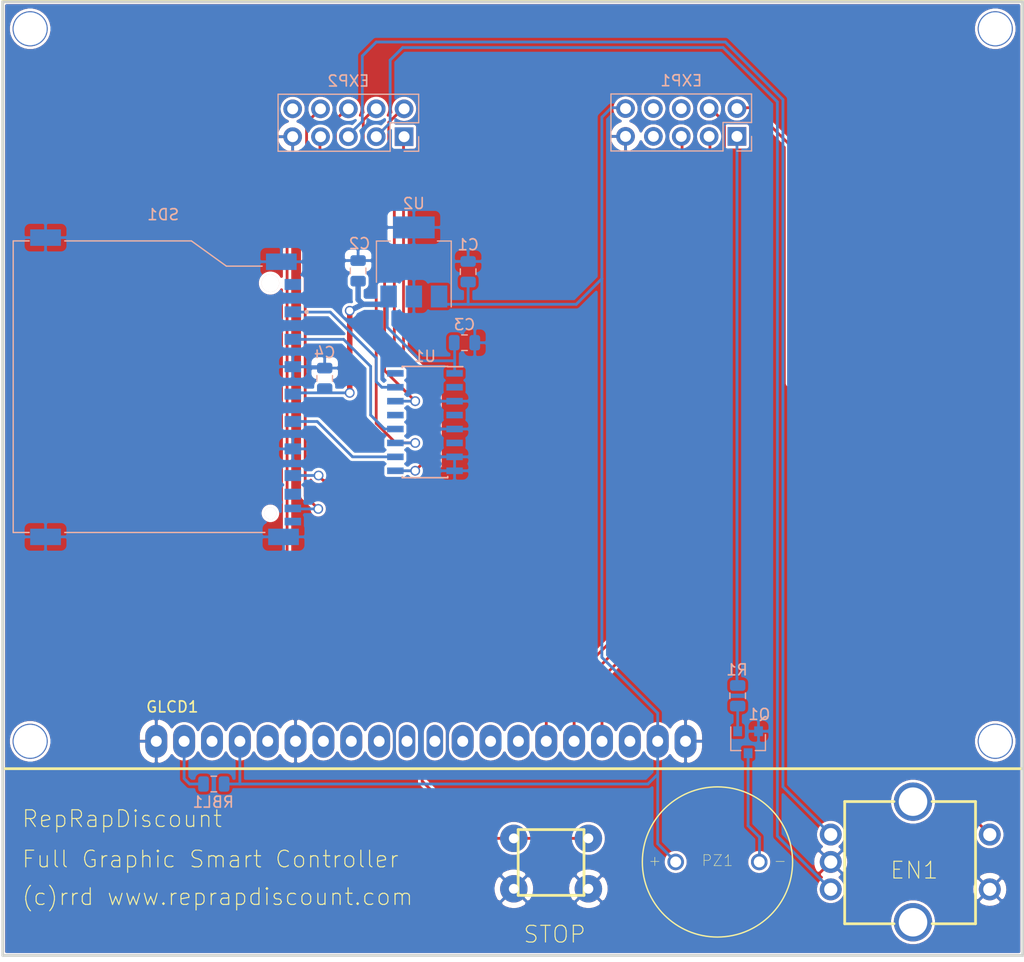
<source format=kicad_pcb>
(kicad_pcb (version 20171130) (host pcbnew 5.0.0)

  (general
    (thickness 1.6)
    (drawings 23)
    (tracks 150)
    (zones 0)
    (modules 16)
    (nets 44)
  )

  (page USLetter)
  (title_block
    (date 2018-08-16)
  )

  (layers
    (0 F.Cu signal)
    (31 B.Cu signal)
    (32 B.Adhes user)
    (33 F.Adhes user)
    (34 B.Paste user)
    (35 F.Paste user)
    (36 B.SilkS user)
    (37 F.SilkS user)
    (38 B.Mask user)
    (39 F.Mask user)
    (40 Dwgs.User user)
    (41 Cmts.User user)
    (42 Eco1.User user)
    (43 Eco2.User user)
    (44 Edge.Cuts user)
    (45 Margin user)
    (46 B.CrtYd user)
    (47 F.CrtYd user)
    (48 B.Fab user)
    (49 F.Fab user)
  )

  (setup
    (last_trace_width 0.254)
    (trace_clearance 0.254)
    (zone_clearance 0.09144)
    (zone_45_only no)
    (trace_min 0.15)
    (segment_width 0.2)
    (edge_width 0.1)
    (via_size 0.889)
    (via_drill 0.635)
    (via_min_size 0.8)
    (via_min_drill 0.508)
    (uvia_size 0.508)
    (uvia_drill 0.127)
    (uvias_allowed no)
    (uvia_min_size 0.5)
    (uvia_min_drill 0.127)
    (pcb_text_width 0.3)
    (pcb_text_size 1.5 1.5)
    (mod_edge_width 0.15)
    (mod_text_size 1 1)
    (mod_text_width 0.15)
    (pad_size 3 2)
    (pad_drill 0)
    (pad_to_mask_clearance 0)
    (aux_axis_origin 0 0)
    (visible_elements 7FFFF77F)
    (pcbplotparams
      (layerselection 0x010fc_ffffffff)
      (usegerberextensions true)
      (usegerberattributes true)
      (usegerberadvancedattributes true)
      (creategerberjobfile false)
      (excludeedgelayer true)
      (linewidth 0.100000)
      (plotframeref false)
      (viasonmask false)
      (mode 1)
      (useauxorigin true)
      (hpglpennumber 1)
      (hpglpenspeed 20)
      (hpglpendiameter 15.000000)
      (psnegative false)
      (psa4output false)
      (plotreference true)
      (plotvalue true)
      (plotinvisibletext false)
      (padsonsilk false)
      (subtractmaskfromsilk false)
      (outputformat 1)
      (mirror false)
      (drillshape 0)
      (scaleselection 1)
      (outputdirectory "GerberOutput/"))
  )

  (net 0 "")
  (net 1 Net1)
  (net 2 3V3)
  (net 3 GND)
  (net 4 VCC)
  (net 5 "Net-(EN1-Pad7)")
  (net 6 "Net-(EN1-Pad6)")
  (net 7 "Net-(GLCD1-Pad7)")
  (net 8 "Net-(GLCD1-Pad8)")
  (net 9 "Net-(GLCD1-Pad9)")
  (net 10 "Net-(GLCD1-Pad10)")
  (net 11 "Net-(GLCD1-Pad11)")
  (net 12 "Net-(GLCD1-Pad12)")
  (net 13 "Net-(GLCD1-Pad13)")
  (net 14 "Net-(GLCD1-Pad14)")
  (net 15 "Net-(GLCD1-Pad19)")
  (net 16 "Net-(Q1-Pad1)")
  (net 17 "Net-(SD1-Pad9)")
  (net 18 "Net-(SD1-Pad1)")
  (net 19 "Net-(SD1-Pad2)")
  (net 20 "Net-(SD1-Pad5)")
  (net 21 "Net-(SD1-Pad8)")
  (net 22 "Net-(SD1-PadCARD)")
  (net 23 "Net-(U1-Pad2)")
  (net 24 "Net-(PZ1-PadN)")
  (net 25 "Net-(U1-Pad4)")
  (net 26 "Net-(U1-Pad6)")
  (net 27 BTN_ENC)
  (net 28 LCD7)
  (net 29 LCD6)
  (net 30 LCD5)
  (net 31 LCD4)
  (net 32 LCDRS)
  (net 33 LCDE)
  (net 34 Beeper)
  (net 35 BTN_EN2)
  (net 36 BTN_EN1)
  (net 37 KILL)
  (net 38 RESET)
  (net 39 SD_DET)
  (net 40 "PB2_(MOSI)")
  (net 41 SD_CSEL)
  (net 42 "PB1_(SCK)")
  (net 43 "PB3_(MISO)")

  (net_class Default "This is the default net class."
    (clearance 0.254)
    (trace_width 0.254)
    (via_dia 0.889)
    (via_drill 0.635)
    (uvia_dia 0.508)
    (uvia_drill 0.127)
    (add_net 3V3)
    (add_net BTN_EN1)
    (add_net BTN_EN2)
    (add_net BTN_ENC)
    (add_net Beeper)
    (add_net GND)
    (add_net KILL)
    (add_net LCD4)
    (add_net LCD5)
    (add_net LCD6)
    (add_net LCD7)
    (add_net LCDE)
    (add_net LCDRS)
    (add_net "Net-(EN1-Pad6)")
    (add_net "Net-(EN1-Pad7)")
    (add_net "Net-(GLCD1-Pad10)")
    (add_net "Net-(GLCD1-Pad11)")
    (add_net "Net-(GLCD1-Pad12)")
    (add_net "Net-(GLCD1-Pad13)")
    (add_net "Net-(GLCD1-Pad14)")
    (add_net "Net-(GLCD1-Pad19)")
    (add_net "Net-(GLCD1-Pad7)")
    (add_net "Net-(GLCD1-Pad8)")
    (add_net "Net-(GLCD1-Pad9)")
    (add_net "Net-(PZ1-PadN)")
    (add_net "Net-(Q1-Pad1)")
    (add_net "Net-(SD1-Pad1)")
    (add_net "Net-(SD1-Pad2)")
    (add_net "Net-(SD1-Pad5)")
    (add_net "Net-(SD1-Pad8)")
    (add_net "Net-(SD1-Pad9)")
    (add_net "Net-(SD1-PadCARD)")
    (add_net "Net-(U1-Pad2)")
    (add_net "Net-(U1-Pad4)")
    (add_net "Net-(U1-Pad6)")
    (add_net Net1)
    (add_net "PB1_(SCK)")
    (add_net "PB2_(MOSI)")
    (add_net "PB3_(MISO)")
    (add_net RESET)
    (add_net SD_CSEL)
    (add_net SD_DET)
    (add_net VCC)
  )

  (module CPE-164:CUI_CPE-164 (layer F.Cu) (tedit 5B75EA1D) (tstamp 5B761829)
    (at 166.37 132.842)
    (path /5B77EB3F)
    (fp_text reference PZ1 (at 0 -0.127) (layer F.SilkS)
      (effects (font (size 1.005 1.005) (thickness 0.05)))
    )
    (fp_text value CPE-164 (at -0.125465 8.56653) (layer F.SilkS) hide
      (effects (font (size 1.00369 1.00369) (thickness 0.05)))
    )
    (fp_text user - (at 5.715 -0.127) (layer F.SilkS)
      (effects (font (size 1 1) (thickness 0.05)))
    )
    (fp_text user + (at -5.715 -0.127) (layer F.SilkS)
      (effects (font (size 1 1) (thickness 0.05)))
    )
    (fp_circle (center 0 0) (end 7.1 0) (layer Eco1.User) (width 0.05))
    (fp_circle (center 0 0) (end 6.85 0) (layer Dwgs.User) (width 0.127))
    (fp_circle (center 0 0) (end 6.85 0) (layer F.SilkS) (width 0.127))
    (pad N thru_hole circle (at 3.81 0) (size 1.508 1.508) (drill 1) (layers *.Cu *.Mask)
      (net 24 "Net-(PZ1-PadN)"))
    (pad P thru_hole circle (at -3.81 0) (size 1.508 1.508) (drill 1) (layers *.Cu *.Mask)
      (net 4 VCC))
    (model ${KIPRJMOD}/models/CUI_CPE-164.wrl
      (at (xyz 0 0 0))
      (scale (xyz 0.3937 0.3937 0.3937))
      (rotate (xyz -90 0 90))
    )
  )

  (module 12864-lcd:KXM12864M-3 (layer F.Cu) (tedit 5B76622B) (tstamp 539EEDBF)
    (at 101.2 124.333)
    (path /5B7596A5)
    (attr smd)
    (fp_text reference GLCD1 (at 15.4622 -5.6388) (layer F.SilkS)
      (effects (font (size 1 1) (thickness 0.15)))
    )
    (fp_text value KXM12864M-3 (at 0 0) (layer F.SilkS) hide
      (effects (font (size 1.524 1.524) (thickness 0.05)))
    )
    (fp_line (start 93 0) (end 0 0) (layer F.SilkS) (width 0.15))
    (fp_line (start 93 -70) (end 93 0) (layer F.SilkS) (width 0.15))
    (fp_line (start 0 -70) (end 93 -70) (layer F.SilkS) (width 0.15))
    (fp_line (start 0 0) (end 0 -70) (layer F.SilkS) (width 0.15))
    (pad "" thru_hole circle (at 2.50002 -2.50002) (size 3.2 3.2) (drill 3) (layers *.Cu *.Mask))
    (pad "" thru_hole circle (at 90.5 -2.50002) (size 3.2 3.2) (drill 3) (layers *.Cu *.Mask))
    (pad "" thru_hole circle (at 90.5 -67.49999) (size 3.2 3.2) (drill 3) (layers *.Cu *.Mask))
    (pad "" thru_hole circle (at 2.50002 -67.49999) (size 3.2 3.2) (drill 3) (layers *.Cu *.Mask))
    (pad 1 thru_hole oval (at 62.26002 -2.50002 180) (size 2 3) (drill 1) (layers *.Cu *.Mask)
      (net 3 GND))
    (pad 2 thru_hole oval (at 59.72002 -2.50002 180) (size 2 3) (drill 1) (layers *.Cu *.Mask)
      (net 4 VCC))
    (pad 3 thru_hole oval (at 57.18002 -2.50002 180) (size 2 3) (drill 1) (layers *.Cu *.Mask))
    (pad 4 thru_hole oval (at 54.64002 -2.50002 180) (size 2 3) (drill 1) (layers *.Cu *.Mask)
      (net 32 LCDRS))
    (pad 20 thru_hole oval (at 14.00002 -2.50002 180) (size 2 3) (drill 1) (layers *.Cu *.Mask)
      (net 3 GND))
    (pad 19 thru_hole oval (at 16.54002 -2.50002 180) (size 2 3) (drill 1) (layers *.Cu *.Mask)
      (net 15 "Net-(GLCD1-Pad19)"))
    (pad 18 thru_hole oval (at 19.08002 -2.50002 180) (size 2 3) (drill 1) (layers *.Cu *.Mask))
    (pad 17 thru_hole oval (at 21.62002 -2.50002 180) (size 2 3) (drill 1) (layers *.Cu *.Mask)
      (net 4 VCC))
    (pad 16 thru_hole oval (at 24.16002 -2.50002 180) (size 2 3) (drill 1) (layers *.Cu *.Mask))
    (pad 15 thru_hole oval (at 26.70002 -2.50002 180) (size 2 3) (drill 1) (layers *.Cu *.Mask)
      (net 3 GND))
    (pad 14 thru_hole oval (at 29.24002 -2.50002 180) (size 2 3) (drill 1) (layers *.Cu *.Mask)
      (net 14 "Net-(GLCD1-Pad14)"))
    (pad 13 thru_hole oval (at 31.78002 -2.50002 180) (size 2 3) (drill 1) (layers *.Cu *.Mask)
      (net 13 "Net-(GLCD1-Pad13)"))
    (pad 12 thru_hole oval (at 34.32002 -2.50002 180) (size 2 3) (drill 1) (layers *.Cu *.Mask)
      (net 12 "Net-(GLCD1-Pad12)"))
    (pad 11 thru_hole oval (at 36.86002 -2.50002 180) (size 1.5 3) (drill 1) (layers *.Cu *.Mask)
      (net 11 "Net-(GLCD1-Pad11)"))
    (pad 10 thru_hole oval (at 39.40002 -2.50002 180) (size 1.5 3) (drill 1) (layers *.Cu *.Mask)
      (net 10 "Net-(GLCD1-Pad10)"))
    (pad 9 thru_hole oval (at 41.94002 -2.50002 180) (size 2 3) (drill 1) (layers *.Cu *.Mask)
      (net 9 "Net-(GLCD1-Pad9)"))
    (pad 8 thru_hole oval (at 44.48002 -2.50002 180) (size 2 3) (drill 1) (layers *.Cu *.Mask)
      (net 8 "Net-(GLCD1-Pad8)"))
    (pad 7 thru_hole oval (at 47.02002 -2.50002 180) (size 2 3) (drill 1) (layers *.Cu *.Mask)
      (net 7 "Net-(GLCD1-Pad7)"))
    (pad 6 thru_hole oval (at 49.56002 -2.50002 180) (size 2 3) (drill 1) (layers *.Cu *.Mask)
      (net 31 LCD4))
    (pad 5 thru_hole oval (at 52.10002 -2.50002 180) (size 2 3) (drill 1) (layers *.Cu *.Mask)
      (net 33 LCDE))
    (model ${KIPRJMOD}/models/NHD-12864AZ.wrl
      (offset (xyz 0 0 3))
      (scale (xyz 0.3937 0.3937 0.3937))
      (rotate (xyz 0 0 0))
    )
    (model ${KISYS3DMOD}/Connector_PinHeader_2.54mm.3dshapes/PinHeader_1x20_P2.54mm_Vertical.wrl
      (offset (xyz 14 2.5 0))
      (scale (xyz 1 1 1))
      (rotate (xyz 0 0 -90))
    )
  )

  (module 2041021-4:J_SMD_2041021-4-9_2.5_27.90_25_3.3 (layer B.Cu) (tedit 5B765E60) (tstamp 5B7614BF)
    (at 125.603 89.535 90)
    (path /5B7646B0)
    (attr smd)
    (fp_text reference SD1 (at 15.748 -9.779 180) (layer B.SilkS)
      (effects (font (size 1 1) (thickness 0.15)) (justify mirror))
    )
    (fp_text value 2041021-4 (at -11.0922 -24.6533 90) (layer B.SilkS) hide
      (effects (font (size 1.00156 1.00156) (thickness 0.05)) (justify mirror))
    )
    (fp_line (start 13.35 -7.2) (end 13.35 -18.75) (layer B.SilkS) (width 0.127))
    (fp_line (start 13.35 -7.2) (end 11.05 -4.01) (layer B.SilkS) (width 0.127))
    (fp_line (start 11.05 -0.75) (end 11.05 -4.01) (layer B.SilkS) (width 0.127))
    (fp_line (start 13.35 -23.45) (end 13.35 -22) (layer B.SilkS) (width 0.127))
    (fp_line (start -13.25 -23.45) (end 13.35 -23.45) (layer B.SilkS) (width 0.127))
    (fp_line (start -13.25 -22) (end -13.25 -23.45) (layer B.SilkS) (width 0.127))
    (fp_line (start -13.25 -0.5) (end -13.25 -18.75) (layer B.SilkS) (width 0.127))
    (fp_circle (center 6.875 3.302) (end 6.975 3.302) (layer B.SilkS) (width 0.2))
    (fp_line (start -14.65 -23.7) (end -14.65 3.05) (layer Eco1.User) (width 0.05))
    (fp_line (start 14.65 -23.7) (end -14.65 -23.7) (layer Eco1.User) (width 0.05))
    (fp_line (start 14.65 3.05) (end 14.65 -23.7) (layer Eco1.User) (width 0.05))
    (fp_line (start -14.65 3.05) (end 14.65 3.05) (layer Eco1.User) (width 0.05))
    (fp_poly (pts (xy -11.6894 -1.1) (xy 10.3 -1.1) (xy 10.3 -10.0667) (xy -11.6894 -10.0667)) (layer Dwgs.User) (width 0))
    (fp_poly (pts (xy -11.6926 -1.1) (xy 10.3 -1.1) (xy 10.3 -10.0694) (xy -11.6926 -10.0694)) (layer Dwgs.User) (width 0))
    (fp_poly (pts (xy -11.6733 -1.1) (xy 10.3 -1.1) (xy 10.3 -10.0529) (xy -11.6733 -10.0529)) (layer Dwgs.User) (width 0))
    (fp_line (start 13.95 -21.6) (end 13.35 -21.6) (layer Dwgs.User) (width 0.127))
    (fp_line (start 13.95 -19.95) (end 13.95 -21.6) (layer Dwgs.User) (width 0.127))
    (fp_line (start 13.35 -19.95) (end 13.95 -19.95) (layer Dwgs.User) (width 0.127))
    (fp_line (start 11.825 0.45) (end 11.05 0.45) (layer Dwgs.User) (width 0.127))
    (fp_line (start 11.825 1.55) (end 11.825 0.45) (layer Dwgs.User) (width 0.127))
    (fp_line (start 11.05 1.55) (end 11.825 1.55) (layer Dwgs.User) (width 0.127))
    (fp_line (start -14.025 0.45) (end -13.25 0.45) (layer Dwgs.User) (width 0.127))
    (fp_line (start -14.025 1.55) (end -14.025 0.45) (layer Dwgs.User) (width 0.127))
    (fp_line (start -13.25 1.55) (end -14.025 1.55) (layer Dwgs.User) (width 0.127))
    (fp_line (start -13.95 -21.6) (end -13.25 -21.6) (layer Dwgs.User) (width 0.127))
    (fp_line (start -13.95 -19.95) (end -13.25 -19.95) (layer Dwgs.User) (width 0.127))
    (fp_line (start -13.95 -19.95) (end -13.95 -21.6) (layer Dwgs.User) (width 0.127))
    (fp_line (start 11.05 1.55) (end -13.25 1.55) (layer Dwgs.User) (width 0.127))
    (fp_line (start 11.05 0.45) (end 11.05 1.55) (layer Dwgs.User) (width 0.127))
    (fp_line (start 11.05 -4.01) (end 11.05 0.45) (layer Dwgs.User) (width 0.127))
    (fp_line (start 13.35 -7.2) (end 11.05 -4.01) (layer Dwgs.User) (width 0.127))
    (fp_line (start 13.35 -19.95) (end 13.35 -7.2) (layer Dwgs.User) (width 0.127))
    (fp_line (start 13.35 -21.6) (end 13.35 -19.95) (layer Dwgs.User) (width 0.127))
    (fp_line (start 13.35 -23.45) (end 13.35 -21.6) (layer Dwgs.User) (width 0.127))
    (fp_line (start -13.25 -23.45) (end 13.35 -23.45) (layer Dwgs.User) (width 0.127))
    (fp_line (start -13.25 -21.6) (end -13.25 -23.45) (layer Dwgs.User) (width 0.127))
    (fp_line (start -13.25 -19.95) (end -13.25 -21.6) (layer Dwgs.User) (width 0.127))
    (fp_line (start -13.25 0.45) (end -13.25 -19.95) (layer Dwgs.User) (width 0.127))
    (fp_line (start -13.25 1.55) (end -13.25 0.45) (layer Dwgs.User) (width 0.127))
    (pad G4 smd rect (at -13.65 -20.5 90) (size 1.5 2.8) (layers B.Cu B.Paste B.Mask)
      (net 3 GND))
    (pad G3 smd rect (at 13.65 -20.5 90) (size 1.5 2.8) (layers B.Cu B.Paste B.Mask)
      (net 3 GND))
    (pad G2 smd rect (at 11.45 1 90) (size 1.5 2.8) (layers B.Cu B.Paste B.Mask)
      (net 3 GND))
    (pad G1 smd rect (at -13.65 1.2 90) (size 1.5 2.8) (layers B.Cu B.Paste B.Mask)
      (net 3 GND))
    (pad WRITE smd rect (at -12.255 2.05 270) (size 0.7 1.5) (layers B.Cu B.Paste B.Mask)
      (net 39 SD_DET))
    (pad CARD smd rect (at -11.055 2.05 270) (size 0.7 1.5) (layers B.Cu B.Paste B.Mask)
      (net 22 "Net-(SD1-PadCARD)"))
    (pad 8 smd rect (at -9.755 2.05 270) (size 1 1.5) (layers B.Cu B.Paste B.Mask)
      (net 21 "Net-(SD1-Pad8)"))
    (pad 7 smd rect (at -8.055 2.05 270) (size 1 1.5) (layers B.Cu B.Paste B.Mask)
      (net 43 "PB3_(MISO)"))
    (pad 6 smd rect (at -5.625 2.05 270) (size 1 1.5) (layers B.Cu B.Paste B.Mask)
      (net 3 GND))
    (pad 5 smd rect (at -3.125 2.05 270) (size 1 1.5) (layers B.Cu B.Paste B.Mask)
      (net 20 "Net-(SD1-Pad5)"))
    (pad 4 smd rect (at -0.625 2.05 270) (size 1 1.5) (layers B.Cu B.Paste B.Mask)
      (net 2 3V3))
    (pad 3 smd rect (at 1.875 2.05 270) (size 1 1.5) (layers B.Cu B.Paste B.Mask)
      (net 3 GND))
    (pad 2 smd rect (at 4.375 2.05 270) (size 1 1.5) (layers B.Cu B.Paste B.Mask)
      (net 19 "Net-(SD1-Pad2)"))
    (pad 1 smd rect (at 6.875 2.05 270) (size 1 1.5) (layers B.Cu B.Paste B.Mask)
      (net 18 "Net-(SD1-Pad1)"))
    (pad 9 smd rect (at 9.375 2.05 270) (size 1 1.5) (layers B.Cu B.Paste B.Mask)
      (net 17 "Net-(SD1-Pad9)"))
    (pad Hole np_thru_hole circle (at 9.5 0 90) (size 1.6 1.6) (drill 1.6) (layers *.Cu *.Mask B.SilkS))
    (pad Hole np_thru_hole circle (at -11.5 0 90) (size 1.1 1.1) (drill 1.1) (layers *.Cu *.Mask B.SilkS))
    (model ${KIPRJMOD}/models/c-2041021-4-b-3d.wrl
      (offset (xyz 0 -23.5 1.5))
      (scale (xyz 0.3937 0.3937 0.3937))
      (rotate (xyz -90 0 0))
    )
  )

  (module Capacitor_SMD:C_0805_2012Metric (layer B.Cu) (tedit 5B75DDBD) (tstamp 5B770CEB)
    (at 133.604 78.9155 270)
    (descr "Capacitor SMD 0805 (2012 Metric), square (rectangular) end terminal, IPC_7351 nominal, (Body size source: https://docs.google.com/spreadsheets/d/1BsfQQcO9C6DZCsRaXUlFlo91Tg2WpOkGARC1WS5S8t0/edit?usp=sharing), generated with kicad-footprint-generator")
    (tags capacitor)
    (path /5B7596AA)
    (attr smd)
    (fp_text reference C2 (at -2.4915 -0.127) (layer B.SilkS)
      (effects (font (size 1 1) (thickness 0.15)) (justify mirror))
    )
    (fp_text value 0.1uF (at 0 -1.65 270) (layer B.Fab) hide
      (effects (font (size 1 1) (thickness 0.15)) (justify mirror))
    )
    (fp_text user %R (at 0 0 270) (layer B.Fab)
      (effects (font (size 0.5 0.5) (thickness 0.08)) (justify mirror))
    )
    (fp_line (start 1.68 -0.95) (end -1.68 -0.95) (layer B.CrtYd) (width 0.05))
    (fp_line (start 1.68 0.95) (end 1.68 -0.95) (layer B.CrtYd) (width 0.05))
    (fp_line (start -1.68 0.95) (end 1.68 0.95) (layer B.CrtYd) (width 0.05))
    (fp_line (start -1.68 -0.95) (end -1.68 0.95) (layer B.CrtYd) (width 0.05))
    (fp_line (start -0.258578 -0.71) (end 0.258578 -0.71) (layer B.SilkS) (width 0.12))
    (fp_line (start -0.258578 0.71) (end 0.258578 0.71) (layer B.SilkS) (width 0.12))
    (fp_line (start 1 -0.6) (end -1 -0.6) (layer B.Fab) (width 0.1))
    (fp_line (start 1 0.6) (end 1 -0.6) (layer B.Fab) (width 0.1))
    (fp_line (start -1 0.6) (end 1 0.6) (layer B.Fab) (width 0.1))
    (fp_line (start -1 -0.6) (end -1 0.6) (layer B.Fab) (width 0.1))
    (pad 2 smd roundrect (at 0.9375 0 270) (size 0.975 1.4) (layers B.Cu B.Paste B.Mask) (roundrect_rratio 0.25)
      (net 2 3V3))
    (pad 1 smd roundrect (at -0.9375 0 270) (size 0.975 1.4) (layers B.Cu B.Paste B.Mask) (roundrect_rratio 0.25)
      (net 3 GND))
    (model ${KISYS3DMOD}/Capacitor_SMD.3dshapes/C_0805_2012Metric.wrl
      (at (xyz 0 0 0))
      (scale (xyz 1 1 1))
      (rotate (xyz 0 0 0))
    )
  )

  (module Package_TO_SOT_SMD:SOT-223 (layer B.Cu) (tedit 5B75F9E8) (tstamp 5B770B7B)
    (at 138.684 78.105 90)
    (descr "module CMS SOT223 4 pins")
    (tags "CMS SOT")
    (path /5B7596AC)
    (attr smd)
    (fp_text reference U2 (at 5.334 0 180) (layer B.SilkS)
      (effects (font (size 1 1) (thickness 0.15)) (justify mirror))
    )
    (fp_text value MIC5209 (at 0 0 90) (layer B.Fab) hide
      (effects (font (size 1.524 1.524) (thickness 0.05)) (justify mirror))
    )
    (fp_text user %R (at 0 0) (layer B.Fab)
      (effects (font (size 0.8 0.8) (thickness 0.12)) (justify mirror))
    )
    (fp_line (start -1.85 2.3) (end -0.8 3.35) (layer B.Fab) (width 0.1))
    (fp_line (start 1.91 -3.41) (end 1.91 -2.15) (layer B.SilkS) (width 0.12))
    (fp_line (start 1.91 3.41) (end 1.91 2.15) (layer B.SilkS) (width 0.12))
    (fp_line (start 4.4 3.6) (end -4.4 3.6) (layer B.CrtYd) (width 0.05))
    (fp_line (start 4.4 -3.6) (end 4.4 3.6) (layer B.CrtYd) (width 0.05))
    (fp_line (start -4.4 -3.6) (end 4.4 -3.6) (layer B.CrtYd) (width 0.05))
    (fp_line (start -4.4 3.6) (end -4.4 -3.6) (layer B.CrtYd) (width 0.05))
    (fp_line (start -1.85 2.3) (end -1.85 -3.35) (layer B.Fab) (width 0.1))
    (fp_line (start -1.85 -3.41) (end 1.91 -3.41) (layer B.SilkS) (width 0.12))
    (fp_line (start -0.8 3.35) (end 1.85 3.35) (layer B.Fab) (width 0.1))
    (fp_line (start -4.1 3.41) (end 1.91 3.41) (layer B.SilkS) (width 0.12))
    (fp_line (start -1.85 -3.35) (end 1.85 -3.35) (layer B.Fab) (width 0.1))
    (fp_line (start 1.85 3.35) (end 1.85 -3.35) (layer B.Fab) (width 0.1))
    (pad 4 smd rect (at 3.15 0 90) (size 2 3.8) (layers B.Cu B.Paste B.Mask)
      (net 3 GND))
    (pad 2 smd rect (at -3.15 0 90) (size 2 1.5) (layers B.Cu B.Paste B.Mask)
      (net 3 GND))
    (pad 3 smd rect (at -3.15 -2.3 90) (size 2 1.5) (layers B.Cu B.Paste B.Mask)
      (net 2 3V3))
    (pad 1 smd rect (at -3.15 2.3 90) (size 2 1.5) (layers B.Cu B.Paste B.Mask)
      (net 4 VCC))
    (model ${KISYS3DMOD}/Package_TO_SOT_SMD.3dshapes/SOT-223.wrl
      (at (xyz 0 0 0))
      (scale (xyz 1 1 1))
      (rotate (xyz 0 0 0))
    )
  )

  (module Capacitor_SMD:C_0805_2012Metric (layer B.Cu) (tedit 5B75DE2F) (tstamp 5B75EBB5)
    (at 143.637 78.994 270)
    (descr "Capacitor SMD 0805 (2012 Metric), square (rectangular) end terminal, IPC_7351 nominal, (Body size source: https://docs.google.com/spreadsheets/d/1BsfQQcO9C6DZCsRaXUlFlo91Tg2WpOkGARC1WS5S8t0/edit?usp=sharing), generated with kicad-footprint-generator")
    (tags capacitor)
    (path /5B7596AB)
    (attr smd)
    (fp_text reference C1 (at -2.4615 0) (layer B.SilkS)
      (effects (font (size 1 1) (thickness 0.15)) (justify mirror))
    )
    (fp_text value 0.1uF (at 0 -1.65 270) (layer B.Fab) hide
      (effects (font (size 1 1) (thickness 0.15)) (justify mirror))
    )
    (fp_line (start -1 -0.6) (end -1 0.6) (layer B.Fab) (width 0.1))
    (fp_line (start -1 0.6) (end 1 0.6) (layer B.Fab) (width 0.1))
    (fp_line (start 1 0.6) (end 1 -0.6) (layer B.Fab) (width 0.1))
    (fp_line (start 1 -0.6) (end -1 -0.6) (layer B.Fab) (width 0.1))
    (fp_line (start -0.258578 0.71) (end 0.258578 0.71) (layer B.SilkS) (width 0.12))
    (fp_line (start -0.258578 -0.71) (end 0.258578 -0.71) (layer B.SilkS) (width 0.12))
    (fp_line (start -1.68 -0.95) (end -1.68 0.95) (layer B.CrtYd) (width 0.05))
    (fp_line (start -1.68 0.95) (end 1.68 0.95) (layer B.CrtYd) (width 0.05))
    (fp_line (start 1.68 0.95) (end 1.68 -0.95) (layer B.CrtYd) (width 0.05))
    (fp_line (start 1.68 -0.95) (end -1.68 -0.95) (layer B.CrtYd) (width 0.05))
    (fp_text user %R (at 0 0 270) (layer B.Fab)
      (effects (font (size 0.5 0.5) (thickness 0.08)) (justify mirror))
    )
    (pad 1 smd roundrect (at -0.9375 0 270) (size 0.975 1.4) (layers B.Cu B.Paste B.Mask) (roundrect_rratio 0.25)
      (net 3 GND))
    (pad 2 smd roundrect (at 0.9375 0 270) (size 0.975 1.4) (layers B.Cu B.Paste B.Mask) (roundrect_rratio 0.25)
      (net 4 VCC))
    (model ${KISYS3DMOD}/Capacitor_SMD.3dshapes/C_0805_2012Metric.wrl
      (at (xyz 0 0 0))
      (scale (xyz 1 1 1))
      (rotate (xyz 0 0 0))
    )
  )

  (module "ROTARY ENCODER" (layer F.Cu) (tedit 5B75A4AF) (tstamp 539EEDBF)
    (at 176.7 132.842)
    (path /5B7596A6)
    (attr smd)
    (fp_text reference EN1 (at 0 0) (layer F.SilkS) hide
      (effects (font (size 1.524 1.524) (thickness 0.05)))
    )
    (fp_text value EN11-HSB1AQ20 (at 0 0) (layer F.SilkS) hide
      (effects (font (size 1.524 1.524) (thickness 0.05)))
    )
    (pad 4 thru_hole circle (at 14.5 2.5) (size 2 2) (drill 1.2) (layers *.Cu *.Mask)
      (net 3 GND))
    (pad 5 thru_hole circle (at 14.5 -2.5) (size 2 2) (drill 1.2) (layers *.Cu *.Mask)
      (net 27 BTN_ENC))
    (pad 3 thru_hole circle (at 0 2.5) (size 2 2) (drill 1.2) (layers *.Cu *.Mask)
      (net 35 BTN_EN2))
    (pad 1 thru_hole circle (at 0 -2.5) (size 2 2) (drill 1.2) (layers *.Cu *.Mask)
      (net 36 BTN_EN1))
    (pad 2 thru_hole circle (at 0 0) (size 2 2) (drill 1.2) (layers *.Cu *.Mask)
      (net 3 GND))
    (pad 7 thru_hole circle (at 7.5 -5.5) (size 3.5 3.5) (drill 2.6) (layers *.Cu *.Mask)
      (net 5 "Net-(EN1-Pad7)"))
    (pad 6 thru_hole circle (at 7.5 5.5) (size 3.5 3.5) (drill 2.6) (layers *.Cu *.Mask)
      (net 6 "Net-(EN1-Pad6)"))
  )

  (module "SW 6x6mm" (layer F.Cu) (tedit 5B75EAB5) (tstamp 539EEDBF)
    (at 148.2 135.89)
    (path /5B7596A7)
    (attr smd)
    (fp_text reference PB1 (at 0 0) (layer F.SilkS) hide
      (effects (font (size 1.524 1.524) (thickness 0.05)))
    )
    (fp_text value STOP (at 0 0) (layer F.SilkS) hide
      (effects (font (size 1.524 1.524) (thickness 0.05)))
    )
    (pad 2 thru_hole circle (at 6.4 -0.6) (size 2.5 2.5) (drill 0.9) (layers *.Cu *.Mask)
      (net 3 GND))
    (pad 1 thru_hole circle (at 6.4 -5.19999) (size 2.5 2.5) (drill 0.9) (layers *.Cu *.Mask)
      (net 38 RESET))
    (pad 2 thru_hole circle (at -0.39999 -0.6) (size 2.5 2.5) (drill 0.9) (layers *.Cu *.Mask)
      (net 3 GND))
    (pad 1 thru_hole circle (at -0.39999 -5.19999) (size 2.5 2.5) (drill 0.9) (layers *.Cu *.Mask)
      (net 38 RESET))
  )

  (module Capacitor_SMD:C_0805_2012Metric (layer B.Cu) (tedit 5B75DE7D) (tstamp 5B75EBD5)
    (at 143.3045 85.471 180)
    (descr "Capacitor SMD 0805 (2012 Metric), square (rectangular) end terminal, IPC_7351 nominal, (Body size source: https://docs.google.com/spreadsheets/d/1BsfQQcO9C6DZCsRaXUlFlo91Tg2WpOkGARC1WS5S8t0/edit?usp=sharing), generated with kicad-footprint-generator")
    (tags capacitor)
    (path /5B7596A9)
    (attr smd)
    (fp_text reference C3 (at 0 1.65 180) (layer B.SilkS)
      (effects (font (size 1 1) (thickness 0.15)) (justify mirror))
    )
    (fp_text value 0.1uF (at 0 -1.65 180) (layer B.Fab) hide
      (effects (font (size 1 1) (thickness 0.15)) (justify mirror))
    )
    (fp_line (start -1 -0.6) (end -1 0.6) (layer B.Fab) (width 0.1))
    (fp_line (start -1 0.6) (end 1 0.6) (layer B.Fab) (width 0.1))
    (fp_line (start 1 0.6) (end 1 -0.6) (layer B.Fab) (width 0.1))
    (fp_line (start 1 -0.6) (end -1 -0.6) (layer B.Fab) (width 0.1))
    (fp_line (start -0.258578 0.71) (end 0.258578 0.71) (layer B.SilkS) (width 0.12))
    (fp_line (start -0.258578 -0.71) (end 0.258578 -0.71) (layer B.SilkS) (width 0.12))
    (fp_line (start -1.68 -0.95) (end -1.68 0.95) (layer B.CrtYd) (width 0.05))
    (fp_line (start -1.68 0.95) (end 1.68 0.95) (layer B.CrtYd) (width 0.05))
    (fp_line (start 1.68 0.95) (end 1.68 -0.95) (layer B.CrtYd) (width 0.05))
    (fp_line (start 1.68 -0.95) (end -1.68 -0.95) (layer B.CrtYd) (width 0.05))
    (fp_text user %R (at 0 0 180) (layer B.Fab)
      (effects (font (size 0.5 0.5) (thickness 0.08)) (justify mirror))
    )
    (pad 1 smd roundrect (at -0.9375 0 180) (size 0.975 1.4) (layers B.Cu B.Paste B.Mask) (roundrect_rratio 0.25)
      (net 3 GND))
    (pad 2 smd roundrect (at 0.9375 0 180) (size 0.975 1.4) (layers B.Cu B.Paste B.Mask) (roundrect_rratio 0.25)
      (net 2 3V3))
    (model ${KISYS3DMOD}/Capacitor_SMD.3dshapes/C_0805_2012Metric.wrl
      (at (xyz 0 0 0))
      (scale (xyz 1 1 1))
      (rotate (xyz 0 0 0))
    )
  )

  (module Capacitor_SMD:C_0805_2012Metric (layer B.Cu) (tedit 5B75DFDB) (tstamp 5B75FF1C)
    (at 130.556 88.7245 270)
    (descr "Capacitor SMD 0805 (2012 Metric), square (rectangular) end terminal, IPC_7351 nominal, (Body size source: https://docs.google.com/spreadsheets/d/1BsfQQcO9C6DZCsRaXUlFlo91Tg2WpOkGARC1WS5S8t0/edit?usp=sharing), generated with kicad-footprint-generator")
    (tags capacitor)
    (path /5B7596A8)
    (attr smd)
    (fp_text reference C4 (at -2.3645 0) (layer B.SilkS)
      (effects (font (size 1 1) (thickness 0.15)) (justify mirror))
    )
    (fp_text value 1uF (at 0 -1.65 270) (layer B.Fab) hide
      (effects (font (size 1 1) (thickness 0.15)) (justify mirror))
    )
    (fp_text user %R (at 0 0 270) (layer B.Fab)
      (effects (font (size 0.5 0.5) (thickness 0.08)) (justify mirror))
    )
    (fp_line (start 1.68 -0.95) (end -1.68 -0.95) (layer B.CrtYd) (width 0.05))
    (fp_line (start 1.68 0.95) (end 1.68 -0.95) (layer B.CrtYd) (width 0.05))
    (fp_line (start -1.68 0.95) (end 1.68 0.95) (layer B.CrtYd) (width 0.05))
    (fp_line (start -1.68 -0.95) (end -1.68 0.95) (layer B.CrtYd) (width 0.05))
    (fp_line (start -0.258578 -0.71) (end 0.258578 -0.71) (layer B.SilkS) (width 0.12))
    (fp_line (start -0.258578 0.71) (end 0.258578 0.71) (layer B.SilkS) (width 0.12))
    (fp_line (start 1 -0.6) (end -1 -0.6) (layer B.Fab) (width 0.1))
    (fp_line (start 1 0.6) (end 1 -0.6) (layer B.Fab) (width 0.1))
    (fp_line (start -1 0.6) (end 1 0.6) (layer B.Fab) (width 0.1))
    (fp_line (start -1 -0.6) (end -1 0.6) (layer B.Fab) (width 0.1))
    (pad 2 smd roundrect (at 0.9375 0 270) (size 0.975 1.4) (layers B.Cu B.Paste B.Mask) (roundrect_rratio 0.25)
      (net 2 3V3))
    (pad 1 smd roundrect (at -0.9375 0 270) (size 0.975 1.4) (layers B.Cu B.Paste B.Mask) (roundrect_rratio 0.25)
      (net 3 GND))
    (model ${KISYS3DMOD}/Capacitor_SMD.3dshapes/C_0805_2012Metric.wrl
      (at (xyz 0 0 0))
      (scale (xyz 1 1 1))
      (rotate (xyz 0 0 0))
    )
  )

  (module Resistor_SMD:R_0805_2012Metric (layer B.Cu) (tedit 5B75E07A) (tstamp 5B75EBF5)
    (at 168.21399 117.6805 270)
    (descr "Resistor SMD 0805 (2012 Metric), square (rectangular) end terminal, IPC_7351 nominal, (Body size source: https://docs.google.com/spreadsheets/d/1BsfQQcO9C6DZCsRaXUlFlo91Tg2WpOkGARC1WS5S8t0/edit?usp=sharing), generated with kicad-footprint-generator")
    (tags resistor)
    (path /5B7596A1)
    (attr smd)
    (fp_text reference R1 (at -2.3645 0.06599) (layer B.SilkS)
      (effects (font (size 1 1) (thickness 0.15)) (justify mirror))
    )
    (fp_text value 1K (at 0 -1.65 270) (layer B.Fab) hide
      (effects (font (size 1 1) (thickness 0.15)) (justify mirror))
    )
    (fp_text user %R (at 0 0 270) (layer B.Fab)
      (effects (font (size 0.5 0.5) (thickness 0.08)) (justify mirror))
    )
    (fp_line (start 1.68 -0.95) (end -1.68 -0.95) (layer B.CrtYd) (width 0.05))
    (fp_line (start 1.68 0.95) (end 1.68 -0.95) (layer B.CrtYd) (width 0.05))
    (fp_line (start -1.68 0.95) (end 1.68 0.95) (layer B.CrtYd) (width 0.05))
    (fp_line (start -1.68 -0.95) (end -1.68 0.95) (layer B.CrtYd) (width 0.05))
    (fp_line (start -0.258578 -0.71) (end 0.258578 -0.71) (layer B.SilkS) (width 0.12))
    (fp_line (start -0.258578 0.71) (end 0.258578 0.71) (layer B.SilkS) (width 0.12))
    (fp_line (start 1 -0.6) (end -1 -0.6) (layer B.Fab) (width 0.1))
    (fp_line (start 1 0.6) (end 1 -0.6) (layer B.Fab) (width 0.1))
    (fp_line (start -1 0.6) (end 1 0.6) (layer B.Fab) (width 0.1))
    (fp_line (start -1 -0.6) (end -1 0.6) (layer B.Fab) (width 0.1))
    (pad 2 smd roundrect (at 0.9375 0 270) (size 0.975 1.4) (layers B.Cu B.Paste B.Mask) (roundrect_rratio 0.25)
      (net 16 "Net-(Q1-Pad1)"))
    (pad 1 smd roundrect (at -0.9375 0 270) (size 0.975 1.4) (layers B.Cu B.Paste B.Mask) (roundrect_rratio 0.25)
      (net 34 Beeper))
    (model ${KISYS3DMOD}/Resistor_SMD.3dshapes/R_0805_2012Metric.wrl
      (at (xyz 0 0 0))
      (scale (xyz 1 1 1))
      (rotate (xyz 0 0 0))
    )
  )

  (module Resistor_SMD:R_0805_2012Metric (layer B.Cu) (tedit 5B75DD56) (tstamp 5B75F2BF)
    (at 120.4445 125.73 180)
    (descr "Resistor SMD 0805 (2012 Metric), square (rectangular) end terminal, IPC_7351 nominal, (Body size source: https://docs.google.com/spreadsheets/d/1BsfQQcO9C6DZCsRaXUlFlo91Tg2WpOkGARC1WS5S8t0/edit?usp=sharing), generated with kicad-footprint-generator")
    (tags resistor)
    (path /5B7596A0)
    (attr smd)
    (fp_text reference RBL1 (at 0.0485 -1.651 180) (layer B.SilkS)
      (effects (font (size 1 1) (thickness 0.15)) (justify mirror))
    )
    (fp_text value 0 (at 0 -1.65 180) (layer B.Fab) hide
      (effects (font (size 1 1) (thickness 0.15)) (justify mirror))
    )
    (fp_line (start -1 -0.6) (end -1 0.6) (layer B.Fab) (width 0.1))
    (fp_line (start -1 0.6) (end 1 0.6) (layer B.Fab) (width 0.1))
    (fp_line (start 1 0.6) (end 1 -0.6) (layer B.Fab) (width 0.1))
    (fp_line (start 1 -0.6) (end -1 -0.6) (layer B.Fab) (width 0.1))
    (fp_line (start -0.258578 0.71) (end 0.258578 0.71) (layer B.SilkS) (width 0.12))
    (fp_line (start -0.258578 -0.71) (end 0.258578 -0.71) (layer B.SilkS) (width 0.12))
    (fp_line (start -1.68 -0.95) (end -1.68 0.95) (layer B.CrtYd) (width 0.05))
    (fp_line (start -1.68 0.95) (end 1.68 0.95) (layer B.CrtYd) (width 0.05))
    (fp_line (start 1.68 0.95) (end 1.68 -0.95) (layer B.CrtYd) (width 0.05))
    (fp_line (start 1.68 -0.95) (end -1.68 -0.95) (layer B.CrtYd) (width 0.05))
    (fp_text user %R (at 0 0 180) (layer B.Fab)
      (effects (font (size 0.5 0.5) (thickness 0.08)) (justify mirror))
    )
    (pad 1 smd roundrect (at -0.9375 0 180) (size 0.975 1.4) (layers B.Cu B.Paste B.Mask) (roundrect_rratio 0.25)
      (net 4 VCC))
    (pad 2 smd roundrect (at 0.9375 0 180) (size 0.975 1.4) (layers B.Cu B.Paste B.Mask) (roundrect_rratio 0.25)
      (net 15 "Net-(GLCD1-Pad19)"))
    (model ${KISYS3DMOD}/Resistor_SMD.3dshapes/R_0805_2012Metric.wrl
      (at (xyz 0 0 0))
      (scale (xyz 1 1 1))
      (rotate (xyz 0 0 0))
    )
  )

  (module Package_TO_SOT_SMD:SOT-23 (layer B.Cu) (tedit 5B75EA6A) (tstamp 5B761CA4)
    (at 169.164 121.92 270)
    (descr "SOT-23, Standard")
    (tags SOT-23)
    (path /5B7596A2)
    (attr smd)
    (fp_text reference Q1 (at -2.54 -1.016) (layer B.SilkS)
      (effects (font (size 1 1) (thickness 0.15)) (justify mirror))
    )
    (fp_text value MMBT2222 (at 0 -2.5 270) (layer B.Fab) hide
      (effects (font (size 1 1) (thickness 0.15)) (justify mirror))
    )
    (fp_text user %R (at 0 0 180) (layer B.Fab)
      (effects (font (size 0.5 0.5) (thickness 0.075)) (justify mirror))
    )
    (fp_line (start -0.7 0.95) (end -0.7 -1.5) (layer B.Fab) (width 0.1))
    (fp_line (start -0.15 1.52) (end 0.7 1.52) (layer B.Fab) (width 0.1))
    (fp_line (start -0.7 0.95) (end -0.15 1.52) (layer B.Fab) (width 0.1))
    (fp_line (start 0.7 1.52) (end 0.7 -1.52) (layer B.Fab) (width 0.1))
    (fp_line (start -0.7 -1.52) (end 0.7 -1.52) (layer B.Fab) (width 0.1))
    (fp_line (start 0.76 -1.58) (end 0.76 -0.65) (layer B.SilkS) (width 0.12))
    (fp_line (start 0.76 1.58) (end 0.76 0.65) (layer B.SilkS) (width 0.12))
    (fp_line (start -1.7 1.75) (end 1.7 1.75) (layer B.CrtYd) (width 0.05))
    (fp_line (start 1.7 1.75) (end 1.7 -1.75) (layer B.CrtYd) (width 0.05))
    (fp_line (start 1.7 -1.75) (end -1.7 -1.75) (layer B.CrtYd) (width 0.05))
    (fp_line (start -1.7 -1.75) (end -1.7 1.75) (layer B.CrtYd) (width 0.05))
    (fp_line (start 0.76 1.58) (end -1.4 1.58) (layer B.SilkS) (width 0.12))
    (fp_line (start 0.76 -1.58) (end -0.7 -1.58) (layer B.SilkS) (width 0.12))
    (pad 1 smd rect (at -1 0.95 270) (size 0.9 0.8) (layers B.Cu B.Paste B.Mask)
      (net 16 "Net-(Q1-Pad1)"))
    (pad 2 smd rect (at -1 -0.95 270) (size 0.9 0.8) (layers B.Cu B.Paste B.Mask)
      (net 3 GND))
    (pad 3 smd rect (at 1 0 270) (size 0.9 0.8) (layers B.Cu B.Paste B.Mask)
      (net 24 "Net-(PZ1-PadN)"))
    (model ${KISYS3DMOD}/Package_TO_SOT_SMD.3dshapes/SOT-23.wrl
      (at (xyz 0 0 0))
      (scale (xyz 1 1 1))
      (rotate (xyz 0 0 0))
    )
  )

  (module Package_SO:SOIC-16_3.9x9.9mm_P1.27mm (layer B.Cu) (tedit 5B75EF38) (tstamp 5B763992)
    (at 139.7 92.71 180)
    (descr "16-Lead Plastic Small Outline (SL) - Narrow, 3.90 mm Body [SOIC] (see Microchip Packaging Specification 00000049BS.pdf)")
    (tags "SOIC 1.27")
    (path /5B780158)
    (attr smd)
    (fp_text reference U1 (at 0 6 180) (layer B.SilkS)
      (effects (font (size 1 1) (thickness 0.15)) (justify mirror))
    )
    (fp_text value 74HC4050 (at 0 -6 180) (layer B.Fab) hide
      (effects (font (size 1 1) (thickness 0.15)) (justify mirror))
    )
    (fp_text user %R (at 0 0 180) (layer B.Fab)
      (effects (font (size 0.9 0.9) (thickness 0.135)) (justify mirror))
    )
    (fp_line (start -0.95 4.95) (end 1.95 4.95) (layer B.Fab) (width 0.15))
    (fp_line (start 1.95 4.95) (end 1.95 -4.95) (layer B.Fab) (width 0.15))
    (fp_line (start 1.95 -4.95) (end -1.95 -4.95) (layer B.Fab) (width 0.15))
    (fp_line (start -1.95 -4.95) (end -1.95 3.95) (layer B.Fab) (width 0.15))
    (fp_line (start -1.95 3.95) (end -0.95 4.95) (layer B.Fab) (width 0.15))
    (fp_line (start -3.7 5.25) (end -3.7 -5.25) (layer B.CrtYd) (width 0.05))
    (fp_line (start 3.7 5.25) (end 3.7 -5.25) (layer B.CrtYd) (width 0.05))
    (fp_line (start -3.7 5.25) (end 3.7 5.25) (layer B.CrtYd) (width 0.05))
    (fp_line (start -3.7 -5.25) (end 3.7 -5.25) (layer B.CrtYd) (width 0.05))
    (fp_line (start -2.075 5.075) (end -2.075 5.05) (layer B.SilkS) (width 0.15))
    (fp_line (start 2.075 5.075) (end 2.075 4.97) (layer B.SilkS) (width 0.15))
    (fp_line (start 2.075 -5.075) (end 2.075 -4.97) (layer B.SilkS) (width 0.15))
    (fp_line (start -2.075 -5.075) (end -2.075 -4.97) (layer B.SilkS) (width 0.15))
    (fp_line (start -2.075 5.075) (end 2.075 5.075) (layer B.SilkS) (width 0.15))
    (fp_line (start -2.075 -5.075) (end 2.075 -5.075) (layer B.SilkS) (width 0.15))
    (fp_line (start -2.075 5.05) (end -3.45 5.05) (layer B.SilkS) (width 0.15))
    (pad 1 smd rect (at -2.7 4.445 180) (size 1.5 0.6) (layers B.Cu B.Paste B.Mask)
      (net 2 3V3))
    (pad 2 smd rect (at -2.7 3.175 180) (size 1.5 0.6) (layers B.Cu B.Paste B.Mask)
      (net 23 "Net-(U1-Pad2)"))
    (pad 3 smd rect (at -2.7 1.905 180) (size 1.5 0.6) (layers B.Cu B.Paste B.Mask)
      (net 3 GND))
    (pad 4 smd rect (at -2.7 0.635 180) (size 1.5 0.6) (layers B.Cu B.Paste B.Mask)
      (net 25 "Net-(U1-Pad4)"))
    (pad 5 smd rect (at -2.7 -0.635 180) (size 1.5 0.6) (layers B.Cu B.Paste B.Mask)
      (net 3 GND))
    (pad 6 smd rect (at -2.7 -1.905 180) (size 1.5 0.6) (layers B.Cu B.Paste B.Mask)
      (net 26 "Net-(U1-Pad6)"))
    (pad 7 smd rect (at -2.7 -3.175 180) (size 1.5 0.6) (layers B.Cu B.Paste B.Mask)
      (net 3 GND))
    (pad 8 smd rect (at -2.7 -4.445 180) (size 1.5 0.6) (layers B.Cu B.Paste B.Mask)
      (net 3 GND))
    (pad 9 smd rect (at 2.7 -4.445 180) (size 1.5 0.6) (layers B.Cu B.Paste B.Mask)
      (net 42 "PB1_(SCK)"))
    (pad 10 smd rect (at 2.7 -3.175 180) (size 1.5 0.6) (layers B.Cu B.Paste B.Mask)
      (net 20 "Net-(SD1-Pad5)"))
    (pad 11 smd rect (at 2.7 -1.905 180) (size 1.5 0.6) (layers B.Cu B.Paste B.Mask)
      (net 40 "PB2_(MOSI)"))
    (pad 12 smd rect (at 2.7 -0.635 180) (size 1.5 0.6) (layers B.Cu B.Paste B.Mask)
      (net 19 "Net-(SD1-Pad2)"))
    (pad 13 smd rect (at 2.7 0.635 180) (size 1.5 0.6) (layers B.Cu B.Paste B.Mask))
    (pad 14 smd rect (at 2.7 1.905 180) (size 1.5 0.6) (layers B.Cu B.Paste B.Mask)
      (net 41 SD_CSEL))
    (pad 15 smd rect (at 2.7 3.175 180) (size 1.5 0.6) (layers B.Cu B.Paste B.Mask)
      (net 18 "Net-(SD1-Pad1)"))
    (pad 16 smd rect (at 2.7 4.445 180) (size 1.5 0.6) (layers B.Cu B.Paste B.Mask))
    (model ${KISYS3DMOD}/Package_SO.3dshapes/SOIC-16_3.9x9.9mm_P1.27mm.wrl
      (at (xyz 0 0 0))
      (scale (xyz 1 1 1))
      (rotate (xyz 0 0 0))
    )
  )

  (module Connector_PinHeader_2.54mm:PinHeader_2x05_P2.54mm_Vertical (layer B.Cu) (tedit 5B75F60A) (tstamp 5B77018F)
    (at 168.148 66.64955 90)
    (descr "Through hole straight pin header, 2x05, 2.54mm pitch, double rows")
    (tags "Through hole pin header THT 2x05 2.54mm double row")
    (path /5B7596AE)
    (fp_text reference EXP1 (at 5.08 -5.08 180) (layer B.SilkS)
      (effects (font (size 1 1) (thickness 0.15)) (justify mirror))
    )
    (fp_text value "Header 5X2" (at 1.27 -12.49 90) (layer B.Fab) hide
      (effects (font (size 1 1) (thickness 0.15)) (justify mirror))
    )
    (fp_line (start 0 1.27) (end 3.81 1.27) (layer B.Fab) (width 0.1))
    (fp_line (start 3.81 1.27) (end 3.81 -11.43) (layer B.Fab) (width 0.1))
    (fp_line (start 3.81 -11.43) (end -1.27 -11.43) (layer B.Fab) (width 0.1))
    (fp_line (start -1.27 -11.43) (end -1.27 0) (layer B.Fab) (width 0.1))
    (fp_line (start -1.27 0) (end 0 1.27) (layer B.Fab) (width 0.1))
    (fp_line (start -1.33 -11.49) (end 3.87 -11.49) (layer B.SilkS) (width 0.12))
    (fp_line (start -1.33 -1.27) (end -1.33 -11.49) (layer B.SilkS) (width 0.12))
    (fp_line (start 3.87 1.33) (end 3.87 -11.49) (layer B.SilkS) (width 0.12))
    (fp_line (start -1.33 -1.27) (end 1.27 -1.27) (layer B.SilkS) (width 0.12))
    (fp_line (start 1.27 -1.27) (end 1.27 1.33) (layer B.SilkS) (width 0.12))
    (fp_line (start 1.27 1.33) (end 3.87 1.33) (layer B.SilkS) (width 0.12))
    (fp_line (start -1.33 0) (end -1.33 1.33) (layer B.SilkS) (width 0.12))
    (fp_line (start -1.33 1.33) (end 0 1.33) (layer B.SilkS) (width 0.12))
    (fp_line (start -1.8 1.8) (end -1.8 -11.95) (layer B.CrtYd) (width 0.05))
    (fp_line (start -1.8 -11.95) (end 4.35 -11.95) (layer B.CrtYd) (width 0.05))
    (fp_line (start 4.35 -11.95) (end 4.35 1.8) (layer B.CrtYd) (width 0.05))
    (fp_line (start 4.35 1.8) (end -1.8 1.8) (layer B.CrtYd) (width 0.05))
    (fp_text user %R (at 1.27 -5.08) (layer B.Fab)
      (effects (font (size 1 1) (thickness 0.15)) (justify mirror))
    )
    (pad 1 thru_hole rect (at 0 0 90) (size 1.7 1.7) (drill 1) (layers *.Cu *.Mask)
      (net 34 Beeper))
    (pad 2 thru_hole oval (at 2.54 0 90) (size 1.7 1.7) (drill 1) (layers *.Cu *.Mask)
      (net 27 BTN_ENC))
    (pad 3 thru_hole oval (at 0 -2.54 90) (size 1.7 1.7) (drill 1) (layers *.Cu *.Mask)
      (net 33 LCDE))
    (pad 4 thru_hole oval (at 2.54 -2.54 90) (size 1.7 1.7) (drill 1) (layers *.Cu *.Mask)
      (net 32 LCDRS))
    (pad 5 thru_hole oval (at 0 -5.08 90) (size 1.7 1.7) (drill 1) (layers *.Cu *.Mask)
      (net 31 LCD4))
    (pad 6 thru_hole oval (at 2.54 -5.08 90) (size 1.7 1.7) (drill 1) (layers *.Cu *.Mask)
      (net 30 LCD5))
    (pad 7 thru_hole oval (at 0 -7.62 90) (size 1.7 1.7) (drill 1) (layers *.Cu *.Mask)
      (net 29 LCD6))
    (pad 8 thru_hole oval (at 2.54 -7.62 90) (size 1.7 1.7) (drill 1) (layers *.Cu *.Mask)
      (net 28 LCD7))
    (pad 9 thru_hole oval (at 0 -10.16 90) (size 1.7 1.7) (drill 1) (layers *.Cu *.Mask)
      (net 3 GND))
    (pad 10 thru_hole oval (at 2.54 -10.16 90) (size 1.7 1.7) (drill 1) (layers *.Cu *.Mask)
      (net 4 VCC))
    (model ${KISYS3DMOD}/Connector_PinHeader_2.54mm.3dshapes/PinHeader_2x05_P2.54mm_Vertical.wrl
      (at (xyz 0 0 0))
      (scale (xyz 1 1 1))
      (rotate (xyz 0 0 0))
    )
  )

  (module Connector_PinHeader_2.54mm:PinHeader_2x05_P2.54mm_Vertical (layer B.Cu) (tedit 5B75F67A) (tstamp 5B770078)
    (at 137.795 66.675 90)
    (descr "Through hole straight pin header, 2x05, 2.54mm pitch, double rows")
    (tags "Through hole pin header THT 2x05 2.54mm double row")
    (path /5B7A4EA6)
    (fp_text reference EXP2 (at 5.08 -5.08 180) (layer B.SilkS)
      (effects (font (size 1 1) (thickness 0.15)) (justify mirror))
    )
    (fp_text value "Header 5X2" (at 1.27 -12.49 90) (layer B.Fab) hide
      (effects (font (size 1 1) (thickness 0.15)) (justify mirror))
    )
    (fp_text user %R (at 1.27 -5.08) (layer B.Fab)
      (effects (font (size 1 1) (thickness 0.15)) (justify mirror))
    )
    (fp_line (start 4.35 1.8) (end -1.8 1.8) (layer B.CrtYd) (width 0.05))
    (fp_line (start 4.35 -11.95) (end 4.35 1.8) (layer B.CrtYd) (width 0.05))
    (fp_line (start -1.8 -11.95) (end 4.35 -11.95) (layer B.CrtYd) (width 0.05))
    (fp_line (start -1.8 1.8) (end -1.8 -11.95) (layer B.CrtYd) (width 0.05))
    (fp_line (start -1.33 1.33) (end 0 1.33) (layer B.SilkS) (width 0.12))
    (fp_line (start -1.33 0) (end -1.33 1.33) (layer B.SilkS) (width 0.12))
    (fp_line (start 1.27 1.33) (end 3.87 1.33) (layer B.SilkS) (width 0.12))
    (fp_line (start 1.27 -1.27) (end 1.27 1.33) (layer B.SilkS) (width 0.12))
    (fp_line (start -1.33 -1.27) (end 1.27 -1.27) (layer B.SilkS) (width 0.12))
    (fp_line (start 3.87 1.33) (end 3.87 -11.49) (layer B.SilkS) (width 0.12))
    (fp_line (start -1.33 -1.27) (end -1.33 -11.49) (layer B.SilkS) (width 0.12))
    (fp_line (start -1.33 -11.49) (end 3.87 -11.49) (layer B.SilkS) (width 0.12))
    (fp_line (start -1.27 0) (end 0 1.27) (layer B.Fab) (width 0.1))
    (fp_line (start -1.27 -11.43) (end -1.27 0) (layer B.Fab) (width 0.1))
    (fp_line (start 3.81 -11.43) (end -1.27 -11.43) (layer B.Fab) (width 0.1))
    (fp_line (start 3.81 1.27) (end 3.81 -11.43) (layer B.Fab) (width 0.1))
    (fp_line (start 0 1.27) (end 3.81 1.27) (layer B.Fab) (width 0.1))
    (pad 10 thru_hole oval (at 2.54 -10.16 90) (size 1.7 1.7) (drill 1) (layers *.Cu *.Mask)
      (net 37 KILL))
    (pad 9 thru_hole oval (at 0 -10.16 90) (size 1.7 1.7) (drill 1) (layers *.Cu *.Mask)
      (net 3 GND))
    (pad 8 thru_hole oval (at 2.54 -7.62 90) (size 1.7 1.7) (drill 1) (layers *.Cu *.Mask)
      (net 38 RESET))
    (pad 7 thru_hole oval (at 0 -7.62 90) (size 1.7 1.7) (drill 1) (layers *.Cu *.Mask)
      (net 39 SD_DET))
    (pad 6 thru_hole oval (at 2.54 -5.08 90) (size 1.7 1.7) (drill 1) (layers *.Cu *.Mask)
      (net 40 "PB2_(MOSI)"))
    (pad 5 thru_hole oval (at 0 -5.08 90) (size 1.7 1.7) (drill 1) (layers *.Cu *.Mask)
      (net 36 BTN_EN1))
    (pad 4 thru_hole oval (at 2.54 -2.54 90) (size 1.7 1.7) (drill 1) (layers *.Cu *.Mask)
      (net 41 SD_CSEL))
    (pad 3 thru_hole oval (at 0 -2.54 90) (size 1.7 1.7) (drill 1) (layers *.Cu *.Mask)
      (net 35 BTN_EN2))
    (pad 2 thru_hole oval (at 2.54 0 90) (size 1.7 1.7) (drill 1) (layers *.Cu *.Mask)
      (net 42 "PB1_(SCK)"))
    (pad 1 thru_hole rect (at 0 0 90) (size 1.7 1.7) (drill 1) (layers *.Cu *.Mask)
      (net 43 "PB3_(MISO)"))
    (model ${KISYS3DMOD}/Connector_PinHeader_2.54mm.3dshapes/PinHeader_2x05_P2.54mm_Vertical.wrl
      (at (xyz 0 0 0))
      (scale (xyz 1 1 1))
      (rotate (xyz 0 0 0))
    )
  )

  (gr_line (start 101.2 54.33299) (end 194.20002 54.33299) (layer F.SilkS) (width 0.254))
  (gr_line (start 194.20002 124.333) (end 194.20002 54.33299) (layer F.SilkS) (width 0.254))
  (gr_line (start 101.2 124.333) (end 101.2 54.33299) (layer F.SilkS) (width 0.254))
  (gr_line (start 101.2 124.333) (end 194.20002 124.333) (layer F.SilkS) (width 0.254))
  (gr_line (start 148.20001 135.89) (end 148.20001 129.89001) (layer F.SilkS) (width 0.254))
  (gr_line (start 148.20001 129.89001) (end 154.2 129.89001) (layer F.SilkS) (width 0.254))
  (gr_line (start 154.2 135.89) (end 154.2 129.89001) (layer F.SilkS) (width 0.254))
  (gr_line (start 148.20001 135.89) (end 154.2 135.89) (layer F.SilkS) (width 0.254))
  (gr_line (start 185.9456 127.3302) (end 189.9 127.3302) (layer F.SilkS) (width 0.254))
  (gr_line (start 177.97 127.3302) (end 182.4658 127.3302) (layer F.SilkS) (width 0.254))
  (gr_line (start 185.9456 138.4808) (end 189.9 138.4808) (layer F.SilkS) (width 0.254))
  (gr_line (start 177.97 138.4808) (end 182.4658 138.4808) (layer F.SilkS) (width 0.254))
  (gr_line (start 189.9 138.4808) (end 189.9 127.3302) (layer F.SilkS) (width 0.254))
  (gr_line (start 177.97 138.4808) (end 177.97 127.3302) (layer F.SilkS) (width 0.254))
  (gr_line (start 101.2 141.37) (end 194.20002 141.37) (layer Edge.Cuts) (width 0.254))
  (gr_line (start 101.2 141.37) (end 101.2 54.37002) (layer Edge.Cuts) (width 0.254))
  (gr_line (start 101.2 54.37002) (end 194.20002 54.37002) (layer Edge.Cuts) (width 0.254))
  (gr_line (start 194.20002 141.37) (end 194.20002 54.37002) (layer Edge.Cuts) (width 0.254))
  (gr_text EN1 (at 182.034 133.604) (layer F.SilkS)
    (effects (font (size 1.524 1.524) (thickness 0.1)) (justify left))
  )
  (gr_text STOP (at 148.59 139.446) (layer F.SilkS)
    (effects (font (size 1.524 1.524) (thickness 0.1)) (justify left))
  )
  (gr_text "Full Graphic Smart Controller" (at 102.87 132.588) (layer F.SilkS)
    (effects (font (size 1.524 1.524) (thickness 0.1)) (justify left))
  )
  (gr_text "(c)rrd www.reprapdiscount.com" (at 102.87 136.017) (layer F.SilkS)
    (effects (font (size 1.524 1.524) (thickness 0.1)) (justify left))
  )
  (gr_text "RepRapDiscount " (at 102.87 128.905) (layer F.SilkS)
    (effects (font (size 1.524 1.524) (thickness 0.1)) (justify left))
  )

  (segment (start 141.7 97.70999) (end 141.7 87.71001) (width 0.1) (layer Dwgs.User) (net 1))
  (segment (start 137.7 97.70999) (end 137.7 87.71001) (width 0.1) (layer Dwgs.User) (net 1))
  (segment (start 137.7 87.71001) (end 141.7 87.71001) (width 0.1) (layer Dwgs.User) (net 1))
  (segment (start 137.7 97.70999) (end 141.7 97.70999) (width 0.1) (layer Dwgs.User) (net 1))
  (segment (start 170.66402 122.87397) (end 170.66402 121.47398) (width 0.1) (layer Dwgs.User) (net 1))
  (segment (start 167.66398 122.87397) (end 167.66398 121.47398) (width 0.1) (layer Dwgs.User) (net 1))
  (segment (start 167.66398 122.87397) (end 170.66402 122.87397) (width 0.1) (layer Dwgs.User) (net 1))
  (segment (start 167.66398 121.47398) (end 170.66402 121.47398) (width 0.1) (layer Dwgs.User) (net 1))
  (segment (start 136.25703 84.06003) (end 136.25703 81.96702) (width 0.254) (layer B.Cu) (net 2))
  (segment (start 136.25703 84.06003) (end 139.319 87.122) (width 0.254) (layer B.Cu) (net 2))
  (segment (start 139.319 87.122) (end 142.40601 87.122) (width 0.254) (layer B.Cu) (net 2))
  (segment (start 142.40601 87.122) (end 142.40601 85.598) (width 0.254) (layer B.Cu) (net 2))
  (segment (start 142.40601 88.10899) (end 142.40601 87.122) (width 0.254) (layer B.Cu) (net 2))
  (segment (start 136.25703 83.29803) (end 136.25703 81.96702) (width 0.254) (layer B.Cu) (net 2))
  (segment (start 134.03702 81.96702) (end 136.25703 81.96702) (width 0.5) (layer B.Cu) (net 2))
  (segment (start 133.604 81.534) (end 134.03702 81.96702) (width 0.5) (layer B.Cu) (net 2))
  (segment (start 133.604 81.534) (end 133.604 79.84399) (width 0.5) (layer B.Cu) (net 2))
  (segment (start 132.839 90.046) (end 132.839 82.553) (width 0.5) (layer F.Cu) (net 2))
  (segment (start 132.839 82.553) (end 134.03702 81.96702) (width 0.5) (layer B.Cu) (net 2) (tstamp 5B759EA2))
  (via (at 132.839 82.553) (size 0.889) (drill 0.635) (layers F.Cu B.Cu) (net 2))
  (segment (start 132.839 90.046) (end 132.839 90.046) (width 0.5) (layer B.Cu) (net 2) (tstamp 5B759EA4))
  (via (at 132.839 90.046) (size 0.889) (drill 0.635) (layers F.Cu B.Cu) (net 2))
  (segment (start 127.64 90.046) (end 127.526 90.16) (width 0.254) (layer B.Cu) (net 2))
  (segment (start 132.839 90.046) (end 127.64 90.046) (width 0.254) (layer B.Cu) (net 2))
  (segment (start 128.24003 87.65997) (end 130.96997 87.65997) (width 0.254) (layer B.Cu) (net 3))
  (segment (start 143.637 81.96702) (end 143.637 79.71699) (width 0.254) (layer B.Cu) (net 4))
  (segment (start 143.637 81.96702) (end 153.49098 81.96702) (width 0.254) (layer B.Cu) (net 4))
  (segment (start 140.85702 81.96702) (end 143.637 81.96702) (width 0.254) (layer B.Cu) (net 4))
  (segment (start 155.829 79.629) (end 155.829 64.897) (width 0.254) (layer B.Cu) (net 4))
  (segment (start 155.829 114.173) (end 155.829 79.629) (width 0.254) (layer B.Cu) (net 4))
  (segment (start 153.49098 81.96702) (end 155.829 79.629) (width 0.254) (layer B.Cu) (net 4))
  (segment (start 122.82002 125.73) (end 122.82002 121.83298) (width 0.254) (layer B.Cu) (net 4))
  (segment (start 121.346 125.73) (end 122.82002 125.73) (width 0.254) (layer B.Cu) (net 4))
  (segment (start 122.82002 125.73) (end 160.03102 125.73) (width 0.254) (layer B.Cu) (net 4))
  (segment (start 160.03102 125.73) (end 160.92002 124.841) (width 0.254) (layer B.Cu) (net 4))
  (segment (start 160.92002 124.841) (end 160.92002 121.83298) (width 0.254) (layer B.Cu) (net 4))
  (segment (start 160.92002 131.18201) (end 160.92002 124.841) (width 0.254) (layer B.Cu) (net 4))
  (segment (start 160.92002 121.83298) (end 160.92002 119.26402) (width 0.254) (layer B.Cu) (net 4))
  (segment (start 160.92002 131.18201) (end 162.58002 132.842) (width 0.254) (layer B.Cu) (net 4))
  (segment (start 155.829 114.173) (end 160.92002 119.26402) (width 0.254) (layer B.Cu) (net 4))
  (segment (start 155.829 64.897) (end 156.6926 64.0334) (width 0.254) (layer B.Cu) (net 4))
  (segment (start 156.6926 64.0334) (end 158.06415 64.0334) (width 0.254) (layer B.Cu) (net 4))
  (segment (start 118.237 125.73) (end 119.446 125.73) (width 0.254) (layer B.Cu) (net 15))
  (segment (start 117.74002 125.23302) (end 118.237 125.73) (width 0.254) (layer B.Cu) (net 15))
  (segment (start 117.74002 125.23302) (end 117.74002 121.83298) (width 0.254) (layer B.Cu) (net 15))
  (segment (start 168.21399 121.174) (end 168.21399 118.618) (width 0.254) (layer B.Cu) (net 16))
  (segment (start 135.763 89.535) (end 137.14999 89.535) (width 0.254) (layer B.Cu) (net 18))
  (segment (start 135.255 89.027) (end 135.763 89.535) (width 0.254) (layer B.Cu) (net 18))
  (segment (start 135.255 89.027) (end 135.255 86.868) (width 0.254) (layer B.Cu) (net 18))
  (segment (start 131.064 82.677) (end 135.255 86.868) (width 0.254) (layer B.Cu) (net 18))
  (segment (start 128.24922 82.677) (end 131.064 82.677) (width 0.254) (layer B.Cu) (net 18))
  (segment (start 132.2832 85.1662) (end 134.747 87.63) (width 0.254) (layer B.Cu) (net 19))
  (segment (start 134.747 92.075) (end 134.747 87.63) (width 0.254) (layer B.Cu) (net 19))
  (segment (start 134.747 92.075) (end 136.017 93.345) (width 0.254) (layer B.Cu) (net 19))
  (segment (start 136.017 93.345) (end 137.14999 93.345) (width 0.254) (layer B.Cu) (net 19))
  (segment (start 128.24922 85.1662) (end 132.2832 85.1662) (width 0.254) (layer B.Cu) (net 19))
  (segment (start 133.096 95.885) (end 137.14999 95.885) (width 0.254) (layer B.Cu) (net 20))
  (segment (start 129.87096 92.65996) (end 133.096 95.885) (width 0.254) (layer B.Cu) (net 20))
  (segment (start 128.24003 92.65996) (end 129.87096 92.65996) (width 0.254) (layer B.Cu) (net 20))
  (segment (start 128.21001 100.63394) (end 129.96901 100.63394) (width 0.254) (layer B.Cu) (net 22))
  (segment (start 128.778 99.44293) (end 128.778 71.755) (width 0.254) (layer F.Cu) (net 22))
  (segment (start 128.778 99.44293) (end 129.96901 100.63394) (width 0.254) (layer F.Cu) (net 22))
  (segment (start 128.778 71.755) (end 130.12415 70.40885) (width 0.254) (layer F.Cu) (net 22))
  (segment (start 130.12415 70.40885) (end 130.12415 66.5734) (width 0.254) (layer F.Cu) (net 22))
  (segment (start 129.96901 100.63394) (end 129.96901 100.63394) (width 0.254) (layer B.Cu) (net 22) (tstamp 5B759EA7))
  (via (at 129.96901 100.63394) (size 0.889) (drill 0.635) (layers F.Cu B.Cu) (net 22))
  (segment (start 169.164 129.54) (end 170.20002 130.57602) (width 0.254) (layer B.Cu) (net 24))
  (segment (start 170.20002 132.842) (end 170.20002 130.57602) (width 0.254) (layer B.Cu) (net 24))
  (segment (start 169.164 129.54) (end 169.164 123.174) (width 0.254) (layer B.Cu) (net 24))
  (segment (start 187.96 127.10196) (end 191.20002 130.34198) (width 0.254) (layer F.Cu) (net 27))
  (segment (start 187.96 127.10196) (end 187.96 104.14) (width 0.254) (layer F.Cu) (net 27))
  (segment (start 172.974 89.154) (end 187.96 104.14) (width 0.254) (layer F.Cu) (net 27))
  (segment (start 172.974 89.154) (end 172.974 67.437) (width 0.254) (layer F.Cu) (net 27))
  (segment (start 169.5704 64.0334) (end 172.974 67.437) (width 0.254) (layer F.Cu) (net 27))
  (segment (start 168.22415 64.0334) (end 169.5704 64.0334) (width 0.254) (layer F.Cu) (net 27))
  (segment (start 163.14415 106.22285) (end 163.14415 66.5734) (width 0.254) (layer F.Cu) (net 31))
  (segment (start 150.76002 118.60698) (end 163.14415 106.22285) (width 0.254) (layer F.Cu) (net 31))
  (segment (start 150.76002 121.83298) (end 150.76002 118.60698) (width 0.254) (layer F.Cu) (net 31))
  (segment (start 165.68415 64.0334) (end 167.005 65.35425) (width 0.254) (layer F.Cu) (net 32))
  (segment (start 167.005 104.902) (end 167.005 65.35425) (width 0.254) (layer F.Cu) (net 32))
  (segment (start 155.84002 116.06698) (end 167.005 104.902) (width 0.254) (layer F.Cu) (net 32))
  (segment (start 155.84002 121.83298) (end 155.84002 116.06698) (width 0.254) (layer F.Cu) (net 32))
  (segment (start 165.68415 104.95285) (end 165.68415 66.5734) (width 0.254) (layer F.Cu) (net 33))
  (segment (start 153.30002 117.33698) (end 165.68415 104.95285) (width 0.254) (layer F.Cu) (net 33))
  (segment (start 153.30002 121.83298) (end 153.30002 117.33698) (width 0.254) (layer F.Cu) (net 33))
  (segment (start 168.148 66.64955) (end 168.22415 66.5734) (width 0.254) (layer B.Cu) (net 34))
  (segment (start 168.148 116.65199) (end 168.148 66.64955) (width 0.254) (layer B.Cu) (net 34))
  (segment (start 171.831 130.47304) (end 176.69998 135.34202) (width 0.254) (layer B.Cu) (net 35))
  (segment (start 171.831 130.47304) (end 171.831 63.5) (width 0.254) (layer B.Cu) (net 35))
  (segment (start 166.878 58.547) (end 171.831 63.5) (width 0.254) (layer B.Cu) (net 35))
  (segment (start 137.668 58.547) (end 166.878 58.547) (width 0.254) (layer B.Cu) (net 35))
  (segment (start 135.20415 66.5734) (end 135.3566 66.5734) (width 0.254) (layer B.Cu) (net 35))
  (segment (start 135.3566 66.5734) (end 136.525 65.405) (width 0.254) (layer B.Cu) (net 35))
  (segment (start 136.525 65.405) (end 136.525 59.69) (width 0.254) (layer B.Cu) (net 35))
  (segment (start 136.525 59.69) (end 137.668 58.547) (width 0.254) (layer B.Cu) (net 35))
  (segment (start 133.985 65.278) (end 133.985 59.309) (width 0.254) (layer B.Cu) (net 36))
  (segment (start 172.339 125.981) (end 172.339 63.28958) (width 0.254) (layer B.Cu) (net 36))
  (segment (start 172.339 125.981) (end 176.69998 130.34198) (width 0.254) (layer B.Cu) (net 36))
  (segment (start 167.08842 58.039) (end 172.339 63.28958) (width 0.254) (layer B.Cu) (net 36))
  (segment (start 135.255 58.039) (end 167.08842 58.039) (width 0.254) (layer B.Cu) (net 36))
  (segment (start 133.985 59.309) (end 135.255 58.039) (width 0.254) (layer B.Cu) (net 36))
  (segment (start 132.66415 66.5734) (end 132.6896 66.5734) (width 0.254) (layer B.Cu) (net 36))
  (segment (start 132.6896 66.5734) (end 133.985 65.278) (width 0.254) (layer B.Cu) (net 36))
  (segment (start 127.127 71.501) (end 128.905 69.723) (width 0.254) (layer F.Cu) (net 38))
  (segment (start 127.127 105.664) (end 127.127 71.501) (width 0.254) (layer F.Cu) (net 38))
  (segment (start 127.127 105.664) (end 139.446 117.983) (width 0.254) (layer F.Cu) (net 38))
  (segment (start 147.80001 130.69001) (end 154.6 130.69001) (width 0.254) (layer F.Cu) (net 38))
  (segment (start 144.66001 130.69001) (end 147.80001 130.69001) (width 0.254) (layer F.Cu) (net 38))
  (segment (start 139.446 125.476) (end 144.66001 130.69001) (width 0.254) (layer F.Cu) (net 38))
  (segment (start 139.446 125.476) (end 139.446 117.983) (width 0.254) (layer F.Cu) (net 38))
  (segment (start 128.905 69.723) (end 128.905 65.405) (width 0.254) (layer F.Cu) (net 38))
  (segment (start 128.905 65.405) (end 130.12415 64.18585) (width 0.254) (layer F.Cu) (net 38))
  (segment (start 130.12415 64.18585) (end 130.12415 64.0334) (width 0.254) (layer F.Cu) (net 38))
  (segment (start 137.14999 94.615) (end 138.811 94.615) (width 0.254) (layer B.Cu) (net 40))
  (segment (start 135.255 92.837) (end 135.255 72.263) (width 0.254) (layer F.Cu) (net 40))
  (segment (start 131.53315 68.54115) (end 135.255 72.263) (width 0.254) (layer F.Cu) (net 40))
  (segment (start 131.53315 68.54115) (end 131.53315 65.1644) (width 0.254) (layer F.Cu) (net 40))
  (segment (start 131.53315 65.1644) (end 132.66415 64.0334) (width 0.254) (layer F.Cu) (net 40))
  (segment (start 135.255 92.837) (end 137.033 94.615) (width 0.254) (layer F.Cu) (net 40))
  (segment (start 137.033 94.615) (end 138.811 94.615) (width 0.254) (layer F.Cu) (net 40))
  (segment (start 138.811 94.615) (end 138.811 94.615) (width 0.254) (layer B.Cu) (net 40) (tstamp 5B759EAF))
  (via (at 138.811 94.615) (size 0.889) (drill 0.635) (layers F.Cu B.Cu) (net 40))
  (segment (start 137.14999 90.805) (end 138.811 90.805) (width 0.254) (layer B.Cu) (net 41))
  (segment (start 136.017 88.011) (end 136.017 71.628) (width 0.254) (layer F.Cu) (net 41))
  (segment (start 134.07315 69.68415) (end 136.017 71.628) (width 0.254) (layer F.Cu) (net 41))
  (segment (start 134.07315 69.68415) (end 134.07315 65.1644) (width 0.254) (layer F.Cu) (net 41))
  (segment (start 134.07315 65.1644) (end 135.20415 64.0334) (width 0.254) (layer F.Cu) (net 41))
  (segment (start 136.017 88.011) (end 138.811 90.805) (width 0.254) (layer F.Cu) (net 41))
  (segment (start 138.811 90.805) (end 138.811 90.805) (width 0.254) (layer B.Cu) (net 41) (tstamp 5B759EAD))
  (via (at 138.811 90.805) (size 0.889) (drill 0.635) (layers F.Cu B.Cu) (net 41))
  (segment (start 137.14999 97.155) (end 138.811 97.155) (width 0.254) (layer B.Cu) (net 42))
  (segment (start 136.906 86.614) (end 136.906 70.993) (width 0.254) (layer F.Cu) (net 42))
  (segment (start 136.398 65.37955) (end 137.74415 64.0334) (width 0.254) (layer F.Cu) (net 42))
  (segment (start 136.398 70.485) (end 136.906 70.993) (width 0.254) (layer F.Cu) (net 42))
  (segment (start 136.398 70.485) (end 136.398 65.37955) (width 0.254) (layer F.Cu) (net 42))
  (segment (start 136.906 86.614) (end 140.081 89.789) (width 0.254) (layer F.Cu) (net 42))
  (segment (start 138.811 97.155) (end 140.081 95.885) (width 0.254) (layer F.Cu) (net 42))
  (segment (start 140.081 95.885) (end 140.081 89.789) (width 0.254) (layer F.Cu) (net 42))
  (segment (start 137.74415 64.31285) (end 137.74415 64.0334) (width 0.254) (layer F.Cu) (net 42))
  (segment (start 138.811 97.155) (end 138.811 97.155) (width 0.254) (layer B.Cu) (net 42) (tstamp 5B759EAB))
  (via (at 138.811 97.155) (size 0.889) (drill 0.635) (layers F.Cu B.Cu) (net 42))
  (segment (start 128.24003 97.58497) (end 129.99903 97.58497) (width 0.254) (layer B.Cu) (net 43))
  (segment (start 130.429 98.044) (end 139.446 98.044) (width 0.254) (layer F.Cu) (net 43))
  (segment (start 129.921 97.536) (end 130.429 98.044) (width 0.254) (layer F.Cu) (net 43))
  (segment (start 137.74415 86.30915) (end 137.74415 66.5734) (width 0.254) (layer F.Cu) (net 43))
  (segment (start 139.446 98.044) (end 140.843 96.647) (width 0.254) (layer F.Cu) (net 43))
  (segment (start 140.843 96.647) (end 140.843 89.408) (width 0.254) (layer F.Cu) (net 43))
  (segment (start 137.74415 86.30915) (end 140.843 89.408) (width 0.254) (layer F.Cu) (net 43))
  (segment (start 129.99903 97.58497) (end 129.99903 97.58497) (width 0.254) (layer B.Cu) (net 43) (tstamp 5B759EA9))
  (via (at 129.99903 97.58497) (size 0.889) (drill 0.635) (layers F.Cu B.Cu) (net 43))

  (zone (net 3) (net_name GND) (layer B.Cu) (tstamp 5B75FFF7) (hatch edge 0.508)
    (priority 100)
    (connect_pads (clearance 0.09144))
    (min_thickness 0.253)
    (fill yes (mode segment) (arc_segments 32) (thermal_gap 0.508) (thermal_bridge_width 0.254))
    (polygon
      (pts
        (xy 101.2 54.37002) (xy 194.08704 54.37002) (xy 194.20002 54.483) (xy 194.20002 141.37) (xy 101.835 141.37)
        (xy 101.219 141.986)
      )
    )
    (filled_polygon
      (pts
        (xy 193.85508 141.02506) (xy 101.54494 141.02506) (xy 101.54494 138.132164) (xy 182.0695 138.132164) (xy 182.0695 138.551836)
        (xy 182.151374 138.963444) (xy 182.311975 139.35117) (xy 182.545132 139.700115) (xy 182.841885 139.996868) (xy 183.19083 140.230025)
        (xy 183.578556 140.390626) (xy 183.990164 140.4725) (xy 184.409836 140.4725) (xy 184.821444 140.390626) (xy 185.20917 140.230025)
        (xy 185.558115 139.996868) (xy 185.854868 139.700115) (xy 186.088025 139.35117) (xy 186.248626 138.963444) (xy 186.3305 138.551836)
        (xy 186.3305 138.132164) (xy 186.248626 137.720556) (xy 186.088025 137.33283) (xy 185.854868 136.983885) (xy 185.558115 136.687132)
        (xy 185.20917 136.453975) (xy 185.058456 136.391547) (xy 190.15116 136.391547) (xy 190.235021 136.671031) (xy 190.512844 136.833752)
        (xy 190.817073 136.939146) (xy 191.136019 136.983163) (xy 191.457423 136.964111) (xy 191.768935 136.882721) (xy 192.058582 136.742123)
        (xy 192.164979 136.671031) (xy 192.24884 136.391547) (xy 191.2 135.342707) (xy 190.15116 136.391547) (xy 185.058456 136.391547)
        (xy 184.821444 136.293374) (xy 184.409836 136.2115) (xy 183.990164 136.2115) (xy 183.578556 136.293374) (xy 183.19083 136.453975)
        (xy 182.841885 136.687132) (xy 182.545132 136.983885) (xy 182.311975 137.33283) (xy 182.151374 137.720556) (xy 182.0695 138.132164)
        (xy 101.54494 138.132164) (xy 101.54494 136.517179) (xy 146.573538 136.517179) (xy 146.687374 136.822263) (xy 147.007683 137.009886)
        (xy 147.35844 137.131414) (xy 147.726167 137.182177) (xy 148.096731 137.160225) (xy 148.455892 137.066401) (xy 148.789848 136.904312)
        (xy 148.912646 136.822263) (xy 149.026482 136.517179) (xy 153.373528 136.517179) (xy 153.487364 136.822263) (xy 153.807673 137.009886)
        (xy 154.15843 137.131414) (xy 154.526157 137.182177) (xy 154.896721 137.160225) (xy 155.255882 137.066401) (xy 155.589838 136.904312)
        (xy 155.712636 136.822263) (xy 155.826472 136.517179) (xy 154.6 135.290707) (xy 153.373528 136.517179) (xy 149.026482 136.517179)
        (xy 147.80001 135.290707) (xy 146.573538 136.517179) (xy 101.54494 136.517179) (xy 101.54494 135.216157) (xy 145.907833 135.216157)
        (xy 145.929785 135.586721) (xy 146.023609 135.945882) (xy 146.185698 136.279838) (xy 146.267747 136.402636) (xy 146.572831 136.516472)
        (xy 147.799303 135.29) (xy 147.800717 135.29) (xy 149.027189 136.516472) (xy 149.332273 136.402636) (xy 149.519896 136.082327)
        (xy 149.641424 135.73157) (xy 149.692187 135.363843) (xy 149.683439 135.216157) (xy 152.707823 135.216157) (xy 152.729775 135.586721)
        (xy 152.823599 135.945882) (xy 152.985688 136.279838) (xy 153.067737 136.402636) (xy 153.372821 136.516472) (xy 154.599293 135.29)
        (xy 154.600707 135.29) (xy 155.827179 136.516472) (xy 156.132263 136.402636) (xy 156.319886 136.082327) (xy 156.441414 135.73157)
        (xy 156.492177 135.363843) (xy 156.470225 134.993279) (xy 156.376401 134.634118) (xy 156.214312 134.300162) (xy 156.132263 134.177364)
        (xy 155.827179 134.063528) (xy 154.600707 135.29) (xy 154.599293 135.29) (xy 153.372821 134.063528) (xy 153.067737 134.177364)
        (xy 152.880114 134.497673) (xy 152.758586 134.84843) (xy 152.707823 135.216157) (xy 149.683439 135.216157) (xy 149.670235 134.993279)
        (xy 149.576411 134.634118) (xy 149.414322 134.300162) (xy 149.332273 134.177364) (xy 149.027189 134.063528) (xy 147.800717 135.29)
        (xy 147.799303 135.29) (xy 146.572831 134.063528) (xy 146.267747 134.177364) (xy 146.080124 134.497673) (xy 145.958596 134.84843)
        (xy 145.907833 135.216157) (xy 101.54494 135.216157) (xy 101.54494 134.062821) (xy 146.573538 134.062821) (xy 147.80001 135.289293)
        (xy 149.026482 134.062821) (xy 153.373528 134.062821) (xy 154.6 135.289293) (xy 155.826472 134.062821) (xy 155.712636 133.757737)
        (xy 155.392327 133.570114) (xy 155.04157 133.448586) (xy 154.673843 133.397823) (xy 154.303279 133.419775) (xy 153.944118 133.513599)
        (xy 153.610162 133.675688) (xy 153.487364 133.757737) (xy 153.373528 134.062821) (xy 149.026482 134.062821) (xy 148.912646 133.757737)
        (xy 148.592337 133.570114) (xy 148.24158 133.448586) (xy 147.873853 133.397823) (xy 147.503289 133.419775) (xy 147.144128 133.513599)
        (xy 146.810172 133.675688) (xy 146.687374 133.757737) (xy 146.573538 134.062821) (xy 101.54494 134.062821) (xy 101.54494 130.52942)
        (xy 146.16951 130.52942) (xy 146.16951 130.8506) (xy 146.232169 131.165609) (xy 146.35508 131.462341) (xy 146.533518 131.729393)
        (xy 146.760627 131.956502) (xy 147.027679 132.13494) (xy 147.324411 132.257851) (xy 147.63942 132.32051) (xy 147.9606 132.32051)
        (xy 148.275609 132.257851) (xy 148.572341 132.13494) (xy 148.839393 131.956502) (xy 149.066502 131.729393) (xy 149.24494 131.462341)
        (xy 149.367851 131.165609) (xy 149.43051 130.8506) (xy 149.43051 130.52942) (xy 152.9695 130.52942) (xy 152.9695 130.8506)
        (xy 153.032159 131.165609) (xy 153.15507 131.462341) (xy 153.333508 131.729393) (xy 153.560617 131.956502) (xy 153.827669 132.13494)
        (xy 154.124401 132.257851) (xy 154.43941 132.32051) (xy 154.76059 132.32051) (xy 155.075599 132.257851) (xy 155.372331 132.13494)
        (xy 155.639383 131.956502) (xy 155.866492 131.729393) (xy 156.04493 131.462341) (xy 156.167841 131.165609) (xy 156.2305 130.8506)
        (xy 156.2305 130.52942) (xy 156.167841 130.214411) (xy 156.04493 129.917679) (xy 155.866492 129.650627) (xy 155.639383 129.423518)
        (xy 155.372331 129.24508) (xy 155.075599 129.122169) (xy 154.76059 129.05951) (xy 154.43941 129.05951) (xy 154.124401 129.122169)
        (xy 153.827669 129.24508) (xy 153.560617 129.423518) (xy 153.333508 129.650627) (xy 153.15507 129.917679) (xy 153.032159 130.214411)
        (xy 152.9695 130.52942) (xy 149.43051 130.52942) (xy 149.367851 130.214411) (xy 149.24494 129.917679) (xy 149.066502 129.650627)
        (xy 148.839393 129.423518) (xy 148.572341 129.24508) (xy 148.275609 129.122169) (xy 147.9606 129.05951) (xy 147.63942 129.05951)
        (xy 147.324411 129.122169) (xy 147.027679 129.24508) (xy 146.760627 129.423518) (xy 146.533518 129.650627) (xy 146.35508 129.917679)
        (xy 146.232169 130.214411) (xy 146.16951 130.52942) (xy 101.54494 130.52942) (xy 101.54494 121.637918) (xy 101.71952 121.637918)
        (xy 101.71952 122.028042) (xy 101.795629 122.410671) (xy 101.944923 122.771099) (xy 102.161665 123.095475) (xy 102.437525 123.371335)
        (xy 102.761901 123.588077) (xy 103.122329 123.737371) (xy 103.504958 123.81348) (xy 103.895082 123.81348) (xy 104.277711 123.737371)
        (xy 104.638139 123.588077) (xy 104.962515 123.371335) (xy 105.238375 123.095475) (xy 105.455117 122.771099) (xy 105.604411 122.410671)
        (xy 105.68052 122.028042) (xy 105.68052 121.83348) (xy 113.56552 121.83348) (xy 113.56552 122.33348) (xy 113.597024 122.652346)
        (xy 113.69013 122.958938) (xy 113.84126 123.241475) (xy 114.044607 123.489099) (xy 114.292356 123.692294) (xy 114.574986 123.843252)
        (xy 114.881635 123.936171) (xy 114.943834 123.947278) (xy 115.19952 123.808855) (xy 115.19952 121.83348) (xy 113.56552 121.83348)
        (xy 105.68052 121.83348) (xy 105.68052 121.637918) (xy 105.619766 121.33248) (xy 113.56552 121.33248) (xy 113.56552 121.83248)
        (xy 115.19952 121.83248) (xy 115.19952 119.857105) (xy 115.20052 119.857105) (xy 115.20052 121.83248) (xy 115.22052 121.83248)
        (xy 115.22052 121.83348) (xy 115.20052 121.83348) (xy 115.20052 123.808855) (xy 115.456206 123.947278) (xy 115.518405 123.936171)
        (xy 115.825054 123.843252) (xy 116.107684 123.692294) (xy 116.355433 123.489099) (xy 116.55878 123.241475) (xy 116.614398 123.137498)
        (xy 116.759136 123.313863) (xy 116.969345 123.486377) (xy 117.20917 123.614566) (xy 117.23252 123.621649) (xy 117.23252 125.208095)
        (xy 117.230065 125.23302) (xy 117.233216 125.265012) (xy 117.239864 125.332506) (xy 117.268883 125.42817) (xy 117.316008 125.516336)
        (xy 117.379427 125.593613) (xy 117.398794 125.609507) (xy 117.860513 126.071226) (xy 117.876407 126.090593) (xy 117.953684 126.154012)
        (xy 118.041849 126.201137) (xy 118.137513 126.230156) (xy 118.237 126.239955) (xy 118.261925 126.2375) (xy 118.642207 126.2375)
        (xy 118.649189 126.308394) (xy 118.684817 126.425845) (xy 118.742674 126.534088) (xy 118.820537 126.628963) (xy 118.915412 126.706826)
        (xy 119.023655 126.764683) (xy 119.141106 126.800311) (xy 119.26325 126.812341) (xy 119.75075 126.812341) (xy 119.872894 126.800311)
        (xy 119.990345 126.764683) (xy 120.098588 126.706826) (xy 120.193463 126.628963) (xy 120.271326 126.534088) (xy 120.329183 126.425845)
        (xy 120.364811 126.308394) (xy 120.376841 126.18625) (xy 120.376841 125.27375) (xy 120.364811 125.151606) (xy 120.329183 125.034155)
        (xy 120.271326 124.925912) (xy 120.193463 124.831037) (xy 120.098588 124.753174) (xy 119.990345 124.695317) (xy 119.872894 124.659689)
        (xy 119.75075 124.647659) (xy 119.26325 124.647659) (xy 119.141106 124.659689) (xy 119.023655 124.695317) (xy 118.915412 124.753174)
        (xy 118.820537 124.831037) (xy 118.742674 124.925912) (xy 118.684817 125.034155) (xy 118.649189 125.151606) (xy 118.642207 125.2225)
        (xy 118.447213 125.2225) (xy 118.24752 125.022807) (xy 118.24752 123.621649) (xy 118.270869 123.614566) (xy 118.510694 123.486377)
        (xy 118.720903 123.313864) (xy 118.893417 123.103655) (xy 119.01002 122.885505) (xy 119.126623 123.103654) (xy 119.299136 123.313863)
        (xy 119.509345 123.486377) (xy 119.74917 123.614566) (xy 120.009395 123.693505) (xy 120.28002 123.720159) (xy 120.550644 123.693505)
        (xy 120.810869 123.614566) (xy 121.050694 123.486377) (xy 121.260903 123.313864) (xy 121.433417 123.103655) (xy 121.55002 122.885505)
        (xy 121.666623 123.103654) (xy 121.839136 123.313863) (xy 122.049345 123.486377) (xy 122.28917 123.614566) (xy 122.312521 123.621649)
        (xy 122.31252 125.2225) (xy 122.246793 125.2225) (xy 122.239811 125.151606) (xy 122.204183 125.034155) (xy 122.146326 124.925912)
        (xy 122.068463 124.831037) (xy 121.973588 124.753174) (xy 121.865345 124.695317) (xy 121.747894 124.659689) (xy 121.62575 124.647659)
        (xy 121.13825 124.647659) (xy 121.016106 124.659689) (xy 120.898655 124.695317) (xy 120.790412 124.753174) (xy 120.695537 124.831037)
        (xy 120.617674 124.925912) (xy 120.559817 125.034155) (xy 120.524189 125.151606) (xy 120.512159 125.27375) (xy 120.512159 126.18625)
        (xy 120.524189 126.308394) (xy 120.559817 126.425845) (xy 120.617674 126.534088) (xy 120.695537 126.628963) (xy 120.790412 126.706826)
        (xy 120.898655 126.764683) (xy 121.016106 126.800311) (xy 121.13825 126.812341) (xy 121.62575 126.812341) (xy 121.747894 126.800311)
        (xy 121.865345 126.764683) (xy 121.973588 126.706826) (xy 122.068463 126.628963) (xy 122.146326 126.534088) (xy 122.204183 126.425845)
        (xy 122.239811 126.308394) (xy 122.246793 126.2375) (xy 122.795095 126.2375) (xy 122.82002 126.239955) (xy 122.844945 126.2375)
        (xy 160.006095 126.2375) (xy 160.03102 126.239955) (xy 160.055945 126.2375) (xy 160.130507 126.230156) (xy 160.226171 126.201137)
        (xy 160.314336 126.154012) (xy 160.391613 126.090593) (xy 160.407507 126.071226) (xy 160.412521 126.066212) (xy 160.41252 131.157086)
        (xy 160.410065 131.182011) (xy 160.419864 131.281498) (xy 160.425865 131.301279) (xy 160.448883 131.37716) (xy 160.496008 131.465326)
        (xy 160.559427 131.542603) (xy 160.578795 131.558498) (xy 161.487341 132.467039) (xy 161.469099 132.511079) (xy 161.4255 132.730262)
        (xy 161.4255 132.953738) (xy 161.469099 133.172921) (xy 161.554619 133.379387) (xy 161.678777 133.565201) (xy 161.836799 133.723223)
        (xy 162.022613 133.847381) (xy 162.229079 133.932901) (xy 162.448262 133.9765) (xy 162.671738 133.9765) (xy 162.890921 133.932901)
        (xy 163.097387 133.847381) (xy 163.283201 133.723223) (xy 163.441223 133.565201) (xy 163.565381 133.379387) (xy 163.650901 133.172921)
        (xy 163.6945 132.953738) (xy 163.6945 132.730262) (xy 163.650901 132.511079) (xy 163.565381 132.304613) (xy 163.441223 132.118799)
        (xy 163.283201 131.960777) (xy 163.097387 131.836619) (xy 162.890921 131.751099) (xy 162.671738 131.7075) (xy 162.448262 131.7075)
        (xy 162.229079 131.751099) (xy 162.213345 131.757616) (xy 161.42752 130.971797) (xy 161.42752 124.865924) (xy 161.429975 124.841)
        (xy 161.42752 124.816075) (xy 161.42752 123.621649) (xy 161.450869 123.614566) (xy 161.690694 123.486377) (xy 161.900903 123.313864)
        (xy 162.045643 123.137498) (xy 162.10126 123.241475) (xy 162.304607 123.489099) (xy 162.552356 123.692294) (xy 162.834986 123.843252)
        (xy 163.141635 123.936171) (xy 163.203834 123.947278) (xy 163.45952 123.808855) (xy 163.45952 121.83348) (xy 163.46052 121.83348)
        (xy 163.46052 123.808855) (xy 163.716206 123.947278) (xy 163.778405 123.936171) (xy 164.085054 123.843252) (xy 164.367684 123.692294)
        (xy 164.615433 123.489099) (xy 164.81878 123.241475) (xy 164.96991 122.958938) (xy 165.063016 122.652346) (xy 165.081031 122.47)
        (xy 168.381659 122.47) (xy 168.381659 123.37) (xy 168.389006 123.444591) (xy 168.410763 123.516316) (xy 168.446095 123.582417)
        (xy 168.493644 123.640356) (xy 168.551583 123.687905) (xy 168.617684 123.723237) (xy 168.656501 123.735012) (xy 168.6565 129.515075)
        (xy 168.654045 129.54) (xy 168.663844 129.639487) (xy 168.672647 129.668506) (xy 168.692863 129.73515) (xy 168.739988 129.823316)
        (xy 168.803407 129.900593) (xy 168.822774 129.916487) (xy 169.692521 130.786234) (xy 169.69252 131.815947) (xy 169.642613 131.836619)
        (xy 169.456799 131.960777) (xy 169.298777 132.118799) (xy 169.174619 132.304613) (xy 169.089099 132.511079) (xy 169.0455 132.730262)
        (xy 169.0455 132.953738) (xy 169.089099 133.172921) (xy 169.174619 133.379387) (xy 169.298777 133.565201) (xy 169.456799 133.723223)
        (xy 169.642613 133.847381) (xy 169.849079 133.932901) (xy 170.068262 133.9765) (xy 170.291738 133.9765) (xy 170.510921 133.932901)
        (xy 170.717387 133.847381) (xy 170.903201 133.723223) (xy 171.061223 133.565201) (xy 171.185381 133.379387) (xy 171.270901 133.172921)
        (xy 171.3145 132.953738) (xy 171.3145 132.730262) (xy 171.270901 132.511079) (xy 171.185381 132.304613) (xy 171.061223 132.118799)
        (xy 170.903201 131.960777) (xy 170.717387 131.836619) (xy 170.70752 131.832532) (xy 170.70752 130.600945) (xy 170.709975 130.57602)
        (xy 170.700176 130.476533) (xy 170.671157 130.380868) (xy 170.65037 130.341979) (xy 170.624032 130.292704) (xy 170.560613 130.215427)
        (xy 170.541246 130.199533) (xy 169.6715 129.329787) (xy 169.6715 123.735011) (xy 169.710316 123.723237) (xy 169.776417 123.687905)
        (xy 169.834356 123.640356) (xy 169.881905 123.582417) (xy 169.917237 123.516316) (xy 169.938994 123.444591) (xy 169.946341 123.37)
        (xy 169.946341 122.47) (xy 169.938994 122.395409) (xy 169.917237 122.323684) (xy 169.881905 122.257583) (xy 169.834356 122.199644)
        (xy 169.776417 122.152095) (xy 169.710316 122.116763) (xy 169.638591 122.095006) (xy 169.564 122.087659) (xy 168.764 122.087659)
        (xy 168.689409 122.095006) (xy 168.617684 122.116763) (xy 168.551583 122.152095) (xy 168.493644 122.199644) (xy 168.446095 122.257583)
        (xy 168.410763 122.323684) (xy 168.389006 122.395409) (xy 168.381659 122.47) (xy 165.081031 122.47) (xy 165.09452 122.33348)
        (xy 165.09452 121.83348) (xy 163.46052 121.83348) (xy 163.45952 121.83348) (xy 163.43952 121.83348) (xy 163.43952 121.83248)
        (xy 163.45952 121.83248) (xy 163.45952 119.857105) (xy 163.46052 119.857105) (xy 163.46052 121.83248) (xy 165.09452 121.83248)
        (xy 165.09452 121.33248) (xy 165.063016 121.013614) (xy 164.96991 120.707022) (xy 164.81878 120.424485) (xy 164.615433 120.176861)
        (xy 164.367684 119.973666) (xy 164.085054 119.822708) (xy 163.778405 119.729789) (xy 163.716206 119.718682) (xy 163.46052 119.857105)
        (xy 163.45952 119.857105) (xy 163.203834 119.718682) (xy 163.141635 119.729789) (xy 162.834986 119.822708) (xy 162.552356 119.973666)
        (xy 162.304607 120.176861) (xy 162.10126 120.424485) (xy 162.045643 120.528462) (xy 161.900904 120.352096) (xy 161.690695 120.179583)
        (xy 161.45087 120.051394) (xy 161.42752 120.044311) (xy 161.42752 119.288945) (xy 161.429975 119.26402) (xy 161.420176 119.164533)
        (xy 161.391157 119.068868) (xy 161.374742 119.038158) (xy 161.344032 118.980704) (xy 161.280613 118.903427) (xy 161.261246 118.887533)
        (xy 160.747963 118.37425) (xy 167.131649 118.37425) (xy 167.131649 118.86175) (xy 167.143679 118.983894) (xy 167.179307 119.101345)
        (xy 167.237164 119.209588) (xy 167.315027 119.304463) (xy 167.409902 119.382326) (xy 167.518145 119.440183) (xy 167.635596 119.475811)
        (xy 167.706491 119.482793) (xy 167.70649 120.104991) (xy 167.667684 120.116763) (xy 167.601583 120.152095) (xy 167.543644 120.199644)
        (xy 167.496095 120.257583) (xy 167.460763 120.323684) (xy 167.439006 120.395409) (xy 167.431659 120.47) (xy 167.431659 121.37)
        (xy 167.439006 121.444591) (xy 167.460763 121.516316) (xy 167.496095 121.582417) (xy 167.543644 121.640356) (xy 167.601583 121.687905)
        (xy 167.667684 121.723237) (xy 167.739409 121.744994) (xy 167.814 121.752341) (xy 168.614 121.752341) (xy 168.688591 121.744994)
        (xy 168.760316 121.723237) (xy 168.826417 121.687905) (xy 168.884356 121.640356) (xy 168.931905 121.582417) (xy 168.967237 121.516316)
        (xy 168.988994 121.444591) (xy 168.996341 121.37) (xy 168.996341 121.079125) (xy 169.0795 121.079125) (xy 169.0795 121.432493)
        (xy 169.103884 121.555077) (xy 169.151713 121.670549) (xy 169.221152 121.77447) (xy 169.30953 121.862848) (xy 169.413452 121.932287)
        (xy 169.528923 121.980117) (xy 169.651507 122.0045) (xy 169.954875 122.0045) (xy 170.1135 121.845875) (xy 170.1135 120.9205)
        (xy 170.1145 120.9205) (xy 170.1145 121.845875) (xy 170.273125 122.0045) (xy 170.576493 122.0045) (xy 170.699077 121.980117)
        (xy 170.814548 121.932287) (xy 170.91847 121.862848) (xy 171.006848 121.77447) (xy 171.076287 121.670549) (xy 171.124116 121.555077)
        (xy 171.1485 121.432493) (xy 171.1485 121.079125) (xy 170.989875 120.9205) (xy 170.1145 120.9205) (xy 170.1135 120.9205)
        (xy 169.238125 120.9205) (xy 169.0795 121.079125) (xy 168.996341 121.079125) (xy 168.996341 120.47) (xy 168.990186 120.407507)
        (xy 169.0795 120.407507) (xy 169.0795 120.760875) (xy 169.238125 120.9195) (xy 170.1135 120.9195) (xy 170.1135 119.994125)
        (xy 170.1145 119.994125) (xy 170.1145 120.9195) (xy 170.989875 120.9195) (xy 171.1485 120.760875) (xy 171.1485 120.407507)
        (xy 171.124116 120.284923) (xy 171.076287 120.169451) (xy 171.006848 120.06553) (xy 170.91847 119.977152) (xy 170.814548 119.907713)
        (xy 170.699077 119.859883) (xy 170.576493 119.8355) (xy 170.273125 119.8355) (xy 170.1145 119.994125) (xy 170.1135 119.994125)
        (xy 169.954875 119.8355) (xy 169.651507 119.8355) (xy 169.528923 119.859883) (xy 169.413452 119.907713) (xy 169.30953 119.977152)
        (xy 169.221152 120.06553) (xy 169.151713 120.169451) (xy 169.103884 120.284923) (xy 169.0795 120.407507) (xy 168.990186 120.407507)
        (xy 168.988994 120.395409) (xy 168.967237 120.323684) (xy 168.931905 120.257583) (xy 168.884356 120.199644) (xy 168.826417 120.152095)
        (xy 168.760316 120.116763) (xy 168.72149 120.104986) (xy 168.72149 119.482793) (xy 168.792384 119.475811) (xy 168.909835 119.440183)
        (xy 169.018078 119.382326) (xy 169.112953 119.304463) (xy 169.190816 119.209588) (xy 169.248673 119.101345) (xy 169.284301 118.983894)
        (xy 169.296331 118.86175) (xy 169.296331 118.37425) (xy 169.284301 118.252106) (xy 169.248673 118.134655) (xy 169.190816 118.026412)
        (xy 169.112953 117.931537) (xy 169.018078 117.853674) (xy 168.909835 117.795817) (xy 168.792384 117.760189) (xy 168.67024 117.748159)
        (xy 167.75774 117.748159) (xy 167.635596 117.760189) (xy 167.518145 117.795817) (xy 167.409902 117.853674) (xy 167.315027 117.931537)
        (xy 167.237164 118.026412) (xy 167.179307 118.134655) (xy 167.143679 118.252106) (xy 167.131649 118.37425) (xy 160.747963 118.37425)
        (xy 156.3365 113.962787) (xy 156.3365 79.653924) (xy 156.338955 79.629) (xy 156.3365 79.604075) (xy 156.3365 66.882271)
        (xy 156.521855 66.882271) (xy 156.595428 67.16383) (xy 156.722517 67.425626) (xy 156.898238 67.657597) (xy 157.115838 67.85083)
        (xy 157.366954 67.997898) (xy 157.641937 68.09315) (xy 157.755279 68.115695) (xy 157.9875 67.975425) (xy 157.9875 66.65005)
        (xy 156.662125 66.65005) (xy 156.521855 66.882271) (xy 156.3365 66.882271) (xy 156.3365 65.107213) (xy 156.851005 64.592708)
        (xy 156.959927 64.796486) (xy 157.113696 64.983854) (xy 157.301064 65.137623) (xy 157.512667 65.250728) (xy 157.366954 65.301202)
        (xy 157.115838 65.44827) (xy 156.898238 65.641503) (xy 156.722517 65.873474) (xy 156.595428 66.13527) (xy 156.521855 66.416829)
        (xy 156.662125 66.64905) (xy 157.9875 66.64905) (xy 157.9875 66.62905) (xy 157.9885 66.62905) (xy 157.9885 66.64905)
        (xy 158.0085 66.64905) (xy 158.0085 66.65005) (xy 157.9885 66.65005) (xy 157.9885 67.975425) (xy 158.220721 68.115695)
        (xy 158.334063 68.09315) (xy 158.609046 67.997898) (xy 158.860162 67.85083) (xy 159.077762 67.657597) (xy 159.253483 67.425626)
        (xy 159.380572 67.16383) (xy 159.38946 67.129817) (xy 159.499927 67.336486) (xy 159.653696 67.523854) (xy 159.841064 67.677623)
        (xy 160.05483 67.791884) (xy 160.28678 67.862245) (xy 160.467558 67.88005) (xy 160.588442 67.88005) (xy 160.76922 67.862245)
        (xy 161.00117 67.791884) (xy 161.214936 67.677623) (xy 161.402304 67.523854) (xy 161.556073 67.336486) (xy 161.670334 67.12272)
        (xy 161.740695 66.89077) (xy 161.764453 66.64955) (xy 161.831547 66.64955) (xy 161.855305 66.89077) (xy 161.925666 67.12272)
        (xy 162.039927 67.336486) (xy 162.193696 67.523854) (xy 162.381064 67.677623) (xy 162.59483 67.791884) (xy 162.82678 67.862245)
        (xy 163.007558 67.88005) (xy 163.128442 67.88005) (xy 163.30922 67.862245) (xy 163.54117 67.791884) (xy 163.754936 67.677623)
        (xy 163.942304 67.523854) (xy 164.096073 67.336486) (xy 164.210334 67.12272) (xy 164.280695 66.89077) (xy 164.304453 66.64955)
        (xy 164.371547 66.64955) (xy 164.395305 66.89077) (xy 164.465666 67.12272) (xy 164.579927 67.336486) (xy 164.733696 67.523854)
        (xy 164.921064 67.677623) (xy 165.13483 67.791884) (xy 165.36678 67.862245) (xy 165.547558 67.88005) (xy 165.668442 67.88005)
        (xy 165.84922 67.862245) (xy 166.08117 67.791884) (xy 166.294936 67.677623) (xy 166.482304 67.523854) (xy 166.636073 67.336486)
        (xy 166.750334 67.12272) (xy 166.820695 66.89077) (xy 166.844453 66.64955) (xy 166.820695 66.40833) (xy 166.750334 66.17638)
        (xy 166.636073 65.962614) (xy 166.50225 65.79955) (xy 166.915659 65.79955) (xy 166.915659 67.49955) (xy 166.923006 67.574141)
        (xy 166.944763 67.645866) (xy 166.980095 67.711967) (xy 167.027644 67.769906) (xy 167.085583 67.817455) (xy 167.151684 67.852787)
        (xy 167.223409 67.874544) (xy 167.298 67.881891) (xy 167.640501 67.881891) (xy 167.6405 115.884706) (xy 167.635596 115.885189)
        (xy 167.518145 115.920817) (xy 167.409902 115.978674) (xy 167.315027 116.056537) (xy 167.237164 116.151412) (xy 167.179307 116.259655)
        (xy 167.143679 116.377106) (xy 167.131649 116.49925) (xy 167.131649 116.98675) (xy 167.143679 117.108894) (xy 167.179307 117.226345)
        (xy 167.237164 117.334588) (xy 167.315027 117.429463) (xy 167.409902 117.507326) (xy 167.518145 117.565183) (xy 167.635596 117.600811)
        (xy 167.75774 117.612841) (xy 168.67024 117.612841) (xy 168.792384 117.600811) (xy 168.909835 117.565183) (xy 169.018078 117.507326)
        (xy 169.112953 117.429463) (xy 169.190816 117.334588) (xy 169.248673 117.226345) (xy 169.284301 117.108894) (xy 169.296331 116.98675)
        (xy 169.296331 116.49925) (xy 169.284301 116.377106) (xy 169.248673 116.259655) (xy 169.190816 116.151412) (xy 169.112953 116.056537)
        (xy 169.018078 115.978674) (xy 168.909835 115.920817) (xy 168.792384 115.885189) (xy 168.67024 115.873159) (xy 168.6555 115.873159)
        (xy 168.6555 67.881891) (xy 168.998 67.881891) (xy 169.072591 67.874544) (xy 169.144316 67.852787) (xy 169.210417 67.817455)
        (xy 169.268356 67.769906) (xy 169.315905 67.711967) (xy 169.351237 67.645866) (xy 169.372994 67.574141) (xy 169.380341 67.49955)
        (xy 169.380341 65.79955) (xy 169.372994 65.724959) (xy 169.351237 65.653234) (xy 169.315905 65.587133) (xy 169.268356 65.529194)
        (xy 169.210417 65.481645) (xy 169.144316 65.446313) (xy 169.072591 65.424556) (xy 168.998 65.417209) (xy 167.298 65.417209)
        (xy 167.223409 65.424556) (xy 167.151684 65.446313) (xy 167.085583 65.481645) (xy 167.027644 65.529194) (xy 166.980095 65.587133)
        (xy 166.944763 65.653234) (xy 166.923006 65.724959) (xy 166.915659 65.79955) (xy 166.50225 65.79955) (xy 166.482304 65.775246)
        (xy 166.294936 65.621477) (xy 166.08117 65.507216) (xy 165.84922 65.436855) (xy 165.668442 65.41905) (xy 165.547558 65.41905)
        (xy 165.36678 65.436855) (xy 165.13483 65.507216) (xy 164.921064 65.621477) (xy 164.733696 65.775246) (xy 164.579927 65.962614)
        (xy 164.465666 66.17638) (xy 164.395305 66.40833) (xy 164.371547 66.64955) (xy 164.304453 66.64955) (xy 164.280695 66.40833)
        (xy 164.210334 66.17638) (xy 164.096073 65.962614) (xy 163.942304 65.775246) (xy 163.754936 65.621477) (xy 163.54117 65.507216)
        (xy 163.30922 65.436855) (xy 163.128442 65.41905) (xy 163.007558 65.41905) (xy 162.82678 65.436855) (xy 162.59483 65.507216)
        (xy 162.381064 65.621477) (xy 162.193696 65.775246) (xy 162.039927 65.962614) (xy 161.925666 66.17638) (xy 161.855305 66.40833)
        (xy 161.831547 66.64955) (xy 161.764453 66.64955) (xy 161.740695 66.40833) (xy 161.670334 66.17638) (xy 161.556073 65.962614)
        (xy 161.402304 65.775246) (xy 161.214936 65.621477) (xy 161.00117 65.507216) (xy 160.76922 65.436855) (xy 160.588442 65.41905)
        (xy 160.467558 65.41905) (xy 160.28678 65.436855) (xy 160.05483 65.507216) (xy 159.841064 65.621477) (xy 159.653696 65.775246)
        (xy 159.499927 65.962614) (xy 159.38946 66.169283) (xy 159.380572 66.13527) (xy 159.253483 65.873474) (xy 159.077762 65.641503)
        (xy 158.860162 65.44827) (xy 158.609046 65.301202) (xy 158.463333 65.250728) (xy 158.674936 65.137623) (xy 158.862304 64.983854)
        (xy 159.016073 64.796486) (xy 159.130334 64.58272) (xy 159.200695 64.35077) (xy 159.224453 64.10955) (xy 159.291547 64.10955)
        (xy 159.315305 64.35077) (xy 159.385666 64.58272) (xy 159.499927 64.796486) (xy 159.653696 64.983854) (xy 159.841064 65.137623)
        (xy 160.05483 65.251884) (xy 160.28678 65.322245) (xy 160.467558 65.34005) (xy 160.588442 65.34005) (xy 160.76922 65.322245)
        (xy 161.00117 65.251884) (xy 161.214936 65.137623) (xy 161.402304 64.983854) (xy 161.556073 64.796486) (xy 161.670334 64.58272)
        (xy 161.740695 64.35077) (xy 161.764453 64.10955) (xy 161.831547 64.10955) (xy 161.855305 64.35077) (xy 161.925666 64.58272)
        (xy 162.039927 64.796486) (xy 162.193696 64.983854) (xy 162.381064 65.137623) (xy 162.59483 65.251884) (xy 162.82678 65.322245)
        (xy 163.007558 65.34005) (xy 163.128442 65.34005) (xy 163.30922 65.322245) (xy 163.54117 65.251884) (xy 163.754936 65.137623)
        (xy 163.942304 64.983854) (xy 164.096073 64.796486) (xy 164.210334 64.58272) (xy 164.280695 64.35077) (xy 164.304453 64.10955)
        (xy 164.371547 64.10955) (xy 164.395305 64.35077) (xy 164.465666 64.58272) (xy 164.579927 64.796486) (xy 164.733696 64.983854)
        (xy 164.921064 65.137623) (xy 165.13483 65.251884) (xy 165.36678 65.322245) (xy 165.547558 65.34005) (xy 165.668442 65.34005)
        (xy 165.84922 65.322245) (xy 166.08117 65.251884) (xy 166.294936 65.137623) (xy 166.482304 64.983854) (xy 166.636073 64.796486)
        (xy 166.750334 64.58272) (xy 166.820695 64.35077) (xy 166.844453 64.10955) (xy 166.911547 64.10955) (xy 166.935305 64.35077)
        (xy 167.005666 64.58272) (xy 167.119927 64.796486) (xy 167.273696 64.983854) (xy 167.461064 65.137623) (xy 167.67483 65.251884)
        (xy 167.90678 65.322245) (xy 168.087558 65.34005) (xy 168.208442 65.34005) (xy 168.38922 65.322245) (xy 168.62117 65.251884)
        (xy 168.834936 65.137623) (xy 169.022304 64.983854) (xy 169.176073 64.796486) (xy 169.290334 64.58272) (xy 169.360695 64.35077)
        (xy 169.384453 64.10955) (xy 169.360695 63.86833) (xy 169.290334 63.63638) (xy 169.176073 63.422614) (xy 169.022304 63.235246)
        (xy 168.834936 63.081477) (xy 168.62117 62.967216) (xy 168.38922 62.896855) (xy 168.208442 62.87905) (xy 168.087558 62.87905)
        (xy 167.90678 62.896855) (xy 167.67483 62.967216) (xy 167.461064 63.081477) (xy 167.273696 63.235246) (xy 167.119927 63.422614)
        (xy 167.005666 63.63638) (xy 166.935305 63.86833) (xy 166.911547 64.10955) (xy 166.844453 64.10955) (xy 166.820695 63.86833)
        (xy 166.750334 63.63638) (xy 166.636073 63.422614) (xy 166.482304 63.235246) (xy 166.294936 63.081477) (xy 166.08117 62.967216)
        (xy 165.84922 62.896855) (xy 165.668442 62.87905) (xy 165.547558 62.87905) (xy 165.36678 62.896855) (xy 165.13483 62.967216)
        (xy 164.921064 63.081477) (xy 164.733696 63.235246) (xy 164.579927 63.422614) (xy 164.465666 63.63638) (xy 164.395305 63.86833)
        (xy 164.371547 64.10955) (xy 164.304453 64.10955) (xy 164.280695 63.86833) (xy 164.210334 63.63638) (xy 164.096073 63.422614)
        (xy 163.942304 63.235246) (xy 163.754936 63.081477) (xy 163.54117 62.967216) (xy 163.30922 62.896855) (xy 163.128442 62.87905)
        (xy 163.007558 62.87905) (xy 162.82678 62.896855) (xy 162.59483 62.967216) (xy 162.381064 63.081477) (xy 162.193696 63.235246)
        (xy 162.039927 63.422614) (xy 161.925666 63.63638) (xy 161.855305 63.86833) (xy 161.831547 64.10955) (xy 161.764453 64.10955)
        (xy 161.740695 63.86833) (xy 161.670334 63.63638) (xy 161.556073 63.422614) (xy 161.402304 63.235246) (xy 161.214936 63.081477)
        (xy 161.00117 62.967216) (xy 160.76922 62.896855) (xy 160.588442 62.87905) (xy 160.467558 62.87905) (xy 160.28678 62.896855)
        (xy 160.05483 62.967216) (xy 159.841064 63.081477) (xy 159.653696 63.235246) (xy 159.499927 63.422614) (xy 159.385666 63.63638)
        (xy 159.315305 63.86833) (xy 159.291547 64.10955) (xy 159.224453 64.10955) (xy 159.200695 63.86833) (xy 159.130334 63.63638)
        (xy 159.016073 63.422614) (xy 158.862304 63.235246) (xy 158.674936 63.081477) (xy 158.46117 62.967216) (xy 158.22922 62.896855)
        (xy 158.048442 62.87905) (xy 157.927558 62.87905) (xy 157.74678 62.896855) (xy 157.51483 62.967216) (xy 157.301064 63.081477)
        (xy 157.113696 63.235246) (xy 156.959927 63.422614) (xy 156.904719 63.5259) (xy 156.717525 63.5259) (xy 156.6926 63.523445)
        (xy 156.667675 63.5259) (xy 156.593113 63.533244) (xy 156.497449 63.562263) (xy 156.409284 63.609388) (xy 156.332007 63.672807)
        (xy 156.316113 63.692174) (xy 155.487769 64.520518) (xy 155.468408 64.536407) (xy 155.404989 64.613684) (xy 155.357864 64.701849)
        (xy 155.328844 64.797513) (xy 155.319045 64.897) (xy 155.321501 64.921935) (xy 155.3215 79.418787) (xy 153.280767 81.45952)
        (xy 144.1445 81.45952) (xy 144.1445 80.796293) (xy 144.215394 80.789311) (xy 144.332845 80.753683) (xy 144.441088 80.695826)
        (xy 144.535963 80.617963) (xy 144.613826 80.523088) (xy 144.671683 80.414845) (xy 144.707311 80.297394) (xy 144.719341 80.17525)
        (xy 144.719341 79.68775) (xy 144.707311 79.565606) (xy 144.671683 79.448155) (xy 144.613826 79.339912) (xy 144.535963 79.245037)
        (xy 144.444082 79.169631) (xy 144.522077 79.154117) (xy 144.637548 79.106287) (xy 144.74147 79.036848) (xy 144.829848 78.94847)
        (xy 144.899287 78.844549) (xy 144.947116 78.729077) (xy 144.9715 78.606493) (xy 144.9715 78.215625) (xy 144.812875 78.057)
        (xy 143.6375 78.057) (xy 143.6375 78.077) (xy 143.6365 78.077) (xy 143.6365 78.057) (xy 142.461125 78.057)
        (xy 142.3025 78.215625) (xy 142.3025 78.606493) (xy 142.326884 78.729077) (xy 142.374713 78.844549) (xy 142.444152 78.94847)
        (xy 142.53253 79.036848) (xy 142.636452 79.106287) (xy 142.751923 79.154117) (xy 142.829918 79.169631) (xy 142.738037 79.245037)
        (xy 142.660174 79.339912) (xy 142.602317 79.448155) (xy 142.566689 79.565606) (xy 142.554659 79.68775) (xy 142.554659 80.17525)
        (xy 142.566689 80.297394) (xy 142.602317 80.414845) (xy 142.660174 80.523088) (xy 142.738037 80.617963) (xy 142.832912 80.695826)
        (xy 142.941155 80.753683) (xy 143.058606 80.789311) (xy 143.129501 80.796293) (xy 143.1295 81.45952) (xy 142.116341 81.45952)
        (xy 142.116341 80.255) (xy 142.108994 80.180409) (xy 142.087237 80.108684) (xy 142.051905 80.042583) (xy 142.004356 79.984644)
        (xy 141.946417 79.937095) (xy 141.880316 79.901763) (xy 141.808591 79.880006) (xy 141.734 79.872659) (xy 140.234 79.872659)
        (xy 140.159409 79.880006) (xy 140.087684 79.901763) (xy 140.021583 79.937095) (xy 139.997339 79.956991) (xy 139.996287 79.954451)
        (xy 139.926848 79.85053) (xy 139.83847 79.762152) (xy 139.734548 79.692713) (xy 139.619077 79.644883) (xy 139.496493 79.6205)
        (xy 138.843125 79.6205) (xy 138.6845 79.779125) (xy 138.6845 81.2545) (xy 138.7045 81.2545) (xy 138.7045 81.2555)
        (xy 138.6845 81.2555) (xy 138.6845 82.730875) (xy 138.843125 82.8895) (xy 139.496493 82.8895) (xy 139.619077 82.865117)
        (xy 139.734548 82.817287) (xy 139.83847 82.747848) (xy 139.926848 82.65947) (xy 139.996287 82.555549) (xy 139.997339 82.553009)
        (xy 140.021583 82.572905) (xy 140.087684 82.608237) (xy 140.159409 82.629994) (xy 140.234 82.637341) (xy 141.734 82.637341)
        (xy 141.808591 82.629994) (xy 141.880316 82.608237) (xy 141.946417 82.572905) (xy 142.004356 82.525356) (xy 142.046076 82.47452)
        (xy 143.612075 82.47452) (xy 143.637 82.476975) (xy 143.661925 82.47452) (xy 153.466055 82.47452) (xy 153.49098 82.476975)
        (xy 153.515905 82.47452) (xy 153.590467 82.467176) (xy 153.686131 82.438157) (xy 153.774296 82.391032) (xy 153.851573 82.327613)
        (xy 153.867467 82.308246) (xy 155.321501 80.854212) (xy 155.3215 114.148075) (xy 155.319045 114.173) (xy 155.3215 114.197924)
        (xy 155.328844 114.272486) (xy 155.357863 114.36815) (xy 155.404988 114.456316) (xy 155.468407 114.533593) (xy 155.487774 114.549487)
        (xy 160.412521 119.474234) (xy 160.412521 120.044311) (xy 160.389171 120.051394) (xy 160.149346 120.179583) (xy 159.939137 120.352096)
        (xy 159.766623 120.562305) (xy 159.65002 120.780454) (xy 159.533417 120.562305) (xy 159.360904 120.352096) (xy 159.150695 120.179583)
        (xy 158.91087 120.051394) (xy 158.650645 119.972455) (xy 158.38002 119.945801) (xy 158.109396 119.972455) (xy 157.849171 120.051394)
        (xy 157.609346 120.179583) (xy 157.399137 120.352096) (xy 157.226623 120.562305) (xy 157.11002 120.780454) (xy 156.993417 120.562305)
        (xy 156.820904 120.352096) (xy 156.610695 120.179583) (xy 156.37087 120.051394) (xy 156.110645 119.972455) (xy 155.84002 119.945801)
        (xy 155.569396 119.972455) (xy 155.309171 120.051394) (xy 155.069346 120.179583) (xy 154.859137 120.352096) (xy 154.686623 120.562305)
        (xy 154.57002 120.780454) (xy 154.453417 120.562305) (xy 154.280904 120.352096) (xy 154.070695 120.179583) (xy 153.83087 120.051394)
        (xy 153.570645 119.972455) (xy 153.30002 119.945801) (xy 153.029396 119.972455) (xy 152.769171 120.051394) (xy 152.529346 120.179583)
        (xy 152.319137 120.352096) (xy 152.146623 120.562305) (xy 152.03002 120.780454) (xy 151.913417 120.562305) (xy 151.740904 120.352096)
        (xy 151.530695 120.179583) (xy 151.29087 120.051394) (xy 151.030645 119.972455) (xy 150.76002 119.945801) (xy 150.489396 119.972455)
        (xy 150.229171 120.051394) (xy 149.989346 120.179583) (xy 149.779137 120.352096) (xy 149.606623 120.562305) (xy 149.49002 120.780454)
        (xy 149.373417 120.562305) (xy 149.200904 120.352096) (xy 148.990695 120.179583) (xy 148.75087 120.051394) (xy 148.490645 119.972455)
        (xy 148.22002 119.945801) (xy 147.949396 119.972455) (xy 147.689171 120.051394) (xy 147.449346 120.179583) (xy 147.239137 120.352096)
        (xy 147.066623 120.562305) (xy 146.95002 120.780454) (xy 146.833417 120.562305) (xy 146.660904 120.352096) (xy 146.450695 120.179583)
        (xy 146.21087 120.051394) (xy 145.950645 119.972455) (xy 145.68002 119.945801) (xy 145.409396 119.972455) (xy 145.149171 120.051394)
        (xy 144.909346 120.179583) (xy 144.699137 120.352096) (xy 144.526623 120.562305) (xy 144.41002 120.780454) (xy 144.293417 120.562305)
        (xy 144.120904 120.352096) (xy 143.910695 120.179583) (xy 143.67087 120.051394) (xy 143.410645 119.972455) (xy 143.14002 119.945801)
        (xy 142.869396 119.972455) (xy 142.609171 120.051394) (xy 142.369346 120.179583) (xy 142.159137 120.352096) (xy 141.986623 120.562305)
        (xy 141.858434 120.80213) (xy 141.779495 121.062355) (xy 141.75952 121.265166) (xy 141.75952 122.400793) (xy 141.779495 122.603604)
        (xy 141.858434 122.863829) (xy 141.986623 123.103654) (xy 142.159136 123.313863) (xy 142.369345 123.486377) (xy 142.60917 123.614566)
        (xy 142.869395 123.693505) (xy 143.14002 123.720159) (xy 143.410644 123.693505) (xy 143.670869 123.614566) (xy 143.910694 123.486377)
        (xy 144.120903 123.313864) (xy 144.293417 123.103655) (xy 144.41002 122.885505) (xy 144.526623 123.103654) (xy 144.699136 123.313863)
        (xy 144.909345 123.486377) (xy 145.14917 123.614566) (xy 145.409395 123.693505) (xy 145.68002 123.720159) (xy 145.950644 123.693505)
        (xy 146.210869 123.614566) (xy 146.450694 123.486377) (xy 146.660903 123.313864) (xy 146.833417 123.103655) (xy 146.95002 122.885505)
        (xy 147.066623 123.103654) (xy 147.239136 123.313863) (xy 147.449345 123.486377) (xy 147.68917 123.614566) (xy 147.949395 123.693505)
        (xy 148.22002 123.720159) (xy 148.490644 123.693505) (xy 148.750869 123.614566) (xy 148.990694 123.486377) (xy 149.200903 123.313864)
        (xy 149.373417 123.103655) (xy 149.49002 122.885505) (xy 149.606623 123.103654) (xy 149.779136 123.313863) (xy 149.989345 123.486377)
        (xy 150.22917 123.614566) (xy 150.489395 123.693505) (xy 150.76002 123.720159) (xy 151.030644 123.693505) (xy 151.290869 123.614566)
        (xy 151.530694 123.486377) (xy 151.740903 123.313864) (xy 151.913417 123.103655) (xy 152.03002 122.885505) (xy 152.146623 123.103654)
        (xy 152.319136 123.313863) (xy 152.529345 123.486377) (xy 152.76917 123.614566) (xy 153.029395 123.693505) (xy 153.30002 123.720159)
        (xy 153.570644 123.693505) (xy 153.830869 123.614566) (xy 154.070694 123.486377) (xy 154.280903 123.313864) (xy 154.453417 123.103655)
        (xy 154.57002 122.885505) (xy 154.686623 123.103654) (xy 154.859136 123.313863) (xy 155.069345 123.486377) (xy 155.30917 123.614566)
        (xy 155.569395 123.693505) (xy 155.84002 123.720159) (xy 156.110644 123.693505) (xy 156.370869 123.614566) (xy 156.610694 123.486377)
        (xy 156.820903 123.313864) (xy 156.993417 123.103655) (xy 157.11002 122.885505) (xy 157.226623 123.103654) (xy 157.399136 123.313863)
        (xy 157.609345 123.486377) (xy 157.84917 123.614566) (xy 158.109395 123.693505) (xy 158.38002 123.720159) (xy 158.650644 123.693505)
        (xy 158.910869 123.614566) (xy 159.150694 123.486377) (xy 159.360903 123.313864) (xy 159.533417 123.103655) (xy 159.65002 122.885505)
        (xy 159.766623 123.103654) (xy 159.939136 123.313863) (xy 160.149345 123.486377) (xy 160.38917 123.614566) (xy 160.41252 123.621649)
        (xy 160.41252 124.630787) (xy 159.820807 125.2225) (xy 123.32752 125.2225) (xy 123.32752 123.621649) (xy 123.350869 123.614566)
        (xy 123.590694 123.486377) (xy 123.800903 123.313864) (xy 123.973417 123.103655) (xy 124.09002 122.885505) (xy 124.206623 123.103654)
        (xy 124.379136 123.313863) (xy 124.589345 123.486377) (xy 124.82917 123.614566) (xy 125.089395 123.693505) (xy 125.36002 123.720159)
        (xy 125.630644 123.693505) (xy 125.890869 123.614566) (xy 126.130694 123.486377) (xy 126.340903 123.313864) (xy 126.485643 123.137498)
        (xy 126.54126 123.241475) (xy 126.744607 123.489099) (xy 126.992356 123.692294) (xy 127.274986 123.843252) (xy 127.581635 123.936171)
        (xy 127.643834 123.947278) (xy 127.89952 123.808855) (xy 127.89952 121.83348) (xy 127.87952 121.83348) (xy 127.87952 121.83248)
        (xy 127.89952 121.83248) (xy 127.89952 119.857105) (xy 127.90052 119.857105) (xy 127.90052 121.83248) (xy 127.92052 121.83248)
        (xy 127.92052 121.83348) (xy 127.90052 121.83348) (xy 127.90052 123.808855) (xy 128.156206 123.947278) (xy 128.218405 123.936171)
        (xy 128.525054 123.843252) (xy 128.807684 123.692294) (xy 129.055433 123.489099) (xy 129.25878 123.241475) (xy 129.314398 123.137498)
        (xy 129.459136 123.313863) (xy 129.669345 123.486377) (xy 129.90917 123.614566) (xy 130.169395 123.693505) (xy 130.44002 123.720159)
        (xy 130.710644 123.693505) (xy 130.970869 123.614566) (xy 131.210694 123.486377) (xy 131.420903 123.313864) (xy 131.593417 123.103655)
        (xy 131.71002 122.885505) (xy 131.826623 123.103654) (xy 131.999136 123.313863) (xy 132.209345 123.486377) (xy 132.44917 123.614566)
        (xy 132.709395 123.693505) (xy 132.98002 123.720159) (xy 133.250644 123.693505) (xy 133.510869 123.614566) (xy 133.750694 123.486377)
        (xy 133.960903 123.313864) (xy 134.133417 123.103655) (xy 134.25002 122.885505) (xy 134.366623 123.103654) (xy 134.539136 123.313863)
        (xy 134.749345 123.486377) (xy 134.98917 123.614566) (xy 135.249395 123.693505) (xy 135.52002 123.720159) (xy 135.790644 123.693505)
        (xy 136.050869 123.614566) (xy 136.290694 123.486377) (xy 136.500903 123.313864) (xy 136.673417 123.103655) (xy 136.801606 122.86383)
        (xy 136.880545 122.603605) (xy 136.90052 122.400794) (xy 136.90052 121.265166) (xy 136.880545 121.062355) (xy 136.869954 121.027441)
        (xy 136.92952 121.027441) (xy 136.92952 122.638518) (xy 136.945877 122.804596) (xy 137.010521 123.017696) (xy 137.115495 123.214091)
        (xy 137.256768 123.386232) (xy 137.428909 123.527505) (xy 137.625303 123.632479) (xy 137.838403 123.697123) (xy 138.06002 123.71895)
        (xy 138.281636 123.697123) (xy 138.494736 123.632479) (xy 138.691131 123.527505) (xy 138.863272 123.386232) (xy 139.004545 123.214091)
        (xy 139.109519 123.017697) (xy 139.174163 122.804597) (xy 139.19052 122.638519) (xy 139.19052 121.027441) (xy 139.46952 121.027441)
        (xy 139.46952 122.638518) (xy 139.485877 122.804596) (xy 139.550521 123.017696) (xy 139.655495 123.214091) (xy 139.796768 123.386232)
        (xy 139.968909 123.527505) (xy 140.165303 123.632479) (xy 140.378403 123.697123) (xy 140.60002 123.71895) (xy 140.821636 123.697123)
        (xy 141.034736 123.632479) (xy 141.231131 123.527505) (xy 141.403272 123.386232) (xy 141.544545 123.214091) (xy 141.649519 123.017697)
        (xy 141.714163 122.804597) (xy 141.73052 122.638519) (xy 141.73052 121.027441) (xy 141.714163 120.861363) (xy 141.649519 120.648263)
        (xy 141.544545 120.451869) (xy 141.403272 120.279728) (xy 141.231131 120.138455) (xy 141.034737 120.033481) (xy 140.821637 119.968837)
        (xy 140.60002 119.94701) (xy 140.378404 119.968837) (xy 140.165304 120.033481) (xy 139.96891 120.138455) (xy 139.796769 120.279728)
        (xy 139.655496 120.451869) (xy 139.550522 120.648263) (xy 139.485877 120.861363) (xy 139.46952 121.027441) (xy 139.19052 121.027441)
        (xy 139.174163 120.861363) (xy 139.109519 120.648263) (xy 139.004545 120.451869) (xy 138.863272 120.279728) (xy 138.691131 120.138455)
        (xy 138.494737 120.033481) (xy 138.281637 119.968837) (xy 138.06002 119.94701) (xy 137.838404 119.968837) (xy 137.625304 120.033481)
        (xy 137.42891 120.138455) (xy 137.256769 120.279728) (xy 137.115496 120.451869) (xy 137.010522 120.648263) (xy 136.945877 120.861363)
        (xy 136.92952 121.027441) (xy 136.869954 121.027441) (xy 136.801606 120.80213) (xy 136.673417 120.562305) (xy 136.500904 120.352096)
        (xy 136.290695 120.179583) (xy 136.05087 120.051394) (xy 135.790645 119.972455) (xy 135.52002 119.945801) (xy 135.249396 119.972455)
        (xy 134.989171 120.051394) (xy 134.749346 120.179583) (xy 134.539137 120.352096) (xy 134.366623 120.562305) (xy 134.25002 120.780454)
        (xy 134.133417 120.562305) (xy 133.960904 120.352096) (xy 133.750695 120.179583) (xy 133.51087 120.051394) (xy 133.250645 119.972455)
        (xy 132.98002 119.945801) (xy 132.709396 119.972455) (xy 132.449171 120.051394) (xy 132.209346 120.179583) (xy 131.999137 120.352096)
        (xy 131.826623 120.562305) (xy 131.71002 120.780454) (xy 131.593417 120.562305) (xy 131.420904 120.352096) (xy 131.210695 120.179583)
        (xy 130.97087 120.051394) (xy 130.710645 119.972455) (xy 130.44002 119.945801) (xy 130.169396 119.972455) (xy 129.909171 120.051394)
        (xy 129.669346 120.179583) (xy 129.459137 120.352096) (xy 129.314397 120.528462) (xy 129.25878 120.424485) (xy 129.055433 120.176861)
        (xy 128.807684 119.973666) (xy 128.525054 119.822708) (xy 128.218405 119.729789) (xy 128.156206 119.718682) (xy 127.90052 119.857105)
        (xy 127.89952 119.857105) (xy 127.643834 119.718682) (xy 127.581635 119.729789) (xy 127.274986 119.822708) (xy 126.992356 119.973666)
        (xy 126.744607 120.176861) (xy 126.54126 120.424485) (xy 126.485643 120.528462) (xy 126.340904 120.352096) (xy 126.130695 120.179583)
        (xy 125.89087 120.051394) (xy 125.630645 119.972455) (xy 125.36002 119.945801) (xy 125.089396 119.972455) (xy 124.829171 120.051394)
        (xy 124.589346 120.179583) (xy 124.379137 120.352096) (xy 124.206623 120.562305) (xy 124.09002 120.780454) (xy 123.973417 120.562305)
        (xy 123.800904 120.352096) (xy 123.590695 120.179583) (xy 123.35087 120.051394) (xy 123.090645 119.972455) (xy 122.82002 119.945801)
        (xy 122.549396 119.972455) (xy 122.289171 120.051394) (xy 122.049346 120.179583) (xy 121.839137 120.352096) (xy 121.666623 120.562305)
        (xy 121.55002 120.780454) (xy 121.433417 120.562305) (xy 121.260904 120.352096) (xy 121.050695 120.179583) (xy 120.81087 120.051394)
        (xy 120.550645 119.972455) (xy 120.28002 119.945801) (xy 120.009396 119.972455) (xy 119.749171 120.051394) (xy 119.509346 120.179583)
        (xy 119.299137 120.352096) (xy 119.126623 120.562305) (xy 119.01002 120.780454) (xy 118.893417 120.562305) (xy 118.720904 120.352096)
        (xy 118.510695 120.179583) (xy 118.27087 120.051394) (xy 118.010645 119.972455) (xy 117.74002 119.945801) (xy 117.469396 119.972455)
        (xy 117.209171 120.051394) (xy 116.969346 120.179583) (xy 116.759137 120.352096) (xy 116.614397 120.528462) (xy 116.55878 120.424485)
        (xy 116.355433 120.176861) (xy 116.107684 119.973666) (xy 115.825054 119.822708) (xy 115.518405 119.729789) (xy 115.456206 119.718682)
        (xy 115.20052 119.857105) (xy 115.19952 119.857105) (xy 114.943834 119.718682) (xy 114.881635 119.729789) (xy 114.574986 119.822708)
        (xy 114.292356 119.973666) (xy 114.044607 120.176861) (xy 113.84126 120.424485) (xy 113.69013 120.707022) (xy 113.597024 121.013614)
        (xy 113.56552 121.33248) (xy 105.619766 121.33248) (xy 105.604411 121.255289) (xy 105.455117 120.894861) (xy 105.238375 120.570485)
        (xy 104.962515 120.294625) (xy 104.638139 120.077883) (xy 104.277711 119.928589) (xy 103.895082 119.85248) (xy 103.504958 119.85248)
        (xy 103.122329 119.928589) (xy 102.761901 120.077883) (xy 102.437525 120.294625) (xy 102.161665 120.570485) (xy 101.944923 120.894861)
        (xy 101.795629 121.255289) (xy 101.71952 121.637918) (xy 101.54494 121.637918) (xy 101.54494 103.344125) (xy 103.0685 103.344125)
        (xy 103.0685 103.997493) (xy 103.092884 104.120077) (xy 103.140713 104.235549) (xy 103.210152 104.33947) (xy 103.29853 104.427848)
        (xy 103.402452 104.497287) (xy 103.517923 104.545117) (xy 103.640507 104.5695) (xy 104.943875 104.5695) (xy 105.1025 104.410875)
        (xy 105.1025 103.1855) (xy 105.1035 103.1855) (xy 105.1035 104.410875) (xy 105.262125 104.5695) (xy 106.565493 104.5695)
        (xy 106.688077 104.545117) (xy 106.803548 104.497287) (xy 106.90747 104.427848) (xy 106.995848 104.33947) (xy 107.065287 104.235549)
        (xy 107.113116 104.120077) (xy 107.1375 103.997493) (xy 107.1375 103.344125) (xy 124.7685 103.344125) (xy 124.7685 103.997493)
        (xy 124.792884 104.120077) (xy 124.840713 104.235549) (xy 124.910152 104.33947) (xy 124.99853 104.427848) (xy 125.102452 104.497287)
        (xy 125.217923 104.545117) (xy 125.340507 104.5695) (xy 126.643875 104.5695) (xy 126.8025 104.410875) (xy 126.8025 103.1855)
        (xy 126.8035 103.1855) (xy 126.8035 104.410875) (xy 126.962125 104.5695) (xy 128.265493 104.5695) (xy 128.388077 104.545117)
        (xy 128.503548 104.497287) (xy 128.60747 104.427848) (xy 128.695848 104.33947) (xy 128.765287 104.235549) (xy 128.813116 104.120077)
        (xy 128.8375 103.997493) (xy 128.8375 103.344125) (xy 128.678875 103.1855) (xy 126.8035 103.1855) (xy 126.8025 103.1855)
        (xy 124.927125 103.1855) (xy 124.7685 103.344125) (xy 107.1375 103.344125) (xy 106.978875 103.1855) (xy 105.1035 103.1855)
        (xy 105.1025 103.1855) (xy 103.227125 103.1855) (xy 103.0685 103.344125) (xy 101.54494 103.344125) (xy 101.54494 102.372507)
        (xy 103.0685 102.372507) (xy 103.0685 103.025875) (xy 103.227125 103.1845) (xy 105.1025 103.1845) (xy 105.1025 101.959125)
        (xy 105.1035 101.959125) (xy 105.1035 103.1845) (xy 106.978875 103.1845) (xy 107.1375 103.025875) (xy 107.1375 102.372507)
        (xy 107.113116 102.249923) (xy 107.065287 102.134451) (xy 106.995848 102.03053) (xy 106.90747 101.942152) (xy 106.803548 101.872713)
        (xy 106.688077 101.824883) (xy 106.565493 101.8005) (xy 105.262125 101.8005) (xy 105.1035 101.959125) (xy 105.1025 101.959125)
        (xy 104.943875 101.8005) (xy 103.640507 101.8005) (xy 103.517923 101.824883) (xy 103.402452 101.872713) (xy 103.29853 101.942152)
        (xy 103.210152 102.03053) (xy 103.140713 102.134451) (xy 103.092884 102.249923) (xy 103.0685 102.372507) (xy 101.54494 102.372507)
        (xy 101.54494 100.943354) (xy 124.6725 100.943354) (xy 124.6725 101.126646) (xy 124.708259 101.306417) (xy 124.778402 101.475757)
        (xy 124.880234 101.628159) (xy 125.009841 101.757766) (xy 125.151479 101.852405) (xy 125.102452 101.872713) (xy 124.99853 101.942152)
        (xy 124.910152 102.03053) (xy 124.840713 102.134451) (xy 124.792884 102.249923) (xy 124.7685 102.372507) (xy 124.7685 103.025875)
        (xy 124.927125 103.1845) (xy 126.8025 103.1845) (xy 126.8025 103.1645) (xy 126.8035 103.1645) (xy 126.8035 103.1845)
        (xy 128.678875 103.1845) (xy 128.8375 103.025875) (xy 128.8375 102.372507) (xy 128.813116 102.249923) (xy 128.78193 102.174631)
        (xy 128.785341 102.14) (xy 128.785341 101.44) (xy 128.777994 101.365409) (xy 128.756237 101.293684) (xy 128.720905 101.227583)
        (xy 128.690062 101.19) (xy 128.720905 101.152417) (xy 128.726772 101.14144) (xy 129.315892 101.14144) (xy 129.328191 101.159847)
        (xy 129.443103 101.274759) (xy 129.578226 101.365046) (xy 129.728366 101.427236) (xy 129.887755 101.45894) (xy 130.050265 101.45894)
        (xy 130.209654 101.427236) (xy 130.359794 101.365046) (xy 130.494917 101.274759) (xy 130.609829 101.159847) (xy 130.700116 101.024724)
        (xy 130.762306 100.874584) (xy 130.79401 100.715195) (xy 130.79401 100.552685) (xy 130.762306 100.393296) (xy 130.700116 100.243156)
        (xy 130.609829 100.108033) (xy 130.494917 99.993121) (xy 130.359794 99.902834) (xy 130.209654 99.840644) (xy 130.050265 99.80894)
        (xy 129.887755 99.80894) (xy 129.728366 99.840644) (xy 129.578226 99.902834) (xy 129.443103 99.993121) (xy 129.328191 100.108033)
        (xy 129.315892 100.12644) (xy 128.766173 100.12644) (xy 128.756237 100.093684) (xy 128.720905 100.027583) (xy 128.710578 100.015)
        (xy 128.720905 100.002417) (xy 128.756237 99.936316) (xy 128.777994 99.864591) (xy 128.785341 99.79) (xy 128.785341 98.79)
        (xy 128.777994 98.715409) (xy 128.756237 98.643684) (xy 128.720905 98.577583) (xy 128.673356 98.519644) (xy 128.615417 98.472095)
        (xy 128.555372 98.44) (xy 128.615417 98.407905) (xy 128.673356 98.360356) (xy 128.720905 98.302417) (xy 128.756237 98.236316)
        (xy 128.777994 98.164591) (xy 128.785098 98.09247) (xy 129.345912 98.09247) (xy 129.358211 98.110877) (xy 129.473123 98.225789)
        (xy 129.608246 98.316076) (xy 129.758386 98.378266) (xy 129.917775 98.40997) (xy 130.080285 98.40997) (xy 130.239674 98.378266)
        (xy 130.389814 98.316076) (xy 130.524937 98.225789) (xy 130.639849 98.110877) (xy 130.730136 97.975754) (xy 130.792326 97.825614)
        (xy 130.82403 97.666225) (xy 130.82403 97.503715) (xy 130.792326 97.344326) (xy 130.730136 97.194186) (xy 130.639849 97.059063)
        (xy 130.524937 96.944151) (xy 130.389814 96.853864) (xy 130.239674 96.791674) (xy 130.080285 96.75997) (xy 129.917775 96.75997)
        (xy 129.758386 96.791674) (xy 129.608246 96.853864) (xy 129.473123 96.944151) (xy 129.358211 97.059063) (xy 129.345912 97.07747)
        (xy 128.784107 97.07747) (xy 128.777994 97.015409) (xy 128.756237 96.943684) (xy 128.720905 96.877583) (xy 128.673356 96.819644)
        (xy 128.615417 96.772095) (xy 128.549316 96.736763) (xy 128.477591 96.715006) (xy 128.403 96.707659) (xy 126.903 96.707659)
        (xy 126.828409 96.715006) (xy 126.756684 96.736763) (xy 126.690583 96.772095) (xy 126.632644 96.819644) (xy 126.585095 96.877583)
        (xy 126.549763 96.943684) (xy 126.528006 97.015409) (xy 126.520659 97.09) (xy 126.520659 98.09) (xy 126.528006 98.164591)
        (xy 126.549763 98.236316) (xy 126.585095 98.302417) (xy 126.632644 98.360356) (xy 126.690583 98.407905) (xy 126.750628 98.44)
        (xy 126.690583 98.472095) (xy 126.632644 98.519644) (xy 126.585095 98.577583) (xy 126.549763 98.643684) (xy 126.528006 98.715409)
        (xy 126.520659 98.79) (xy 126.520659 99.79) (xy 126.528006 99.864591) (xy 126.549763 99.936316) (xy 126.585095 100.002417)
        (xy 126.595422 100.015) (xy 126.585095 100.027583) (xy 126.549763 100.093684) (xy 126.528006 100.165409) (xy 126.520659 100.24)
        (xy 126.520659 100.878799) (xy 126.497741 100.763583) (xy 126.427598 100.594243) (xy 126.325766 100.441841) (xy 126.196159 100.312234)
        (xy 126.043757 100.210402) (xy 125.874417 100.140259) (xy 125.694646 100.1045) (xy 125.511354 100.1045) (xy 125.331583 100.140259)
        (xy 125.162243 100.210402) (xy 125.009841 100.312234) (xy 124.880234 100.441841) (xy 124.778402 100.594243) (xy 124.708259 100.763583)
        (xy 124.6725 100.943354) (xy 101.54494 100.943354) (xy 101.54494 95.319125) (xy 126.2685 95.319125) (xy 126.2685 95.722493)
        (xy 126.292884 95.845077) (xy 126.340713 95.960549) (xy 126.410152 96.06447) (xy 126.49853 96.152848) (xy 126.602452 96.222287)
        (xy 126.717923 96.270117) (xy 126.840507 96.2945) (xy 127.493875 96.2945) (xy 127.6525 96.135875) (xy 127.6525 95.1605)
        (xy 127.6535 95.1605) (xy 127.6535 96.135875) (xy 127.812125 96.2945) (xy 128.465493 96.2945) (xy 128.588077 96.270117)
        (xy 128.703548 96.222287) (xy 128.80747 96.152848) (xy 128.895848 96.06447) (xy 128.965287 95.960549) (xy 129.013116 95.845077)
        (xy 129.0375 95.722493) (xy 129.0375 95.319125) (xy 128.878875 95.1605) (xy 127.6535 95.1605) (xy 127.6525 95.1605)
        (xy 126.427125 95.1605) (xy 126.2685 95.319125) (xy 101.54494 95.319125) (xy 101.54494 94.597507) (xy 126.2685 94.597507)
        (xy 126.2685 95.000875) (xy 126.427125 95.1595) (xy 127.6525 95.1595) (xy 127.6525 94.184125) (xy 127.6535 94.184125)
        (xy 127.6535 95.1595) (xy 128.878875 95.1595) (xy 129.0375 95.000875) (xy 129.0375 94.597507) (xy 129.013116 94.474923)
        (xy 128.965287 94.359451) (xy 128.895848 94.25553) (xy 128.80747 94.167152) (xy 128.703548 94.097713) (xy 128.588077 94.049883)
        (xy 128.465493 94.0255) (xy 127.812125 94.0255) (xy 127.6535 94.184125) (xy 127.6525 94.184125) (xy 127.493875 94.0255)
        (xy 126.840507 94.0255) (xy 126.717923 94.049883) (xy 126.602452 94.097713) (xy 126.49853 94.167152) (xy 126.410152 94.25553)
        (xy 126.340713 94.359451) (xy 126.292884 94.474923) (xy 126.2685 94.597507) (xy 101.54494 94.597507) (xy 101.54494 89.66)
        (xy 126.520659 89.66) (xy 126.520659 90.66) (xy 126.528006 90.734591) (xy 126.549763 90.806316) (xy 126.585095 90.872417)
        (xy 126.632644 90.930356) (xy 126.690583 90.977905) (xy 126.756684 91.013237) (xy 126.828409 91.034994) (xy 126.903 91.042341)
        (xy 128.403 91.042341) (xy 128.477591 91.034994) (xy 128.549316 91.013237) (xy 128.615417 90.977905) (xy 128.673356 90.930356)
        (xy 128.720905 90.872417) (xy 128.756237 90.806316) (xy 128.777994 90.734591) (xy 128.785341 90.66) (xy 128.785341 90.5535)
        (xy 132.185882 90.5535) (xy 132.198181 90.571907) (xy 132.313093 90.686819) (xy 132.448216 90.777106) (xy 132.598356 90.839296)
        (xy 132.757745 90.871) (xy 132.920255 90.871) (xy 133.079644 90.839296) (xy 133.229784 90.777106) (xy 133.364907 90.686819)
        (xy 133.479819 90.571907) (xy 133.570106 90.436784) (xy 133.632296 90.286644) (xy 133.664 90.127255) (xy 133.664 89.964745)
        (xy 133.632296 89.805356) (xy 133.570106 89.655216) (xy 133.479819 89.520093) (xy 133.364907 89.405181) (xy 133.229784 89.314894)
        (xy 133.079644 89.252704) (xy 132.920255 89.221) (xy 132.757745 89.221) (xy 132.598356 89.252704) (xy 132.448216 89.314894)
        (xy 132.313093 89.405181) (xy 132.198181 89.520093) (xy 132.185882 89.5385) (xy 131.638341 89.5385) (xy 131.638341 89.41825)
        (xy 131.626311 89.296106) (xy 131.590683 89.178655) (xy 131.532826 89.070412) (xy 131.454963 88.975537) (xy 131.363082 88.900131)
        (xy 131.441077 88.884617) (xy 131.556548 88.836787) (xy 131.66047 88.767348) (xy 131.748848 88.67897) (xy 131.818287 88.575049)
        (xy 131.866116 88.459577) (xy 131.8905 88.336993) (xy 131.8905 87.946125) (xy 131.731875 87.7875) (xy 130.5565 87.7875)
        (xy 130.5565 87.8075) (xy 130.5555 87.8075) (xy 130.5555 87.7875) (xy 129.380125 87.7875) (xy 129.2215 87.946125)
        (xy 129.2215 88.336993) (xy 129.245884 88.459577) (xy 129.293713 88.575049) (xy 129.363152 88.67897) (xy 129.45153 88.767348)
        (xy 129.555452 88.836787) (xy 129.670923 88.884617) (xy 129.748918 88.900131) (xy 129.657037 88.975537) (xy 129.579174 89.070412)
        (xy 129.521317 89.178655) (xy 129.485689 89.296106) (xy 129.473659 89.41825) (xy 129.473659 89.5385) (xy 128.763765 89.5385)
        (xy 128.756237 89.513684) (xy 128.720905 89.447583) (xy 128.673356 89.389644) (xy 128.615417 89.342095) (xy 128.549316 89.306763)
        (xy 128.477591 89.285006) (xy 128.403 89.277659) (xy 126.903 89.277659) (xy 126.828409 89.285006) (xy 126.756684 89.306763)
        (xy 126.690583 89.342095) (xy 126.632644 89.389644) (xy 126.585095 89.447583) (xy 126.549763 89.513684) (xy 126.528006 89.585409)
        (xy 126.520659 89.66) (xy 101.54494 89.66) (xy 101.54494 87.819125) (xy 126.2685 87.819125) (xy 126.2685 88.222493)
        (xy 126.292884 88.345077) (xy 126.340713 88.460549) (xy 126.410152 88.56447) (xy 126.49853 88.652848) (xy 126.602452 88.722287)
        (xy 126.717923 88.770117) (xy 126.840507 88.7945) (xy 127.493875 88.7945) (xy 127.6525 88.635875) (xy 127.6525 87.6605)
        (xy 127.6535 87.6605) (xy 127.6535 88.635875) (xy 127.812125 88.7945) (xy 128.465493 88.7945) (xy 128.588077 88.770117)
        (xy 128.703548 88.722287) (xy 128.80747 88.652848) (xy 128.895848 88.56447) (xy 128.965287 88.460549) (xy 129.013116 88.345077)
        (xy 129.0375 88.222493) (xy 129.0375 87.819125) (xy 128.878875 87.6605) (xy 127.6535 87.6605) (xy 127.6525 87.6605)
        (xy 126.427125 87.6605) (xy 126.2685 87.819125) (xy 101.54494 87.819125) (xy 101.54494 87.097507) (xy 126.2685 87.097507)
        (xy 126.2685 87.500875) (xy 126.427125 87.6595) (xy 127.6525 87.6595) (xy 127.6525 86.684125) (xy 127.6535 86.684125)
        (xy 127.6535 87.6595) (xy 128.878875 87.6595) (xy 129.0375 87.500875) (xy 129.0375 87.237007) (xy 129.2215 87.237007)
        (xy 129.2215 87.627875) (xy 129.380125 87.7865) (xy 130.5555 87.7865) (xy 130.5555 86.823625) (xy 130.5565 86.823625)
        (xy 130.5565 87.7865) (xy 131.731875 87.7865) (xy 131.8905 87.627875) (xy 131.8905 87.237007) (xy 131.866116 87.114423)
        (xy 131.818287 86.998951) (xy 131.748848 86.89503) (xy 131.66047 86.806652) (xy 131.556548 86.737213) (xy 131.441077 86.689383)
        (xy 131.318493 86.665) (xy 130.715125 86.665) (xy 130.5565 86.823625) (xy 130.5555 86.823625) (xy 130.396875 86.665)
        (xy 129.793507 86.665) (xy 129.670923 86.689383) (xy 129.555452 86.737213) (xy 129.45153 86.806652) (xy 129.363152 86.89503)
        (xy 129.293713 86.998951) (xy 129.245884 87.114423) (xy 129.2215 87.237007) (xy 129.0375 87.237007) (xy 129.0375 87.097507)
        (xy 129.013116 86.974923) (xy 128.965287 86.859451) (xy 128.895848 86.75553) (xy 128.80747 86.667152) (xy 128.703548 86.597713)
        (xy 128.588077 86.549883) (xy 128.465493 86.5255) (xy 127.812125 86.5255) (xy 127.6535 86.684125) (xy 127.6525 86.684125)
        (xy 127.493875 86.5255) (xy 126.840507 86.5255) (xy 126.717923 86.549883) (xy 126.602452 86.597713) (xy 126.49853 86.667152)
        (xy 126.410152 86.75553) (xy 126.340713 86.859451) (xy 126.292884 86.974923) (xy 126.2685 87.097507) (xy 101.54494 87.097507)
        (xy 101.54494 82.16) (xy 126.520659 82.16) (xy 126.520659 83.16) (xy 126.528006 83.234591) (xy 126.549763 83.306316)
        (xy 126.585095 83.372417) (xy 126.632644 83.430356) (xy 126.690583 83.477905) (xy 126.756684 83.513237) (xy 126.828409 83.534994)
        (xy 126.903 83.542341) (xy 128.403 83.542341) (xy 128.477591 83.534994) (xy 128.549316 83.513237) (xy 128.615417 83.477905)
        (xy 128.673356 83.430356) (xy 128.720905 83.372417) (xy 128.756237 83.306316) (xy 128.777994 83.234591) (xy 128.782928 83.1845)
        (xy 130.853787 83.1845) (xy 132.330157 84.66087) (xy 132.308125 84.6587) (xy 132.2832 84.656245) (xy 132.258275 84.6587)
        (xy 128.785213 84.6587) (xy 128.777994 84.585409) (xy 128.756237 84.513684) (xy 128.720905 84.447583) (xy 128.673356 84.389644)
        (xy 128.615417 84.342095) (xy 128.549316 84.306763) (xy 128.477591 84.285006) (xy 128.403 84.277659) (xy 126.903 84.277659)
        (xy 126.828409 84.285006) (xy 126.756684 84.306763) (xy 126.690583 84.342095) (xy 126.632644 84.389644) (xy 126.585095 84.447583)
        (xy 126.549763 84.513684) (xy 126.528006 84.585409) (xy 126.520659 84.66) (xy 126.520659 85.66) (xy 126.528006 85.734591)
        (xy 126.549763 85.806316) (xy 126.585095 85.872417) (xy 126.632644 85.930356) (xy 126.690583 85.977905) (xy 126.756684 86.013237)
        (xy 126.828409 86.034994) (xy 126.903 86.042341) (xy 128.403 86.042341) (xy 128.477591 86.034994) (xy 128.549316 86.013237)
        (xy 128.615417 85.977905) (xy 128.673356 85.930356) (xy 128.720905 85.872417) (xy 128.756237 85.806316) (xy 128.777994 85.734591)
        (xy 128.783992 85.6737) (xy 132.072987 85.6737) (xy 134.239501 87.840215) (xy 134.2395 92.050075) (xy 134.237045 92.075)
        (xy 134.245398 92.159804) (xy 134.246844 92.174486) (xy 134.275863 92.27015) (xy 134.322988 92.358316) (xy 134.386407 92.435593)
        (xy 134.405773 92.451487) (xy 135.640518 93.686232) (xy 135.656407 93.705593) (xy 135.733684 93.769012) (xy 135.821849 93.816137)
        (xy 135.867804 93.830077) (xy 135.917512 93.845156) (xy 135.925988 93.845991) (xy 135.932095 93.857417) (xy 135.979644 93.915356)
        (xy 136.037583 93.962905) (xy 136.069565 93.98) (xy 136.037583 93.997095) (xy 135.979644 94.044644) (xy 135.932095 94.102583)
        (xy 135.896763 94.168684) (xy 135.875006 94.240409) (xy 135.867659 94.315) (xy 135.867659 94.915) (xy 135.875006 94.989591)
        (xy 135.896763 95.061316) (xy 135.932095 95.127417) (xy 135.979644 95.185356) (xy 136.037583 95.232905) (xy 136.069565 95.25)
        (xy 136.037583 95.267095) (xy 135.979644 95.314644) (xy 135.932095 95.372583) (xy 135.929467 95.3775) (xy 133.306214 95.3775)
        (xy 130.247447 92.318734) (xy 130.231553 92.299367) (xy 130.154276 92.235948) (xy 130.066111 92.188823) (xy 129.970447 92.159804)
        (xy 129.895885 92.15246) (xy 129.87096 92.150005) (xy 129.846035 92.15246) (xy 128.784598 92.15246) (xy 128.777994 92.085409)
        (xy 128.756237 92.013684) (xy 128.720905 91.947583) (xy 128.673356 91.889644) (xy 128.615417 91.842095) (xy 128.549316 91.806763)
        (xy 128.477591 91.785006) (xy 128.403 91.777659) (xy 126.903 91.777659) (xy 126.828409 91.785006) (xy 126.756684 91.806763)
        (xy 126.690583 91.842095) (xy 126.632644 91.889644) (xy 126.585095 91.947583) (xy 126.549763 92.013684) (xy 126.528006 92.085409)
        (xy 126.520659 92.16) (xy 126.520659 93.16) (xy 126.528006 93.234591) (xy 126.549763 93.306316) (xy 126.585095 93.372417)
        (xy 126.632644 93.430356) (xy 126.690583 93.477905) (xy 126.756684 93.513237) (xy 126.828409 93.534994) (xy 126.903 93.542341)
        (xy 128.403 93.542341) (xy 128.477591 93.534994) (xy 128.549316 93.513237) (xy 128.615417 93.477905) (xy 128.673356 93.430356)
        (xy 128.720905 93.372417) (xy 128.756237 93.306316) (xy 128.777994 93.234591) (xy 128.784606 93.16746) (xy 129.660747 93.16746)
        (xy 132.719518 96.226232) (xy 132.735407 96.245593) (xy 132.812684 96.309012) (xy 132.900849 96.356137) (xy 132.946804 96.370077)
        (xy 132.996512 96.385156) (xy 133.095999 96.394955) (xy 133.120924 96.3925) (xy 135.929467 96.3925) (xy 135.932095 96.397417)
        (xy 135.979644 96.455356) (xy 136.037583 96.502905) (xy 136.069565 96.52) (xy 136.037583 96.537095) (xy 135.979644 96.584644)
        (xy 135.932095 96.642583) (xy 135.896763 96.708684) (xy 135.875006 96.780409) (xy 135.867659 96.855) (xy 135.867659 97.455)
        (xy 135.875006 97.529591) (xy 135.896763 97.601316) (xy 135.932095 97.667417) (xy 135.979644 97.725356) (xy 136.037583 97.772905)
        (xy 136.103684 97.808237) (xy 136.175409 97.829994) (xy 136.25 97.837341) (xy 137.75 97.837341) (xy 137.824591 97.829994)
        (xy 137.896316 97.808237) (xy 137.962417 97.772905) (xy 138.020356 97.725356) (xy 138.067905 97.667417) (xy 138.070533 97.6625)
        (xy 138.157882 97.6625) (xy 138.170181 97.680907) (xy 138.285093 97.795819) (xy 138.420216 97.886106) (xy 138.570356 97.948296)
        (xy 138.729745 97.98) (xy 138.892255 97.98) (xy 139.051644 97.948296) (xy 139.201784 97.886106) (xy 139.336907 97.795819)
        (xy 139.451819 97.680907) (xy 139.542106 97.545784) (xy 139.604296 97.395644) (xy 139.62051 97.314125) (xy 141.0155 97.314125)
        (xy 141.0155 97.517493) (xy 141.039883 97.640077) (xy 141.087713 97.755548) (xy 141.157152 97.85947) (xy 141.24553 97.947848)
        (xy 141.349451 98.017287) (xy 141.464923 98.065116) (xy 141.587507 98.0895) (xy 142.240875 98.0895) (xy 142.3995 97.930875)
        (xy 142.3995 97.1555) (xy 142.4005 97.1555) (xy 142.4005 97.930875) (xy 142.559125 98.0895) (xy 143.212493 98.0895)
        (xy 143.335077 98.065116) (xy 143.450549 98.017287) (xy 143.55447 97.947848) (xy 143.642848 97.85947) (xy 143.712287 97.755548)
        (xy 143.760117 97.640077) (xy 143.7845 97.517493) (xy 143.7845 97.314125) (xy 143.625875 97.1555) (xy 142.4005 97.1555)
        (xy 142.3995 97.1555) (xy 141.174125 97.1555) (xy 141.0155 97.314125) (xy 139.62051 97.314125) (xy 139.636 97.236255)
        (xy 139.636 97.073745) (xy 139.604296 96.914356) (xy 139.542106 96.764216) (xy 139.451819 96.629093) (xy 139.336907 96.514181)
        (xy 139.201784 96.423894) (xy 139.051644 96.361704) (xy 138.892255 96.33) (xy 138.729745 96.33) (xy 138.570356 96.361704)
        (xy 138.420216 96.423894) (xy 138.285093 96.514181) (xy 138.170181 96.629093) (xy 138.157882 96.6475) (xy 138.070533 96.6475)
        (xy 138.067905 96.642583) (xy 138.020356 96.584644) (xy 137.962417 96.537095) (xy 137.930435 96.52) (xy 137.962417 96.502905)
        (xy 138.020356 96.455356) (xy 138.067905 96.397417) (xy 138.103237 96.331316) (xy 138.124994 96.259591) (xy 138.132341 96.185)
        (xy 138.132341 96.044125) (xy 141.0155 96.044125) (xy 141.0155 96.247493) (xy 141.039883 96.370077) (xy 141.087713 96.485548)
        (xy 141.110733 96.52) (xy 141.087713 96.554452) (xy 141.039883 96.669923) (xy 141.0155 96.792507) (xy 141.0155 96.995875)
        (xy 141.174125 97.1545) (xy 142.3995 97.1545) (xy 142.3995 95.8855) (xy 142.4005 95.8855) (xy 142.4005 97.1545)
        (xy 143.625875 97.1545) (xy 143.7845 96.995875) (xy 143.7845 96.792507) (xy 143.760117 96.669923) (xy 143.712287 96.554452)
        (xy 143.689267 96.52) (xy 143.712287 96.485548) (xy 143.760117 96.370077) (xy 143.7845 96.247493) (xy 143.7845 96.044125)
        (xy 143.625875 95.8855) (xy 142.4005 95.8855) (xy 142.3995 95.8855) (xy 141.174125 95.8855) (xy 141.0155 96.044125)
        (xy 138.132341 96.044125) (xy 138.132341 95.585) (xy 138.124994 95.510409) (xy 138.103237 95.438684) (xy 138.067905 95.372583)
        (xy 138.020356 95.314644) (xy 137.962417 95.267095) (xy 137.930435 95.25) (xy 137.962417 95.232905) (xy 138.020356 95.185356)
        (xy 138.067905 95.127417) (xy 138.070533 95.1225) (xy 138.157882 95.1225) (xy 138.170181 95.140907) (xy 138.285093 95.255819)
        (xy 138.420216 95.346106) (xy 138.570356 95.408296) (xy 138.729745 95.44) (xy 138.892255 95.44) (xy 139.051644 95.408296)
        (xy 139.201784 95.346106) (xy 139.336907 95.255819) (xy 139.451819 95.140907) (xy 139.542106 95.005784) (xy 139.604296 94.855644)
        (xy 139.636 94.696255) (xy 139.636 94.533745) (xy 139.604296 94.374356) (xy 139.542106 94.224216) (xy 139.451819 94.089093)
        (xy 139.336907 93.974181) (xy 139.201784 93.883894) (xy 139.051644 93.821704) (xy 138.892255 93.79) (xy 138.729745 93.79)
        (xy 138.570356 93.821704) (xy 138.420216 93.883894) (xy 138.285093 93.974181) (xy 138.170181 94.089093) (xy 138.157882 94.1075)
        (xy 138.070533 94.1075) (xy 138.067905 94.102583) (xy 138.020356 94.044644) (xy 137.962417 93.997095) (xy 137.930435 93.98)
        (xy 137.962417 93.962905) (xy 138.020356 93.915356) (xy 138.067905 93.857417) (xy 138.103237 93.791316) (xy 138.124994 93.719591)
        (xy 138.132341 93.645) (xy 138.132341 93.504125) (xy 141.0155 93.504125) (xy 141.0155 93.707493) (xy 141.039883 93.830077)
        (xy 141.087713 93.945548) (xy 141.157152 94.04947) (xy 141.24553 94.137848) (xy 141.295906 94.171509) (xy 141.275006 94.240409)
        (xy 141.267659 94.315) (xy 141.267659 94.915) (xy 141.275006 94.989591) (xy 141.295906 95.058491) (xy 141.24553 95.092152)
        (xy 141.157152 95.18053) (xy 141.087713 95.284452) (xy 141.039883 95.399923) (xy 141.0155 95.522507) (xy 141.0155 95.725875)
        (xy 141.174125 95.8845) (xy 142.3995 95.8845) (xy 142.3995 95.8645) (xy 142.4005 95.8645) (xy 142.4005 95.8845)
        (xy 143.625875 95.8845) (xy 143.7845 95.725875) (xy 143.7845 95.522507) (xy 143.760117 95.399923) (xy 143.712287 95.284452)
        (xy 143.642848 95.18053) (xy 143.55447 95.092152) (xy 143.504094 95.058491) (xy 143.524994 94.989591) (xy 143.532341 94.915)
        (xy 143.532341 94.315) (xy 143.524994 94.240409) (xy 143.504094 94.171509) (xy 143.55447 94.137848) (xy 143.642848 94.04947)
        (xy 143.712287 93.945548) (xy 143.760117 93.830077) (xy 143.7845 93.707493) (xy 143.7845 93.504125) (xy 143.625875 93.3455)
        (xy 142.4005 93.3455) (xy 142.4005 93.3655) (xy 142.3995 93.3655) (xy 142.3995 93.3455) (xy 141.174125 93.3455)
        (xy 141.0155 93.504125) (xy 138.132341 93.504125) (xy 138.132341 93.045) (xy 138.124994 92.970409) (xy 138.103237 92.898684)
        (xy 138.067905 92.832583) (xy 138.020356 92.774644) (xy 137.962417 92.727095) (xy 137.930435 92.71) (xy 137.962417 92.692905)
        (xy 138.020356 92.645356) (xy 138.067905 92.587417) (xy 138.103237 92.521316) (xy 138.124994 92.449591) (xy 138.132341 92.375)
        (xy 138.132341 91.775) (xy 138.124994 91.700409) (xy 138.103237 91.628684) (xy 138.067905 91.562583) (xy 138.020356 91.504644)
        (xy 137.962417 91.457095) (xy 137.930435 91.44) (xy 137.962417 91.422905) (xy 138.020356 91.375356) (xy 138.067905 91.317417)
        (xy 138.070533 91.3125) (xy 138.157882 91.3125) (xy 138.170181 91.330907) (xy 138.285093 91.445819) (xy 138.420216 91.536106)
        (xy 138.570356 91.598296) (xy 138.729745 91.63) (xy 138.892255 91.63) (xy 139.051644 91.598296) (xy 139.201784 91.536106)
        (xy 139.336907 91.445819) (xy 139.451819 91.330907) (xy 139.542106 91.195784) (xy 139.604296 91.045644) (xy 139.62051 90.964125)
        (xy 141.0155 90.964125) (xy 141.0155 91.167493) (xy 141.039883 91.290077) (xy 141.087713 91.405548) (xy 141.157152 91.50947)
        (xy 141.24553 91.597848) (xy 141.295906 91.631509) (xy 141.275006 91.700409) (xy 141.267659 91.775) (xy 141.267659 92.375)
        (xy 141.275006 92.449591) (xy 141.295906 92.518491) (xy 141.24553 92.552152) (xy 141.157152 92.64053) (xy 141.087713 92.744452)
        (xy 141.039883 92.859923) (xy 141.0155 92.982507) (xy 141.0155 93.185875) (xy 141.174125 93.3445) (xy 142.3995 93.3445)
        (xy 142.3995 93.3245) (xy 142.4005 93.3245) (xy 142.4005 93.3445) (xy 143.625875 93.3445) (xy 143.7845 93.185875)
        (xy 143.7845 92.982507) (xy 143.760117 92.859923) (xy 143.712287 92.744452) (xy 143.642848 92.64053) (xy 143.55447 92.552152)
        (xy 143.504094 92.518491) (xy 143.524994 92.449591) (xy 143.532341 92.375) (xy 143.532341 91.775) (xy 143.524994 91.700409)
        (xy 143.504094 91.631509) (xy 143.55447 91.597848) (xy 143.642848 91.50947) (xy 143.712287 91.405548) (xy 143.760117 91.290077)
        (xy 143.7845 91.167493) (xy 143.7845 90.964125) (xy 143.625875 90.8055) (xy 142.4005 90.8055) (xy 142.4005 90.8255)
        (xy 142.3995 90.8255) (xy 142.3995 90.8055) (xy 141.174125 90.8055) (xy 141.0155 90.964125) (xy 139.62051 90.964125)
        (xy 139.636 90.886255) (xy 139.636 90.723745) (xy 139.604296 90.564356) (xy 139.542106 90.414216) (xy 139.451819 90.279093)
        (xy 139.336907 90.164181) (xy 139.201784 90.073894) (xy 139.051644 90.011704) (xy 138.892255 89.98) (xy 138.729745 89.98)
        (xy 138.570356 90.011704) (xy 138.420216 90.073894) (xy 138.285093 90.164181) (xy 138.170181 90.279093) (xy 138.157882 90.2975)
        (xy 138.070533 90.2975) (xy 138.067905 90.292583) (xy 138.020356 90.234644) (xy 137.962417 90.187095) (xy 137.930435 90.17)
        (xy 137.962417 90.152905) (xy 138.020356 90.105356) (xy 138.067905 90.047417) (xy 138.103237 89.981316) (xy 138.124994 89.909591)
        (xy 138.132341 89.835) (xy 138.132341 89.235) (xy 138.124994 89.160409) (xy 138.103237 89.088684) (xy 138.067905 89.022583)
        (xy 138.020356 88.964644) (xy 137.962417 88.917095) (xy 137.930435 88.9) (xy 137.962417 88.882905) (xy 138.020356 88.835356)
        (xy 138.067905 88.777417) (xy 138.103237 88.711316) (xy 138.124994 88.639591) (xy 138.132341 88.565) (xy 138.132341 87.965)
        (xy 138.124994 87.890409) (xy 138.103237 87.818684) (xy 138.067905 87.752583) (xy 138.020356 87.694644) (xy 137.962417 87.647095)
        (xy 137.896316 87.611763) (xy 137.824591 87.590006) (xy 137.75 87.582659) (xy 136.25 87.582659) (xy 136.175409 87.590006)
        (xy 136.103684 87.611763) (xy 136.037583 87.647095) (xy 135.979644 87.694644) (xy 135.932095 87.752583) (xy 135.896763 87.818684)
        (xy 135.875006 87.890409) (xy 135.867659 87.965) (xy 135.867659 88.565) (xy 135.875006 88.639591) (xy 135.896763 88.711316)
        (xy 135.932095 88.777417) (xy 135.979644 88.835356) (xy 136.037583 88.882905) (xy 136.069565 88.9) (xy 136.037583 88.917095)
        (xy 135.979644 88.964644) (xy 135.948413 89.0027) (xy 135.7625 88.816787) (xy 135.7625 86.892924) (xy 135.764955 86.867999)
        (xy 135.755156 86.768512) (xy 135.74447 86.733287) (xy 135.726137 86.672849) (xy 135.679012 86.584684) (xy 135.615593 86.507407)
        (xy 135.596232 86.491518) (xy 131.576459 82.471745) (xy 132.014 82.471745) (xy 132.014 82.634255) (xy 132.045704 82.793644)
        (xy 132.107894 82.943784) (xy 132.198181 83.078907) (xy 132.313093 83.193819) (xy 132.448216 83.284106) (xy 132.598356 83.346296)
        (xy 132.757745 83.378) (xy 132.920255 83.378) (xy 133.079644 83.346296) (xy 133.229784 83.284106) (xy 133.364907 83.193819)
        (xy 133.479819 83.078907) (xy 133.570106 82.943784) (xy 133.594263 82.885463) (xy 134.182957 82.59752) (xy 135.467634 82.59752)
        (xy 135.487684 82.608237) (xy 135.559409 82.629994) (xy 135.634 82.637341) (xy 135.74953 82.637341) (xy 135.749531 82.960316)
        (xy 135.74953 84.035105) (xy 135.747075 84.06003) (xy 135.74953 84.084954) (xy 135.756874 84.159516) (xy 135.785893 84.25518)
        (xy 135.833018 84.343346) (xy 135.896437 84.420623) (xy 135.915804 84.436517) (xy 138.942513 87.463226) (xy 138.958407 87.482593)
        (xy 139.035684 87.546012) (xy 139.093138 87.576722) (xy 139.123848 87.593137) (xy 139.219513 87.622156) (xy 139.319 87.631955)
        (xy 139.343925 87.6295) (xy 141.470501 87.6295) (xy 141.437583 87.647095) (xy 141.379644 87.694644) (xy 141.332095 87.752583)
        (xy 141.296763 87.818684) (xy 141.275006 87.890409) (xy 141.267659 87.965) (xy 141.267659 88.565) (xy 141.275006 88.639591)
        (xy 141.296763 88.711316) (xy 141.332095 88.777417) (xy 141.379644 88.835356) (xy 141.437583 88.882905) (xy 141.469565 88.9)
        (xy 141.437583 88.917095) (xy 141.379644 88.964644) (xy 141.332095 89.022583) (xy 141.296763 89.088684) (xy 141.275006 89.160409)
        (xy 141.267659 89.235) (xy 141.267659 89.835) (xy 141.275006 89.909591) (xy 141.295906 89.978491) (xy 141.24553 90.012152)
        (xy 141.157152 90.10053) (xy 141.087713 90.204452) (xy 141.039883 90.319923) (xy 141.0155 90.442507) (xy 141.0155 90.645875)
        (xy 141.174125 90.8045) (xy 142.3995 90.8045) (xy 142.3995 90.7845) (xy 142.4005 90.7845) (xy 142.4005 90.8045)
        (xy 143.625875 90.8045) (xy 143.7845 90.645875) (xy 143.7845 90.442507) (xy 143.760117 90.319923) (xy 143.712287 90.204452)
        (xy 143.642848 90.10053) (xy 143.55447 90.012152) (xy 143.504094 89.978491) (xy 143.524994 89.909591) (xy 143.532341 89.835)
        (xy 143.532341 89.235) (xy 143.524994 89.160409) (xy 143.503237 89.088684) (xy 143.467905 89.022583) (xy 143.420356 88.964644)
        (xy 143.362417 88.917095) (xy 143.330435 88.9) (xy 143.362417 88.882905) (xy 143.420356 88.835356) (xy 143.467905 88.777417)
        (xy 143.503237 88.711316) (xy 143.524994 88.639591) (xy 143.532341 88.565) (xy 143.532341 87.965) (xy 143.524994 87.890409)
        (xy 143.503237 87.818684) (xy 143.467905 87.752583) (xy 143.420356 87.694644) (xy 143.362417 87.647095) (xy 143.296316 87.611763)
        (xy 143.224591 87.590006) (xy 143.15 87.582659) (xy 142.91351 87.582659) (xy 142.91351 87.146924) (xy 142.915965 87.122)
        (xy 142.91351 87.097075) (xy 142.91351 86.471921) (xy 142.958588 86.447826) (xy 143.053463 86.369963) (xy 143.128869 86.278082)
        (xy 143.144383 86.356077) (xy 143.192213 86.471548) (xy 143.261652 86.57547) (xy 143.35003 86.663848) (xy 143.453951 86.733287)
        (xy 143.569423 86.781116) (xy 143.692007 86.8055) (xy 144.082875 86.8055) (xy 144.2415 86.646875) (xy 144.2415 85.4715)
        (xy 144.2425 85.4715) (xy 144.2425 86.646875) (xy 144.401125 86.8055) (xy 144.791993 86.8055) (xy 144.914577 86.781116)
        (xy 145.030049 86.733287) (xy 145.13397 86.663848) (xy 145.222348 86.57547) (xy 145.291787 86.471548) (xy 145.339617 86.356077)
        (xy 145.364 86.233493) (xy 145.364 85.630125) (xy 145.205375 85.4715) (xy 144.2425 85.4715) (xy 144.2415 85.4715)
        (xy 144.2215 85.4715) (xy 144.2215 85.4705) (xy 144.2415 85.4705) (xy 144.2415 84.295125) (xy 144.2425 84.295125)
        (xy 144.2425 85.4705) (xy 145.205375 85.4705) (xy 145.364 85.311875) (xy 145.364 84.708507) (xy 145.339617 84.585923)
        (xy 145.291787 84.470452) (xy 145.222348 84.36653) (xy 145.13397 84.278152) (xy 145.030049 84.208713) (xy 144.914577 84.160884)
        (xy 144.791993 84.1365) (xy 144.401125 84.1365) (xy 144.2425 84.295125) (xy 144.2415 84.295125) (xy 144.082875 84.1365)
        (xy 143.692007 84.1365) (xy 143.569423 84.160884) (xy 143.453951 84.208713) (xy 143.35003 84.278152) (xy 143.261652 84.36653)
        (xy 143.192213 84.470452) (xy 143.144383 84.585923) (xy 143.128869 84.663918) (xy 143.053463 84.572037) (xy 142.958588 84.494174)
        (xy 142.850345 84.436317) (xy 142.732894 84.400689) (xy 142.61075 84.388659) (xy 142.12325 84.388659) (xy 142.001106 84.400689)
        (xy 141.883655 84.436317) (xy 141.775412 84.494174) (xy 141.680537 84.572037) (xy 141.602674 84.666912) (xy 141.544817 84.775155)
        (xy 141.509189 84.892606) (xy 141.497159 85.01475) (xy 141.497159 85.92725) (xy 141.509189 86.049394) (xy 141.544817 86.166845)
        (xy 141.602674 86.275088) (xy 141.680537 86.369963) (xy 141.775412 86.447826) (xy 141.883655 86.505683) (xy 141.89851 86.510189)
        (xy 141.89851 86.6145) (xy 139.529213 86.6145) (xy 136.76453 83.849817) (xy 136.76453 82.637341) (xy 137.134 82.637341)
        (xy 137.208591 82.629994) (xy 137.280316 82.608237) (xy 137.346417 82.572905) (xy 137.370661 82.553009) (xy 137.371713 82.555549)
        (xy 137.441152 82.65947) (xy 137.52953 82.747848) (xy 137.633452 82.817287) (xy 137.748923 82.865117) (xy 137.871507 82.8895)
        (xy 138.524875 82.8895) (xy 138.6835 82.730875) (xy 138.6835 81.2555) (xy 138.6635 81.2555) (xy 138.6635 81.2545)
        (xy 138.6835 81.2545) (xy 138.6835 79.779125) (xy 138.524875 79.6205) (xy 137.871507 79.6205) (xy 137.748923 79.644883)
        (xy 137.633452 79.692713) (xy 137.52953 79.762152) (xy 137.441152 79.85053) (xy 137.371713 79.954451) (xy 137.370661 79.956991)
        (xy 137.346417 79.937095) (xy 137.280316 79.901763) (xy 137.208591 79.880006) (xy 137.134 79.872659) (xy 135.634 79.872659)
        (xy 135.559409 79.880006) (xy 135.487684 79.901763) (xy 135.421583 79.937095) (xy 135.363644 79.984644) (xy 135.316095 80.042583)
        (xy 135.280763 80.108684) (xy 135.259006 80.180409) (xy 135.251659 80.255) (xy 135.251659 81.33652) (xy 134.298181 81.33652)
        (xy 134.2345 81.272839) (xy 134.2345 80.695005) (xy 134.299845 80.675183) (xy 134.408088 80.617326) (xy 134.502963 80.539463)
        (xy 134.580826 80.444588) (xy 134.638683 80.336345) (xy 134.674311 80.218894) (xy 134.686341 80.09675) (xy 134.686341 79.60925)
        (xy 134.674311 79.487106) (xy 134.638683 79.369655) (xy 134.580826 79.261412) (xy 134.502963 79.166537) (xy 134.411082 79.091131)
        (xy 134.489077 79.075617) (xy 134.604548 79.027787) (xy 134.70847 78.958348) (xy 134.796848 78.86997) (xy 134.866287 78.766049)
        (xy 134.914116 78.650577) (xy 134.9385 78.527993) (xy 134.9385 78.137125) (xy 134.779875 77.9785) (xy 133.6045 77.9785)
        (xy 133.6045 77.9985) (xy 133.6035 77.9985) (xy 133.6035 77.9785) (xy 132.428125 77.9785) (xy 132.2695 78.137125)
        (xy 132.2695 78.527993) (xy 132.293884 78.650577) (xy 132.341713 78.766049) (xy 132.411152 78.86997) (xy 132.49953 78.958348)
        (xy 132.603452 79.027787) (xy 132.718923 79.075617) (xy 132.796918 79.091131) (xy 132.705037 79.166537) (xy 132.627174 79.261412)
        (xy 132.569317 79.369655) (xy 132.533689 79.487106) (xy 132.521659 79.60925) (xy 132.521659 80.09675) (xy 132.533689 80.218894)
        (xy 132.569317 80.336345) (xy 132.627174 80.444588) (xy 132.705037 80.539463) (xy 132.799912 80.617326) (xy 132.908155 80.675183)
        (xy 132.9735 80.695005) (xy 132.9735 81.503031) (xy 132.97045 81.534) (xy 132.982623 81.657599) (xy 132.992043 81.688651)
        (xy 133.009356 81.745723) (xy 132.920255 81.728) (xy 132.757745 81.728) (xy 132.598356 81.759704) (xy 132.448216 81.821894)
        (xy 132.313093 81.912181) (xy 132.198181 82.027093) (xy 132.107894 82.162216) (xy 132.045704 82.312356) (xy 132.014 82.471745)
        (xy 131.576459 82.471745) (xy 131.440487 82.335774) (xy 131.424593 82.316407) (xy 131.347316 82.252988) (xy 131.259151 82.205863)
        (xy 131.163487 82.176844) (xy 131.088925 82.1695) (xy 131.064 82.167045) (xy 131.039075 82.1695) (xy 128.785341 82.1695)
        (xy 128.785341 82.16) (xy 128.777994 82.085409) (xy 128.756237 82.013684) (xy 128.720905 81.947583) (xy 128.673356 81.889644)
        (xy 128.615417 81.842095) (xy 128.549316 81.806763) (xy 128.477591 81.785006) (xy 128.403 81.777659) (xy 126.903 81.777659)
        (xy 126.828409 81.785006) (xy 126.756684 81.806763) (xy 126.690583 81.842095) (xy 126.632644 81.889644) (xy 126.585095 81.947583)
        (xy 126.549763 82.013684) (xy 126.528006 82.085409) (xy 126.520659 82.16) (xy 101.54494 82.16) (xy 101.54494 79.918731)
        (xy 124.4225 79.918731) (xy 124.4225 80.151269) (xy 124.467866 80.379339) (xy 124.556854 80.594176) (xy 124.686046 80.787525)
        (xy 124.850475 80.951954) (xy 125.043824 81.081146) (xy 125.258661 81.170134) (xy 125.486731 81.2155) (xy 125.719269 81.2155)
        (xy 125.947339 81.170134) (xy 126.162176 81.081146) (xy 126.355525 80.951954) (xy 126.519954 80.787525) (xy 126.536535 80.762709)
        (xy 126.549763 80.806316) (xy 126.585095 80.872417) (xy 126.632644 80.930356) (xy 126.690583 80.977905) (xy 126.756684 81.013237)
        (xy 126.828409 81.034994) (xy 126.903 81.042341) (xy 128.403 81.042341) (xy 128.477591 81.034994) (xy 128.549316 81.013237)
        (xy 128.615417 80.977905) (xy 128.673356 80.930356) (xy 128.720905 80.872417) (xy 128.756237 80.806316) (xy 128.777994 80.734591)
        (xy 128.785341 80.66) (xy 128.785341 79.66) (xy 128.777994 79.585409) (xy 128.756237 79.513684) (xy 128.720905 79.447583)
        (xy 128.673356 79.389644) (xy 128.615417 79.342095) (xy 128.549316 79.306763) (xy 128.477591 79.285006) (xy 128.452758 79.28256)
        (xy 128.495848 79.23947) (xy 128.565287 79.135549) (xy 128.613116 79.020077) (xy 128.6375 78.897493) (xy 128.6375 78.244125)
        (xy 128.478875 78.0855) (xy 126.6035 78.0855) (xy 126.6035 78.1055) (xy 126.6025 78.1055) (xy 126.6025 78.0855)
        (xy 124.727125 78.0855) (xy 124.5685 78.244125) (xy 124.5685 78.897493) (xy 124.592884 79.020077) (xy 124.640713 79.135549)
        (xy 124.710152 79.23947) (xy 124.719602 79.24892) (xy 124.686046 79.282475) (xy 124.556854 79.475824) (xy 124.467866 79.690661)
        (xy 124.4225 79.918731) (xy 101.54494 79.918731) (xy 101.54494 77.272507) (xy 124.5685 77.272507) (xy 124.5685 77.925875)
        (xy 124.727125 78.0845) (xy 126.6025 78.0845) (xy 126.6025 76.859125) (xy 126.6035 76.859125) (xy 126.6035 78.0845)
        (xy 128.478875 78.0845) (xy 128.6375 77.925875) (xy 128.6375 77.428007) (xy 132.2695 77.428007) (xy 132.2695 77.818875)
        (xy 132.428125 77.9775) (xy 133.6035 77.9775) (xy 133.6035 77.014625) (xy 133.6045 77.014625) (xy 133.6045 77.9775)
        (xy 134.779875 77.9775) (xy 134.9385 77.818875) (xy 134.9385 77.506507) (xy 142.3025 77.506507) (xy 142.3025 77.897375)
        (xy 142.461125 78.056) (xy 143.6365 78.056) (xy 143.6365 77.093125) (xy 143.6375 77.093125) (xy 143.6375 78.056)
        (xy 144.812875 78.056) (xy 144.9715 77.897375) (xy 144.9715 77.506507) (xy 144.947116 77.383923) (xy 144.899287 77.268451)
        (xy 144.829848 77.16453) (xy 144.74147 77.076152) (xy 144.637548 77.006713) (xy 144.522077 76.958883) (xy 144.399493 76.9345)
        (xy 143.796125 76.9345) (xy 143.6375 77.093125) (xy 143.6365 77.093125) (xy 143.477875 76.9345) (xy 142.874507 76.9345)
        (xy 142.751923 76.958883) (xy 142.636452 77.006713) (xy 142.53253 77.076152) (xy 142.444152 77.16453) (xy 142.374713 77.268451)
        (xy 142.326884 77.383923) (xy 142.3025 77.506507) (xy 134.9385 77.506507) (xy 134.9385 77.428007) (xy 134.914116 77.305423)
        (xy 134.866287 77.189951) (xy 134.796848 77.08603) (xy 134.70847 76.997652) (xy 134.604548 76.928213) (xy 134.489077 76.880383)
        (xy 134.366493 76.856) (xy 133.763125 76.856) (xy 133.6045 77.014625) (xy 133.6035 77.014625) (xy 133.444875 76.856)
        (xy 132.841507 76.856) (xy 132.718923 76.880383) (xy 132.603452 76.928213) (xy 132.49953 76.997652) (xy 132.411152 77.08603)
        (xy 132.341713 77.189951) (xy 132.293884 77.305423) (xy 132.2695 77.428007) (xy 128.6375 77.428007) (xy 128.6375 77.272507)
        (xy 128.613116 77.149923) (xy 128.565287 77.034451) (xy 128.495848 76.93053) (xy 128.40747 76.842152) (xy 128.303548 76.772713)
        (xy 128.188077 76.724883) (xy 128.065493 76.7005) (xy 126.762125 76.7005) (xy 126.6035 76.859125) (xy 126.6025 76.859125)
        (xy 126.443875 76.7005) (xy 125.140507 76.7005) (xy 125.017923 76.724883) (xy 124.902452 76.772713) (xy 124.79853 76.842152)
        (xy 124.710152 76.93053) (xy 124.640713 77.034451) (xy 124.592884 77.149923) (xy 124.5685 77.272507) (xy 101.54494 77.272507)
        (xy 101.54494 76.044125) (xy 103.0685 76.044125) (xy 103.0685 76.697493) (xy 103.092884 76.820077) (xy 103.140713 76.935549)
        (xy 103.210152 77.03947) (xy 103.29853 77.127848) (xy 103.402452 77.197287) (xy 103.517923 77.245117) (xy 103.640507 77.2695)
        (xy 104.943875 77.2695) (xy 105.1025 77.110875) (xy 105.1025 75.8855) (xy 105.1035 75.8855) (xy 105.1035 77.110875)
        (xy 105.262125 77.2695) (xy 106.565493 77.2695) (xy 106.688077 77.245117) (xy 106.803548 77.197287) (xy 106.90747 77.127848)
        (xy 106.995848 77.03947) (xy 107.065287 76.935549) (xy 107.113116 76.820077) (xy 107.1375 76.697493) (xy 107.1375 76.044125)
        (xy 106.978875 75.8855) (xy 105.1035 75.8855) (xy 105.1025 75.8855) (xy 103.227125 75.8855) (xy 103.0685 76.044125)
        (xy 101.54494 76.044125) (xy 101.54494 75.072507) (xy 103.0685 75.072507) (xy 103.0685 75.725875) (xy 103.227125 75.8845)
        (xy 105.1025 75.8845) (xy 105.1025 74.659125) (xy 105.1035 74.659125) (xy 105.1035 75.8845) (xy 106.978875 75.8845)
        (xy 107.1375 75.725875) (xy 107.1375 75.114125) (xy 136.1495 75.114125) (xy 136.1495 76.017493) (xy 136.173884 76.140077)
        (xy 136.221713 76.255549) (xy 136.291152 76.35947) (xy 136.37953 76.447848) (xy 136.483452 76.517287) (xy 136.598923 76.565117)
        (xy 136.721507 76.5895) (xy 138.524875 76.5895) (xy 138.6835 76.430875) (xy 138.6835 74.9555) (xy 138.6845 74.9555)
        (xy 138.6845 76.430875) (xy 138.843125 76.5895) (xy 140.646493 76.5895) (xy 140.769077 76.565117) (xy 140.884548 76.517287)
        (xy 140.98847 76.447848) (xy 141.076848 76.35947) (xy 141.146287 76.255549) (xy 141.194116 76.140077) (xy 141.2185 76.017493)
        (xy 141.2185 75.114125) (xy 141.059875 74.9555) (xy 138.6845 74.9555) (xy 138.6835 74.9555) (xy 136.308125 74.9555)
        (xy 136.1495 75.114125) (xy 107.1375 75.114125) (xy 107.1375 75.072507) (xy 107.113116 74.949923) (xy 107.065287 74.834451)
        (xy 106.995848 74.73053) (xy 106.90747 74.642152) (xy 106.803548 74.572713) (xy 106.688077 74.524883) (xy 106.565493 74.5005)
        (xy 105.262125 74.5005) (xy 105.1035 74.659125) (xy 105.1025 74.659125) (xy 104.943875 74.5005) (xy 103.640507 74.5005)
        (xy 103.517923 74.524883) (xy 103.402452 74.572713) (xy 103.29853 74.642152) (xy 103.210152 74.73053) (xy 103.140713 74.834451)
        (xy 103.092884 74.949923) (xy 103.0685 75.072507) (xy 101.54494 75.072507) (xy 101.54494 73.892507) (xy 136.1495 73.892507)
        (xy 136.1495 74.795875) (xy 136.308125 74.9545) (xy 138.6835 74.9545) (xy 138.6835 73.479125) (xy 138.6845 73.479125)
        (xy 138.6845 74.9545) (xy 141.059875 74.9545) (xy 141.2185 74.795875) (xy 141.2185 73.892507) (xy 141.194116 73.769923)
        (xy 141.146287 73.654451) (xy 141.076848 73.55053) (xy 140.98847 73.462152) (xy 140.884548 73.392713) (xy 140.769077 73.344883)
        (xy 140.646493 73.3205) (xy 138.843125 73.3205) (xy 138.6845 73.479125) (xy 138.6835 73.479125) (xy 138.524875 73.3205)
        (xy 136.721507 73.3205) (xy 136.598923 73.344883) (xy 136.483452 73.392713) (xy 136.37953 73.462152) (xy 136.291152 73.55053)
        (xy 136.221713 73.654451) (xy 136.173884 73.769923) (xy 136.1495 73.892507) (xy 101.54494 73.892507) (xy 101.54494 66.907721)
        (xy 126.168855 66.907721) (xy 126.242428 67.18928) (xy 126.369517 67.451076) (xy 126.545238 67.683047) (xy 126.762838 67.87628)
        (xy 127.013954 68.023348) (xy 127.288937 68.1186) (xy 127.402279 68.141145) (xy 127.6345 68.000875) (xy 127.6345 66.6755)
        (xy 126.309125 66.6755) (xy 126.168855 66.907721) (xy 101.54494 66.907721) (xy 101.54494 66.442279) (xy 126.168855 66.442279)
        (xy 126.309125 66.6745) (xy 127.6345 66.6745) (xy 127.6345 66.6545) (xy 127.6355 66.6545) (xy 127.6355 66.6745)
        (xy 127.6555 66.6745) (xy 127.6555 66.6755) (xy 127.6355 66.6755) (xy 127.6355 68.000875) (xy 127.867721 68.141145)
        (xy 127.981063 68.1186) (xy 128.256046 68.023348) (xy 128.507162 67.87628) (xy 128.724762 67.683047) (xy 128.900483 67.451076)
        (xy 129.027572 67.18928) (xy 129.03646 67.155267) (xy 129.146927 67.361936) (xy 129.300696 67.549304) (xy 129.488064 67.703073)
        (xy 129.70183 67.817334) (xy 129.93378 67.887695) (xy 130.114558 67.9055) (xy 130.235442 67.9055) (xy 130.41622 67.887695)
        (xy 130.64817 67.817334) (xy 130.861936 67.703073) (xy 131.049304 67.549304) (xy 131.203073 67.361936) (xy 131.317334 67.14817)
        (xy 131.387695 66.91622) (xy 131.411453 66.675) (xy 131.387695 66.43378) (xy 131.317334 66.20183) (xy 131.203073 65.988064)
        (xy 131.049304 65.800696) (xy 130.861936 65.646927) (xy 130.64817 65.532666) (xy 130.41622 65.462305) (xy 130.235442 65.4445)
        (xy 130.114558 65.4445) (xy 129.93378 65.462305) (xy 129.70183 65.532666) (xy 129.488064 65.646927) (xy 129.300696 65.800696)
        (xy 129.146927 65.988064) (xy 129.03646 66.194733) (xy 129.027572 66.16072) (xy 128.900483 65.898924) (xy 128.724762 65.666953)
        (xy 128.507162 65.47372) (xy 128.256046 65.326652) (xy 128.110333 65.276178) (xy 128.321936 65.163073) (xy 128.509304 65.009304)
        (xy 128.663073 64.821936) (xy 128.777334 64.60817) (xy 128.847695 64.37622) (xy 128.871453 64.135) (xy 128.938547 64.135)
        (xy 128.962305 64.37622) (xy 129.032666 64.60817) (xy 129.146927 64.821936) (xy 129.300696 65.009304) (xy 129.488064 65.163073)
        (xy 129.70183 65.277334) (xy 129.93378 65.347695) (xy 130.114558 65.3655) (xy 130.235442 65.3655) (xy 130.41622 65.347695)
        (xy 130.64817 65.277334) (xy 130.861936 65.163073) (xy 131.049304 65.009304) (xy 131.203073 64.821936) (xy 131.317334 64.60817)
        (xy 131.387695 64.37622) (xy 131.411453 64.135) (xy 131.478547 64.135) (xy 131.502305 64.37622) (xy 131.572666 64.60817)
        (xy 131.686927 64.821936) (xy 131.840696 65.009304) (xy 132.028064 65.163073) (xy 132.24183 65.277334) (xy 132.47378 65.347695)
        (xy 132.654558 65.3655) (xy 132.775442 65.3655) (xy 132.95622 65.347695) (xy 133.18817 65.277334) (xy 133.359566 65.185721)
        (xy 133.053479 65.491808) (xy 132.95622 65.462305) (xy 132.775442 65.4445) (xy 132.654558 65.4445) (xy 132.47378 65.462305)
        (xy 132.24183 65.532666) (xy 132.028064 65.646927) (xy 131.840696 65.800696) (xy 131.686927 65.988064) (xy 131.572666 66.20183)
        (xy 131.502305 66.43378) (xy 131.478547 66.675) (xy 131.502305 66.91622) (xy 131.572666 67.14817) (xy 131.686927 67.361936)
        (xy 131.840696 67.549304) (xy 132.028064 67.703073) (xy 132.24183 67.817334) (xy 132.47378 67.887695) (xy 132.654558 67.9055)
        (xy 132.775442 67.9055) (xy 132.95622 67.887695) (xy 133.18817 67.817334) (xy 133.401936 67.703073) (xy 133.589304 67.549304)
        (xy 133.743073 67.361936) (xy 133.857334 67.14817) (xy 133.927695 66.91622) (xy 133.951453 66.675) (xy 133.927695 66.43378)
        (xy 133.857334 66.20183) (xy 133.830008 66.150706) (xy 134.326232 65.654482) (xy 134.345593 65.638593) (xy 134.409012 65.561316)
        (xy 134.456137 65.473151) (xy 134.485156 65.377487) (xy 134.4925 65.302925) (xy 134.4925 65.302924) (xy 134.494955 65.278001)
        (xy 134.4925 65.253076) (xy 134.4925 65.101059) (xy 134.568064 65.163073) (xy 134.78183 65.277334) (xy 135.01378 65.347695)
        (xy 135.194558 65.3655) (xy 135.315442 65.3655) (xy 135.49622 65.347695) (xy 135.72817 65.277334) (xy 135.941936 65.163073)
        (xy 136.0175 65.101059) (xy 136.0175 65.194786) (xy 135.69092 65.521366) (xy 135.49622 65.462305) (xy 135.315442 65.4445)
        (xy 135.194558 65.4445) (xy 135.01378 65.462305) (xy 134.78183 65.532666) (xy 134.568064 65.646927) (xy 134.380696 65.800696)
        (xy 134.226927 65.988064) (xy 134.112666 66.20183) (xy 134.042305 66.43378) (xy 134.018547 66.675) (xy 134.042305 66.91622)
        (xy 134.112666 67.14817) (xy 134.226927 67.361936) (xy 134.380696 67.549304) (xy 134.568064 67.703073) (xy 134.78183 67.817334)
        (xy 135.01378 67.887695) (xy 135.194558 67.9055) (xy 135.315442 67.9055) (xy 135.49622 67.887695) (xy 135.72817 67.817334)
        (xy 135.941936 67.703073) (xy 136.129304 67.549304) (xy 136.283073 67.361936) (xy 136.397334 67.14817) (xy 136.467695 66.91622)
        (xy 136.491453 66.675) (xy 136.467695 66.43378) (xy 136.408634 66.23908) (xy 136.562659 66.085055) (xy 136.562659 67.525)
        (xy 136.570006 67.599591) (xy 136.591763 67.671316) (xy 136.627095 67.737417) (xy 136.674644 67.795356) (xy 136.732583 67.842905)
        (xy 136.798684 67.878237) (xy 136.870409 67.899994) (xy 136.945 67.907341) (xy 138.645 67.907341) (xy 138.719591 67.899994)
        (xy 138.791316 67.878237) (xy 138.857417 67.842905) (xy 138.915356 67.795356) (xy 138.962905 67.737417) (xy 138.998237 67.671316)
        (xy 139.019994 67.599591) (xy 139.027341 67.525) (xy 139.027341 65.825) (xy 139.019994 65.750409) (xy 138.998237 65.678684)
        (xy 138.962905 65.612583) (xy 138.915356 65.554644) (xy 138.857417 65.507095) (xy 138.791316 65.471763) (xy 138.719591 65.450006)
        (xy 138.645 65.442659) (xy 137.031246 65.442659) (xy 137.034955 65.405001) (xy 137.0325 65.380076) (xy 137.0325 65.101059)
        (xy 137.108064 65.163073) (xy 137.32183 65.277334) (xy 137.55378 65.347695) (xy 137.734558 65.3655) (xy 137.855442 65.3655)
        (xy 138.03622 65.347695) (xy 138.26817 65.277334) (xy 138.481936 65.163073) (xy 138.669304 65.009304) (xy 138.823073 64.821936)
        (xy 138.937334 64.60817) (xy 139.007695 64.37622) (xy 139.031453 64.135) (xy 139.007695 63.89378) (xy 138.937334 63.66183)
        (xy 138.823073 63.448064) (xy 138.669304 63.260696) (xy 138.481936 63.106927) (xy 138.26817 62.992666) (xy 138.03622 62.922305)
        (xy 137.855442 62.9045) (xy 137.734558 62.9045) (xy 137.55378 62.922305) (xy 137.32183 62.992666) (xy 137.108064 63.106927)
        (xy 137.0325 63.168941) (xy 137.0325 59.900213) (xy 137.878214 59.0545) (xy 166.667787 59.0545) (xy 171.323501 63.710214)
        (xy 171.3235 130.448115) (xy 171.321045 130.47304) (xy 171.3235 130.497964) (xy 171.330844 130.572526) (xy 171.359863 130.66819)
        (xy 171.406988 130.756356) (xy 171.470407 130.833633) (xy 171.489774 130.849527) (xy 175.433186 134.792939) (xy 175.372552 134.939323)
        (xy 175.3195 135.206033) (xy 175.3195 135.477967) (xy 175.372552 135.744677) (xy 175.476616 135.995912) (xy 175.627695 136.222018)
        (xy 175.819982 136.414305) (xy 176.046088 136.565384) (xy 176.297323 136.669448) (xy 176.564033 136.7225) (xy 176.835967 136.7225)
        (xy 177.102677 136.669448) (xy 177.353912 136.565384) (xy 177.580018 136.414305) (xy 177.772305 136.222018) (xy 177.923384 135.995912)
        (xy 178.027448 135.744677) (xy 178.0805 135.477967) (xy 178.0805 135.278019) (xy 189.558837 135.278019) (xy 189.577889 135.599423)
        (xy 189.659279 135.910935) (xy 189.799877 136.200582) (xy 189.870969 136.306979) (xy 190.150453 136.39084) (xy 191.199293 135.342)
        (xy 191.200707 135.342) (xy 192.249547 136.39084) (xy 192.529031 136.306979) (xy 192.691752 136.029156) (xy 192.797146 135.724927)
        (xy 192.841163 135.405981) (xy 192.822111 135.084577) (xy 192.740721 134.773065) (xy 192.600123 134.483418) (xy 192.529031 134.377021)
        (xy 192.249547 134.29316) (xy 191.200707 135.342) (xy 191.199293 135.342) (xy 190.150453 134.29316) (xy 189.870969 134.377021)
        (xy 189.708248 134.654844) (xy 189.602854 134.959073) (xy 189.558837 135.278019) (xy 178.0805 135.278019) (xy 178.0805 135.206033)
        (xy 178.027448 134.939323) (xy 177.923384 134.688088) (xy 177.772305 134.461982) (xy 177.602776 134.292453) (xy 190.15116 134.292453)
        (xy 191.2 135.341293) (xy 192.24884 134.292453) (xy 192.164979 134.012969) (xy 191.887156 133.850248) (xy 191.582927 133.744854)
        (xy 191.263981 133.700837) (xy 190.942577 133.719889) (xy 190.631065 133.801279) (xy 190.341418 133.941877) (xy 190.235021 134.012969)
        (xy 190.15116 134.292453) (xy 177.602776 134.292453) (xy 177.580018 134.269695) (xy 177.547097 134.247698) (xy 177.558582 134.242123)
        (xy 177.664979 134.171031) (xy 177.74884 133.891547) (xy 176.7 132.842707) (xy 176.685858 132.85685) (xy 176.685151 132.856143)
        (xy 176.699293 132.842) (xy 176.700707 132.842) (xy 177.749547 133.89084) (xy 178.029031 133.806979) (xy 178.191752 133.529156)
        (xy 178.297146 133.224927) (xy 178.341163 132.905981) (xy 178.322111 132.584577) (xy 178.240721 132.273065) (xy 178.100123 131.983418)
        (xy 178.029031 131.877021) (xy 177.749547 131.79316) (xy 176.700707 132.842) (xy 176.699293 132.842) (xy 175.650453 131.79316)
        (xy 175.370969 131.877021) (xy 175.208248 132.154844) (xy 175.102854 132.459073) (xy 175.058837 132.778019) (xy 175.071764 132.996091)
        (xy 172.3385 130.262827) (xy 172.3385 126.698213) (xy 175.433197 129.792911) (xy 175.372552 129.939323) (xy 175.3195 130.206033)
        (xy 175.3195 130.477967) (xy 175.372552 130.744677) (xy 175.476616 130.995912) (xy 175.627695 131.222018) (xy 175.819982 131.414305)
        (xy 175.852903 131.436302) (xy 175.841418 131.441877) (xy 175.735021 131.512969) (xy 175.65116 131.792453) (xy 176.7 132.841293)
        (xy 177.74884 131.792453) (xy 177.664979 131.512969) (xy 177.541017 131.440365) (xy 177.580018 131.414305) (xy 177.772305 131.222018)
        (xy 177.923384 130.995912) (xy 178.027448 130.744677) (xy 178.0805 130.477967) (xy 178.0805 130.206033) (xy 189.8195 130.206033)
        (xy 189.8195 130.477967) (xy 189.872552 130.744677) (xy 189.976616 130.995912) (xy 190.127695 131.222018) (xy 190.319982 131.414305)
        (xy 190.546088 131.565384) (xy 190.797323 131.669448) (xy 191.064033 131.7225) (xy 191.335967 131.7225) (xy 191.602677 131.669448)
        (xy 191.853912 131.565384) (xy 192.080018 131.414305) (xy 192.272305 131.222018) (xy 192.423384 130.995912) (xy 192.527448 130.744677)
        (xy 192.5805 130.477967) (xy 192.5805 130.206033) (xy 192.527448 129.939323) (xy 192.423384 129.688088) (xy 192.272305 129.461982)
        (xy 192.080018 129.269695) (xy 191.853912 129.118616) (xy 191.602677 129.014552) (xy 191.335967 128.9615) (xy 191.064033 128.9615)
        (xy 190.797323 129.014552) (xy 190.546088 129.118616) (xy 190.319982 129.269695) (xy 190.127695 129.461982) (xy 189.976616 129.688088)
        (xy 189.872552 129.939323) (xy 189.8195 130.206033) (xy 178.0805 130.206033) (xy 178.027448 129.939323) (xy 177.923384 129.688088)
        (xy 177.772305 129.461982) (xy 177.580018 129.269695) (xy 177.353912 129.118616) (xy 177.102677 129.014552) (xy 176.835967 128.9615)
        (xy 176.564033 128.9615) (xy 176.297323 129.014552) (xy 176.150911 129.075197) (xy 174.207878 127.132164) (xy 182.0695 127.132164)
        (xy 182.0695 127.551836) (xy 182.151374 127.963444) (xy 182.311975 128.35117) (xy 182.545132 128.700115) (xy 182.841885 128.996868)
        (xy 183.19083 129.230025) (xy 183.578556 129.390626) (xy 183.990164 129.4725) (xy 184.409836 129.4725) (xy 184.821444 129.390626)
        (xy 185.20917 129.230025) (xy 185.558115 128.996868) (xy 185.854868 128.700115) (xy 186.088025 128.35117) (xy 186.248626 127.963444)
        (xy 186.3305 127.551836) (xy 186.3305 127.132164) (xy 186.248626 126.720556) (xy 186.088025 126.33283) (xy 185.854868 125.983885)
        (xy 185.558115 125.687132) (xy 185.20917 125.453975) (xy 184.821444 125.293374) (xy 184.409836 125.2115) (xy 183.990164 125.2115)
        (xy 183.578556 125.293374) (xy 183.19083 125.453975) (xy 182.841885 125.687132) (xy 182.545132 125.983885) (xy 182.311975 126.33283)
        (xy 182.151374 126.720556) (xy 182.0695 127.132164) (xy 174.207878 127.132164) (xy 172.8465 125.770787) (xy 172.8465 121.637918)
        (xy 189.7195 121.637918) (xy 189.7195 122.028042) (xy 189.795609 122.410671) (xy 189.944903 122.771099) (xy 190.161645 123.095475)
        (xy 190.437505 123.371335) (xy 190.761881 123.588077) (xy 191.122309 123.737371) (xy 191.504938 123.81348) (xy 191.895062 123.81348)
        (xy 192.277691 123.737371) (xy 192.638119 123.588077) (xy 192.962495 123.371335) (xy 193.238355 123.095475) (xy 193.455097 122.771099)
        (xy 193.604391 122.410671) (xy 193.6805 122.028042) (xy 193.6805 121.637918) (xy 193.604391 121.255289) (xy 193.455097 120.894861)
        (xy 193.238355 120.570485) (xy 192.962495 120.294625) (xy 192.638119 120.077883) (xy 192.277691 119.928589) (xy 191.895062 119.85248)
        (xy 191.504938 119.85248) (xy 191.122309 119.928589) (xy 190.761881 120.077883) (xy 190.437505 120.294625) (xy 190.161645 120.570485)
        (xy 189.944903 120.894861) (xy 189.795609 121.255289) (xy 189.7195 121.637918) (xy 172.8465 121.637918) (xy 172.8465 63.314504)
        (xy 172.848955 63.289579) (xy 172.839156 63.190092) (xy 172.813928 63.106927) (xy 172.810137 63.094429) (xy 172.763012 63.006264)
        (xy 172.699593 62.928987) (xy 172.680232 62.913098) (xy 167.464907 57.697774) (xy 167.449013 57.678407) (xy 167.371736 57.614988)
        (xy 167.283571 57.567863) (xy 167.187907 57.538844) (xy 167.113345 57.5315) (xy 167.08842 57.529045) (xy 167.063495 57.5315)
        (xy 135.279924 57.5315) (xy 135.254999 57.529045) (xy 135.155512 57.538844) (xy 135.126493 57.547647) (xy 135.059849 57.567863)
        (xy 134.971684 57.614988) (xy 134.894407 57.678407) (xy 134.878518 57.697768) (xy 133.643769 58.932518) (xy 133.624408 58.948407)
        (xy 133.560989 59.025684) (xy 133.549512 59.047156) (xy 133.513864 59.113849) (xy 133.484844 59.209513) (xy 133.475045 59.309)
        (xy 133.477501 59.333935) (xy 133.4775 63.168941) (xy 133.401936 63.106927) (xy 133.18817 62.992666) (xy 132.95622 62.922305)
        (xy 132.775442 62.9045) (xy 132.654558 62.9045) (xy 132.47378 62.922305) (xy 132.24183 62.992666) (xy 132.028064 63.106927)
        (xy 131.840696 63.260696) (xy 131.686927 63.448064) (xy 131.572666 63.66183) (xy 131.502305 63.89378) (xy 131.478547 64.135)
        (xy 131.411453 64.135) (xy 131.387695 63.89378) (xy 131.317334 63.66183) (xy 131.203073 63.448064) (xy 131.049304 63.260696)
        (xy 130.861936 63.106927) (xy 130.64817 62.992666) (xy 130.41622 62.922305) (xy 130.235442 62.9045) (xy 130.114558 62.9045)
        (xy 129.93378 62.922305) (xy 129.70183 62.992666) (xy 129.488064 63.106927) (xy 129.300696 63.260696) (xy 129.146927 63.448064)
        (xy 129.032666 63.66183) (xy 128.962305 63.89378) (xy 128.938547 64.135) (xy 128.871453 64.135) (xy 128.847695 63.89378)
        (xy 128.777334 63.66183) (xy 128.663073 63.448064) (xy 128.509304 63.260696) (xy 128.321936 63.106927) (xy 128.10817 62.992666)
        (xy 127.87622 62.922305) (xy 127.695442 62.9045) (xy 127.574558 62.9045) (xy 127.39378 62.922305) (xy 127.16183 62.992666)
        (xy 126.948064 63.106927) (xy 126.760696 63.260696) (xy 126.606927 63.448064) (xy 126.492666 63.66183) (xy 126.422305 63.89378)
        (xy 126.398547 64.135) (xy 126.422305 64.37622) (xy 126.492666 64.60817) (xy 126.606927 64.821936) (xy 126.760696 65.009304)
        (xy 126.948064 65.163073) (xy 127.159667 65.276178) (xy 127.013954 65.326652) (xy 126.762838 65.47372) (xy 126.545238 65.666953)
        (xy 126.369517 65.898924) (xy 126.242428 66.16072) (xy 126.168855 66.442279) (xy 101.54494 66.442279) (xy 101.54494 56.637948)
        (xy 101.71952 56.637948) (xy 101.71952 57.028072) (xy 101.795629 57.410701) (xy 101.944923 57.771129) (xy 102.161665 58.095505)
        (xy 102.437525 58.371365) (xy 102.761901 58.588107) (xy 103.122329 58.737401) (xy 103.504958 58.81351) (xy 103.895082 58.81351)
        (xy 104.277711 58.737401) (xy 104.638139 58.588107) (xy 104.962515 58.371365) (xy 105.238375 58.095505) (xy 105.455117 57.771129)
        (xy 105.604411 57.410701) (xy 105.68052 57.028072) (xy 105.68052 56.637948) (xy 189.7195 56.637948) (xy 189.7195 57.028072)
        (xy 189.795609 57.410701) (xy 189.944903 57.771129) (xy 190.161645 58.095505) (xy 190.437505 58.371365) (xy 190.761881 58.588107)
        (xy 191.122309 58.737401) (xy 191.504938 58.81351) (xy 191.895062 58.81351) (xy 192.277691 58.737401) (xy 192.638119 58.588107)
        (xy 192.962495 58.371365) (xy 193.238355 58.095505) (xy 193.455097 57.771129) (xy 193.604391 57.410701) (xy 193.6805 57.028072)
        (xy 193.6805 56.637948) (xy 193.604391 56.255319) (xy 193.455097 55.894891) (xy 193.238355 55.570515) (xy 192.962495 55.294655)
        (xy 192.638119 55.077913) (xy 192.277691 54.928619) (xy 191.895062 54.85251) (xy 191.504938 54.85251) (xy 191.122309 54.928619)
        (xy 190.761881 55.077913) (xy 190.437505 55.294655) (xy 190.161645 55.570515) (xy 189.944903 55.894891) (xy 189.795609 56.255319)
        (xy 189.7195 56.637948) (xy 105.68052 56.637948) (xy 105.604411 56.255319) (xy 105.455117 55.894891) (xy 105.238375 55.570515)
        (xy 104.962515 55.294655) (xy 104.638139 55.077913) (xy 104.277711 54.928619) (xy 103.895082 54.85251) (xy 103.504958 54.85251)
        (xy 103.122329 54.928619) (xy 102.761901 55.077913) (xy 102.437525 55.294655) (xy 102.161665 55.570515) (xy 101.944923 55.894891)
        (xy 101.795629 56.255319) (xy 101.71952 56.637948) (xy 101.54494 56.637948) (xy 101.54494 54.71496) (xy 193.855081 54.71496)
      )
    )
    (fill_segments
      (pts (xy 101.54494 54.71496) (xy 193.855081 54.71496))
      (pts (xy 101.54494 54.95531) (xy 103.057892 54.95531))
      (pts (xy 104.342149 54.95531) (xy 191.057872 54.95531))
      (pts (xy 192.342129 54.95531) (xy 193.855081 54.95531))
      (pts (xy 101.54494 55.19566) (xy 102.585681 55.19566))
      (pts (xy 104.81436 55.19566) (xy 190.585661 55.19566))
      (pts (xy 192.81434 55.19566) (xy 193.855081 55.19566))
      (pts (xy 101.54494 55.43601) (xy 102.29617 55.43601))
      (pts (xy 105.10387 55.43601) (xy 190.29615 55.43601))
      (pts (xy 193.10385 55.43601) (xy 193.855081 55.43601))
      (pts (xy 101.54494 55.67636) (xy 102.090942 55.67636))
      (pts (xy 105.309099 55.67636) (xy 190.090922 55.67636))
      (pts (xy 193.309079 55.67636) (xy 193.855081 55.67636))
      (pts (xy 101.54494 55.91671) (xy 101.935886 55.91671))
      (pts (xy 105.464155 55.91671) (xy 189.935866 55.91671))
      (pts (xy 193.464135 55.91671) (xy 193.855081 55.91671))
      (pts (xy 101.54494 56.15706) (xy 101.83633 56.15706))
      (pts (xy 105.563711 56.15706) (xy 189.83631 56.15706))
      (pts (xy 193.563691 56.15706) (xy 193.855081 56.15706))
      (pts (xy 101.54494 56.39741) (xy 101.767366 56.39741))
      (pts (xy 105.632675 56.39741) (xy 189.767346 56.39741))
      (pts (xy 193.632655 56.39741) (xy 193.855081 56.39741))
      (pts (xy 101.54494 56.63776) (xy 101.719558 56.63776))
      (pts (xy 105.680483 56.63776) (xy 189.719538 56.63776))
      (pts (xy 193.680463 56.63776) (xy 193.855081 56.63776))
      (pts (xy 101.54494 56.87811) (xy 101.71952 56.87811))
      (pts (xy 105.68052 56.87811) (xy 189.7195 56.87811))
      (pts (xy 193.6805 56.87811) (xy 193.855081 56.87811))
      (pts (xy 101.54494 57.11846) (xy 101.737499 57.11846))
      (pts (xy 105.66254 57.11846) (xy 189.737479 57.11846))
      (pts (xy 193.66252 57.11846) (xy 193.855081 57.11846))
      (pts (xy 101.54494 57.35881) (xy 101.785307 57.35881))
      (pts (xy 105.614732 57.35881) (xy 189.785287 57.35881))
      (pts (xy 193.614712 57.35881) (xy 193.855081 57.35881))
      (pts (xy 101.54494 57.59916) (xy 101.873691 57.59916))
      (pts (xy 105.526348 57.59916) (xy 135.001297 57.59916))
      (pts (xy 167.342124 57.59916) (xy 189.873671 57.59916))
      (pts (xy 193.526328 57.59916) (xy 193.855081 57.59916))
      (pts (xy 101.54494 57.83951) (xy 101.990613 57.83951))
      (pts (xy 105.409426 57.83951) (xy 134.736777 57.83951))
      (pts (xy 167.606644 57.83951) (xy 189.990593 57.83951))
      (pts (xy 193.409406 57.83951) (xy 193.855081 57.83951))
      (pts (xy 101.54494 58.07986) (xy 102.151211 58.07986))
      (pts (xy 105.248828 58.07986) (xy 134.496427 58.07986))
      (pts (xy 167.846994 58.07986) (xy 190.151191 58.07986))
      (pts (xy 193.248808 58.07986) (xy 193.855081 58.07986))
      (pts (xy 101.54494 58.32021) (xy 102.38637 58.32021))
      (pts (xy 105.01367 58.32021) (xy 134.256077 58.32021))
      (pts (xy 168.087344 58.32021) (xy 190.38635 58.32021))
      (pts (xy 193.01365 58.32021) (xy 193.855081 58.32021))
      (pts (xy 101.54494 58.56056) (xy 102.720674 58.56056))
      (pts (xy 104.679365 58.56056) (xy 134.015727 58.56056))
      (pts (xy 168.327694 58.56056) (xy 190.720654 58.56056))
      (pts (xy 192.679345 58.56056) (xy 193.855081 58.56056))
      (pts (xy 101.54494 58.80091) (xy 103.441612 58.80091))
      (pts (xy 103.958427 58.80091) (xy 133.775377 58.80091))
      (pts (xy 168.568044 58.80091) (xy 191.441592 58.80091))
      (pts (xy 191.958407 58.80091) (xy 193.855081 58.80091))
      (pts (xy 101.54494 59.04126) (xy 133.552664 59.04126))
      (pts (xy 168.808394 59.04126) (xy 193.855081 59.04126))
      (pts (xy 101.54494 59.28161) (xy 133.477743 59.28161))
      (pts (xy 137.651103 59.28161) (xy 166.894897 59.28161))
      (pts (xy 169.048744 59.28161) (xy 193.855081 59.28161))
      (pts (xy 101.54494 59.52196) (xy 133.477501 59.52196))
      (pts (xy 137.410753 59.52196) (xy 167.135247 59.52196))
      (pts (xy 169.289094 59.52196) (xy 193.855081 59.52196))
      (pts (xy 101.54494 59.76231) (xy 133.477501 59.76231))
      (pts (xy 137.170403 59.76231) (xy 167.375597 59.76231))
      (pts (xy 169.529444 59.76231) (xy 193.855081 59.76231))
      (pts (xy 101.54494 60.00266) (xy 133.477501 60.00266))
      (pts (xy 137.0325 60.00266) (xy 167.615947 60.00266))
      (pts (xy 169.769794 60.00266) (xy 193.855081 60.00266))
      (pts (xy 101.54494 60.24301) (xy 133.477501 60.24301))
      (pts (xy 137.0325 60.24301) (xy 167.856297 60.24301))
      (pts (xy 170.010144 60.24301) (xy 193.855081 60.24301))
      (pts (xy 101.54494 60.48336) (xy 133.477501 60.48336))
      (pts (xy 137.0325 60.48336) (xy 168.096647 60.48336))
      (pts (xy 170.250494 60.48336) (xy 193.855081 60.48336))
      (pts (xy 101.54494 60.72371) (xy 133.477501 60.72371))
      (pts (xy 137.0325 60.72371) (xy 168.336997 60.72371))
      (pts (xy 170.490844 60.72371) (xy 193.855081 60.72371))
      (pts (xy 101.54494 60.96406) (xy 133.477501 60.96406))
      (pts (xy 137.0325 60.96406) (xy 168.577347 60.96406))
      (pts (xy 170.731194 60.96406) (xy 193.855081 60.96406))
      (pts (xy 101.54494 61.20441) (xy 133.477501 61.20441))
      (pts (xy 137.0325 61.20441) (xy 168.817697 61.20441))
      (pts (xy 170.971544 61.20441) (xy 193.855081 61.20441))
      (pts (xy 101.54494 61.44476) (xy 133.477501 61.44476))
      (pts (xy 137.0325 61.44476) (xy 169.058047 61.44476))
      (pts (xy 171.211894 61.44476) (xy 193.855081 61.44476))
      (pts (xy 101.54494 61.68511) (xy 133.477501 61.68511))
      (pts (xy 137.0325 61.68511) (xy 169.298397 61.68511))
      (pts (xy 171.452244 61.68511) (xy 193.855081 61.68511))
      (pts (xy 101.54494 61.92546) (xy 133.477501 61.92546))
      (pts (xy 137.0325 61.92546) (xy 169.538747 61.92546))
      (pts (xy 171.692594 61.92546) (xy 193.855081 61.92546))
      (pts (xy 101.54494 62.16581) (xy 133.477501 62.16581))
      (pts (xy 137.0325 62.16581) (xy 169.779097 62.16581))
      (pts (xy 171.932944 62.16581) (xy 193.855081 62.16581))
      (pts (xy 101.54494 62.40616) (xy 133.477501 62.40616))
      (pts (xy 137.0325 62.40616) (xy 170.019447 62.40616))
      (pts (xy 172.173294 62.40616) (xy 193.855081 62.40616))
      (pts (xy 101.54494 62.64651) (xy 133.477501 62.64651))
      (pts (xy 137.0325 62.64651) (xy 170.259797 62.64651))
      (pts (xy 172.413644 62.64651) (xy 193.855081 62.64651))
      (pts (xy 101.54494 62.88686) (xy 133.477501 62.88686))
      (pts (xy 137.0325 62.88686) (xy 157.848262 62.88686))
      (pts (xy 158.127739 62.88686) (xy 160.388262 62.88686))
      (pts (xy 160.667739 62.88686) (xy 162.928262 62.88686))
      (pts (xy 163.207739 62.88686) (xy 165.468262 62.88686))
      (pts (xy 165.747739 62.88686) (xy 168.008262 62.88686))
      (pts (xy 168.287739 62.88686) (xy 170.500147 62.88686))
      (pts (xy 172.653994 62.88686) (xy 193.855081 62.88686))
      (pts (xy 101.54494 63.12721) (xy 126.92335 63.12721))
      (pts (xy 128.346651 63.12721) (xy 129.46335 63.12721))
      (pts (xy 130.886651 63.12721) (xy 132.00335 63.12721))
      (pts (xy 133.426651 63.12721) (xy 133.477501 63.12721))
      (pts (xy 137.0325 63.12721) (xy 137.08335 63.12721))
      (pts (xy 138.506651 63.12721) (xy 157.245339 63.12721))
      (pts (xy 158.730662 63.12721) (xy 159.785339 63.12721))
      (pts (xy 161.270662 63.12721) (xy 162.325339 63.12721))
      (pts (xy 163.810662 63.12721) (xy 164.865339 63.12721))
      (pts (xy 166.350662 63.12721) (xy 167.405339 63.12721))
      (pts (xy 168.890662 63.12721) (xy 170.740497 63.12721))
      (pts (xy 172.820081 63.12721) (xy 193.855081 63.12721))
      (pts (xy 101.54494 63.36756) (xy 126.672995 63.36756))
      (pts (xy 128.597006 63.36756) (xy 129.212995 63.36756))
      (pts (xy 131.137006 63.36756) (xy 131.752995 63.36756))
      (pts (xy 138.757006 63.36756) (xy 157.005109 63.36756))
      (pts (xy 158.970892 63.36756) (xy 159.545109 63.36756))
      (pts (xy 161.510892 63.36756) (xy 162.085109 63.36756))
      (pts (xy 164.050892 63.36756) (xy 164.625109 63.36756))
      (pts (xy 166.590892 63.36756) (xy 167.165109 63.36756))
      (pts (xy 169.130892 63.36756) (xy 170.980847 63.36756))
      (pts (xy 172.8465 63.36756) (xy 193.855081 63.36756))
      (pts (xy 101.54494 63.60791) (xy 126.521488 63.60791))
      (pts (xy 128.748513 63.60791) (xy 129.061488 63.60791))
      (pts (xy 131.288513 63.60791) (xy 131.601488 63.60791))
      (pts (xy 138.908513 63.60791) (xy 156.41205 63.60791))
      (pts (xy 159.115117 63.60791) (xy 159.400884 63.60791))
      (pts (xy 161.655117 63.60791) (xy 161.940884 63.60791))
      (pts (xy 164.195117 63.60791) (xy 164.480884 63.60791))
      (pts (xy 166.735117 63.60791) (xy 167.020884 63.60791))
      (pts (xy 169.275117 63.60791) (xy 171.221197 63.60791))
      (pts (xy 172.8465 63.60791) (xy 193.855081 63.60791))
      (pts (xy 101.54494 63.84826) (xy 126.436114 63.84826))
      (pts (xy 128.833887 63.84826) (xy 128.976114 63.84826))
      (pts (xy 131.373887 63.84826) (xy 131.516114 63.84826))
      (pts (xy 138.993887 63.84826) (xy 156.160027 63.84826))
      (pts (xy 159.194607 63.84826) (xy 159.321394 63.84826))
      (pts (xy 161.734607 63.84826) (xy 161.861394 63.84826))
      (pts (xy 164.274607 63.84826) (xy 164.401394 63.84826))
      (pts (xy 166.814607 63.84826) (xy 166.941394 63.84826))
      (pts (xy 169.354607 63.84826) (xy 171.323501 63.84826))
      (pts (xy 172.8465 63.84826) (xy 193.855081 63.84826))
      (pts (xy 101.54494 64.08861) (xy 126.403116 64.08861))
      (pts (xy 128.866885 64.08861) (xy 128.943116 64.08861))
      (pts (xy 131.406885 64.08861) (xy 131.483116 64.08861))
      (pts (xy 139.026885 64.08861) (xy 155.919677 64.08861))
      (pts (xy 159.222391 64.08861) (xy 159.29361 64.08861))
      (pts (xy 161.762391 64.08861) (xy 161.83361 64.08861))
      (pts (xy 164.302391 64.08861) (xy 164.37361 64.08861))
      (pts (xy 166.842391 64.08861) (xy 166.91361 64.08861))
      (pts (xy 169.382391 64.08861) (xy 171.323501 64.08861))
      (pts (xy 172.8465 64.08861) (xy 193.855081 64.08861))
      (pts (xy 101.54494 64.32896) (xy 126.41765 64.32896))
      (pts (xy 128.852349 64.32896) (xy 128.95765 64.32896))
      (pts (xy 131.392349 64.32896) (xy 131.49765 64.32896))
      (pts (xy 139.012349 64.32896) (xy 155.679327 64.32896))
      (pts (xy 159.202843 64.32896) (xy 159.313156 64.32896))
      (pts (xy 161.742843 64.32896) (xy 161.853156 64.32896))
      (pts (xy 164.282843 64.32896) (xy 164.393156 64.32896))
      (pts (xy 166.822843 64.32896) (xy 166.933156 64.32896))
      (pts (xy 169.362843 64.32896) (xy 171.323501 64.32896))
      (pts (xy 172.8465 64.32896) (xy 193.855081 64.32896))
      (pts (xy 101.54494 64.56931) (xy 126.480877 64.56931))
      (pts (xy 128.789122 64.56931) (xy 129.020877 64.56931))
      (pts (xy 131.329122 64.56931) (xy 131.560877 64.56931))
      (pts (xy 138.949122 64.56931) (xy 155.441406 64.56931))
      (pts (xy 159.134401 64.56931) (xy 159.381598 64.56931))
      (pts (xy 161.674401 64.56931) (xy 161.921598 64.56931))
      (pts (xy 164.214401 64.56931) (xy 164.461598 64.56931))
      (pts (xy 166.754401 64.56931) (xy 167.001598 64.56931))
      (pts (xy 169.294401 64.56931) (xy 171.323501 64.56931))
      (pts (xy 172.8465 64.56931) (xy 193.855081 64.56931))
      (pts (xy 101.54494 64.80966) (xy 126.600365 64.80966))
      (pts (xy 128.669634 64.80966) (xy 129.140365 64.80966))
      (pts (xy 131.209634 64.80966) (xy 131.680365 64.80966))
      (pts (xy 138.829634 64.80966) (xy 155.327648 64.80966))
      (pts (xy 156.634053 64.80966) (xy 156.970738 64.80966))
      (pts (xy 159.005261 64.80966) (xy 159.510738 64.80966))
      (pts (xy 161.545261 64.80966) (xy 162.050738 64.80966))
      (pts (xy 164.085261 64.80966) (xy 164.590738 64.80966))
      (pts (xy 166.625261 64.80966) (xy 167.130738 64.80966))
      (pts (xy 169.165261 64.80966) (xy 171.323501 64.80966))
      (pts (xy 172.8465 64.80966) (xy 193.855081 64.80966))
      (pts (xy 101.54494 65.05001) (xy 126.810296 65.05001))
      (pts (xy 128.459703 65.05001) (xy 129.350296 65.05001))
      (pts (xy 130.999703 65.05001) (xy 131.890296 65.05001))
      (pts (xy 138.619703 65.05001) (xy 155.321501 65.05001))
      (pts (xy 156.393703 65.05001) (xy 157.194307 65.05001))
      (pts (xy 158.781692 65.05001) (xy 159.734307 65.05001))
      (pts (xy 161.321692 65.05001) (xy 162.274307 65.05001))
      (pts (xy 163.861692 65.05001) (xy 164.814307 65.05001))
      (pts (xy 166.401692 65.05001) (xy 167.354307 65.05001))
      (pts (xy 168.941692 65.05001) (xy 171.323501 65.05001))
      (pts (xy 172.8465 65.05001) (xy 193.855081 65.05001))
      (pts (xy 101.54494 65.29036) (xy 127.118726 65.29036))
      (pts (xy 128.151275 65.29036) (xy 129.744771 65.29036))
      (pts (xy 130.605228 65.29036) (xy 132.284771 65.29036))
      (pts (xy 133.145228 65.29036) (xy 133.254927 65.29036))
      (pts (xy 134.493737 65.29036) (xy 134.824771 65.29036))
      (pts (xy 135.685228 65.29036) (xy 135.921926 65.29036))
      (pts (xy 137.0325 65.29036) (xy 137.364771 65.29036))
      (pts (xy 138.225228 65.29036) (xy 155.321501 65.29036))
      (pts (xy 156.3365 65.29036) (xy 157.398254 65.29036))
      (pts (xy 158.577747 65.29036) (xy 160.181668 65.29036))
      (pts (xy 160.874331 65.29036) (xy 162.721668 65.29036))
      (pts (xy 163.414331 65.29036) (xy 165.261668 65.29036))
      (pts (xy 165.954331 65.29036) (xy 167.801668 65.29036))
      (pts (xy 168.494331 65.29036) (xy 171.323501 65.29036))
      (pts (xy 172.8465 65.29036) (xy 193.855081 65.29036))
      (pts (xy 101.54494 65.53071) (xy 126.698662 65.53071))
      (pts (xy 128.571339 65.53071) (xy 129.708279 65.53071))
      (pts (xy 130.641722 65.53071) (xy 132.248279 65.53071))
      (pts (xy 134.425371 65.53071) (xy 134.788279 65.53071))
      (pts (xy 138.886193 65.53071) (xy 155.321501 65.53071))
      (pts (xy 156.3365 65.53071) (xy 157.023003 65.53071))
      (pts (xy 158.952998 65.53071) (xy 160.010877 65.53071))
      (pts (xy 161.045124 65.53071) (xy 162.550877 65.53071))
      (pts (xy 163.585124 65.53071) (xy 165.090877 65.53071))
      (pts (xy 166.125124 65.53071) (xy 167.0264 65.53071))
      (pts (xy 169.269601 65.53071) (xy 171.323501 65.53071))
      (pts (xy 172.8465 65.53071) (xy 193.855081 65.53071))
      (pts (xy 101.54494 65.77106) (xy 126.466376 65.77106))
      (pts (xy 128.803625 65.77106) (xy 129.336808 65.77106))
      (pts (xy 131.013193 65.77106) (xy 131.876808 65.77106))
      (pts (xy 134.209654 65.77106) (xy 134.416808 65.77106))
      (pts (xy 139.022029 65.77106) (xy 155.321501 65.77106))
      (pts (xy 156.3365 65.77106) (xy 156.800097 65.77106))
      (pts (xy 159.175904 65.77106) (xy 159.658797 65.77106))
      (pts (xy 161.397204 65.77106) (xy 162.198797 65.77106))
      (pts (xy 163.937204 65.77106) (xy 164.738797 65.77106))
      (pts (xy 166.477204 65.77106) (xy 166.918466 65.77106))
      (pts (xy 169.377535 65.77106) (xy 171.323501 65.77106))
      (pts (xy 172.8465 65.77106) (xy 193.855081 65.77106))
      (pts (xy 101.54494 66.01141) (xy 126.314911 66.01141))
      (pts (xy 128.95509 66.01141) (xy 129.134449 66.01141))
      (pts (xy 131.215552 66.01141) (xy 131.674449 66.01141))
      (pts (xy 133.969304 66.01141) (xy 134.214449 66.01141))
      (pts (xy 139.027341 66.01141) (xy 155.321501 66.01141))
      (pts (xy 156.3365 66.01141) (xy 156.655556 66.01141))
      (pts (xy 159.320445 66.01141) (xy 159.473845 66.01141))
      (pts (xy 161.582156 66.01141) (xy 162.013845 66.01141))
      (pts (xy 164.122156 66.01141) (xy 164.553845 66.01141))
      (pts (xy 166.662156 66.01141) (xy 166.915659 66.01141))
      (pts (xy 169.380341 66.01141) (xy 171.323501 66.01141))
      (pts (xy 172.8465 66.01141) (xy 193.855081 66.01141))
      (pts (xy 101.54494 66.25176) (xy 126.218639 66.25176))
      (pts (xy 131.332481 66.25176) (xy 131.55752 66.25176))
      (pts (xy 133.872481 66.25176) (xy 134.09752 66.25176))
      (pts (xy 136.412481 66.25176) (xy 136.562659 66.25176))
      (pts (xy 139.027341 66.25176) (xy 155.321501 66.25176))
      (pts (xy 156.3365 66.25176) (xy 156.564989 66.25176))
      (pts (xy 161.693201 66.25176) (xy 161.9028 66.25176))
      (pts (xy 164.233201 66.25176) (xy 164.4428 66.25176))
      (pts (xy 166.773201 66.25176) (xy 166.915659 66.25176))
      (pts (xy 169.380341 66.25176) (xy 171.323501 66.25176))
      (pts (xy 172.8465 66.25176) (xy 193.855081 66.25176))
      (pts (xy 101.54494 66.49211) (xy 126.198954 66.49211))
      (pts (xy 131.39344 66.49211) (xy 131.496561 66.49211))
      (pts (xy 133.93344 66.49211) (xy 134.036561 66.49211))
      (pts (xy 136.47344 66.49211) (xy 136.562659 66.49211))
      (pts (xy 139.027341 66.49211) (xy 155.321501 66.49211))
      (pts (xy 156.3365 66.49211) (xy 156.567327 66.49211))
      (pts (xy 161.748947 66.49211) (xy 161.847054 66.49211))
      (pts (xy 164.288947 66.49211) (xy 164.387054 66.49211))
      (pts (xy 166.828947 66.49211) (xy 166.915659 66.49211))
      (pts (xy 169.380341 66.49211) (xy 171.323501 66.49211))
      (pts (xy 172.8465 66.49211) (xy 193.855081 66.49211))
      (pts (xy 101.54494 66.73246) (xy 126.27472 66.73246))
      (pts (xy 127.6345 66.73246) (xy 127.6355 66.73246))
      (pts (xy 131.405793 66.73246) (xy 131.484206 66.73246))
      (pts (xy 133.945793 66.73246) (xy 134.024206 66.73246))
      (pts (xy 136.485793 66.73246) (xy 136.562659 66.73246))
      (pts (xy 139.027341 66.73246) (xy 155.321501 66.73246))
      (pts (xy 156.3365 66.73246) (xy 156.612347 66.73246))
      (pts (xy 157.9875 66.73246) (xy 157.9885 66.73246))
      (pts (xy 161.756287 66.73246) (xy 161.839712 66.73246))
      (pts (xy 164.296287 66.73246) (xy 164.379712 66.73246))
      (pts (xy 166.836287 66.73246) (xy 166.915659 66.73246))
      (pts (xy 169.380341 66.73246) (xy 171.323501 66.73246))
      (pts (xy 172.8465 66.73246) (xy 193.855081 66.73246))
      (pts (xy 101.54494 66.97281) (xy 126.185863 66.97281))
      (pts (xy 127.6345 66.97281) (xy 127.6355 66.97281))
      (pts (xy 131.370528 66.97281) (xy 131.519471 66.97281))
      (pts (xy 133.910528 66.97281) (xy 134.059471 66.97281))
      (pts (xy 136.450528 66.97281) (xy 136.562659 66.97281))
      (pts (xy 139.027341 66.97281) (xy 155.321501 66.97281))
      (pts (xy 156.3365 66.97281) (xy 156.545513 66.97281))
      (pts (xy 157.9875 66.97281) (xy 157.9885 66.97281))
      (pts (xy 161.715808 66.97281) (xy 161.880191 66.97281))
      (pts (xy 164.255808 66.97281) (xy 164.420191 66.97281))
      (pts (xy 166.795808 66.97281) (xy 166.915659 66.97281))
      (pts (xy 169.380341 66.97281) (xy 171.323501 66.97281))
      (pts (xy 172.8465 66.97281) (xy 193.855081 66.97281))
      (pts (xy 101.54494 67.21316) (xy 126.25402 67.21316))
      (pts (xy 127.6345 67.21316) (xy 127.6355 67.21316))
      (pts (xy 129.015979 67.21316) (xy 129.067404 67.21316))
      (pts (xy 131.282595 67.21316) (xy 131.607404 67.21316))
      (pts (xy 133.822595 67.21316) (xy 134.147404 67.21316))
      (pts (xy 136.362595 67.21316) (xy 136.562659 67.21316))
      (pts (xy 139.027341 67.21316) (xy 155.321501 67.21316))
      (pts (xy 156.3365 67.21316) (xy 156.619375 67.21316))
      (pts (xy 157.9875 67.21316) (xy 157.9885 67.21316))
      (pts (xy 159.356624 67.21316) (xy 159.434007 67.21316))
      (pts (xy 161.621992 67.21316) (xy 161.974007 67.21316))
      (pts (xy 164.161992 67.21316) (xy 164.514007 67.21316))
      (pts (xy 166.701992 67.21316) (xy 166.915659 67.21316))
      (pts (xy 169.380341 67.21316) (xy 171.323501 67.21316))
      (pts (xy 172.8465 67.21316) (xy 193.855081 67.21316))
      (pts (xy 101.54494 67.45351) (xy 126.37136 67.45351))
      (pts (xy 127.6345 67.45351) (xy 127.6355 67.45351))
      (pts (xy 128.898639 67.45351) (xy 129.222079 67.45351))
      (pts (xy 131.12792 67.45351) (xy 131.762079 67.45351))
      (pts (xy 133.66792 67.45351) (xy 134.302079 67.45351))
      (pts (xy 136.20792 67.45351) (xy 136.562659 67.45351))
      (pts (xy 139.027341 67.45351) (xy 155.321501 67.45351))
      (pts (xy 156.3365 67.45351) (xy 156.743639 67.45351))
      (pts (xy 157.9875 67.45351) (xy 157.9885 67.45351))
      (pts (xy 159.23236 67.45351) (xy 159.595966 67.45351))
      (pts (xy 161.460033 67.45351) (xy 162.135966 67.45351))
      (pts (xy 164.000033 67.45351) (xy 164.675966 67.45351))
      (pts (xy 166.540033 67.45351) (xy 166.915659 67.45351))
      (pts (xy 169.380341 67.45351) (xy 171.323501 67.45351))
      (pts (xy 172.8465 67.45351) (xy 193.855081 67.45351))
      (pts (xy 101.54494 67.69386) (xy 126.557414 67.69386))
      (pts (xy 127.6345 67.69386) (xy 127.6355 67.69386))
      (pts (xy 128.712585 67.69386) (xy 129.476837 67.69386))
      (pts (xy 130.873162 67.69386) (xy 132.016837 67.69386))
      (pts (xy 133.413162 67.69386) (xy 134.556837 67.69386))
      (pts (xy 135.953162 67.69386) (xy 136.603813 67.69386))
      (pts (xy 138.986186 67.69386) (xy 155.321501 67.69386))
      (pts (xy 156.3365 67.69386) (xy 156.939073 67.69386))
      (pts (xy 157.9875 67.69386) (xy 157.9885 67.69386))
      (pts (xy 159.036926 67.69386) (xy 159.871441 67.69386))
      (pts (xy 161.184558 67.69386) (xy 162.411441 67.69386))
      (pts (xy 163.724558 67.69386) (xy 164.951441 67.69386))
      (pts (xy 166.264558 67.69386) (xy 166.970416 67.69386))
      (pts (xy 169.325583 67.69386) (xy 171.323501 67.69386))
      (pts (xy 172.8465 67.69386) (xy 193.855081 67.69386))
      (pts (xy 101.54494 67.93421) (xy 126.861752 67.93421))
      (pts (xy 127.6345 67.93421) (xy 127.6355 67.93421))
      (pts (xy 128.408247 67.93421) (xy 155.321501 67.93421))
      (pts (xy 156.3365 67.93421) (xy 157.258207 67.93421))
      (pts (xy 157.9875 67.93421) (xy 157.9885 67.93421))
      (pts (xy 158.717792 67.93421) (xy 167.640501 67.93421))
      (pts (xy 168.6555 67.93421) (xy 171.323501 67.93421))
      (pts (xy 172.8465 67.93421) (xy 193.855081 67.93421))
      (pts (xy 101.54494 68.17456) (xy 155.321501 68.17456))
      (pts (xy 156.3365 68.17456) (xy 167.640501 68.17456))
      (pts (xy 168.6555 68.17456) (xy 171.323501 68.17456))
      (pts (xy 172.8465 68.17456) (xy 193.855081 68.17456))
      (pts (xy 101.54494 68.41491) (xy 155.321501 68.41491))
      (pts (xy 156.3365 68.41491) (xy 167.640501 68.41491))
      (pts (xy 168.6555 68.41491) (xy 171.323501 68.41491))
      (pts (xy 172.8465 68.41491) (xy 193.855081 68.41491))
      (pts (xy 101.54494 68.65526) (xy 155.321501 68.65526))
      (pts (xy 156.3365 68.65526) (xy 167.640501 68.65526))
      (pts (xy 168.6555 68.65526) (xy 171.323501 68.65526))
      (pts (xy 172.8465 68.65526) (xy 193.855081 68.65526))
      (pts (xy 101.54494 68.89561) (xy 155.321501 68.89561))
      (pts (xy 156.3365 68.89561) (xy 167.640501 68.89561))
      (pts (xy 168.6555 68.89561) (xy 171.323501 68.89561))
      (pts (xy 172.8465 68.89561) (xy 193.855081 68.89561))
      (pts (xy 101.54494 69.13596) (xy 155.321501 69.13596))
      (pts (xy 156.3365 69.13596) (xy 167.640501 69.13596))
      (pts (xy 168.6555 69.13596) (xy 171.323501 69.13596))
      (pts (xy 172.8465 69.13596) (xy 193.855081 69.13596))
      (pts (xy 101.54494 69.37631) (xy 155.321501 69.37631))
      (pts (xy 156.3365 69.37631) (xy 167.640501 69.37631))
      (pts (xy 168.6555 69.37631) (xy 171.323501 69.37631))
      (pts (xy 172.8465 69.37631) (xy 193.855081 69.37631))
      (pts (xy 101.54494 69.61666) (xy 155.321501 69.61666))
      (pts (xy 156.3365 69.61666) (xy 167.640501 69.61666))
      (pts (xy 168.6555 69.61666) (xy 171.323501 69.61666))
      (pts (xy 172.8465 69.61666) (xy 193.855081 69.61666))
      (pts (xy 101.54494 69.85701) (xy 155.321501 69.85701))
      (pts (xy 156.3365 69.85701) (xy 167.640501 69.85701))
      (pts (xy 168.6555 69.85701) (xy 171.323501 69.85701))
      (pts (xy 172.8465 69.85701) (xy 193.855081 69.85701))
      (pts (xy 101.54494 70.09736) (xy 155.321501 70.09736))
      (pts (xy 156.3365 70.09736) (xy 167.640501 70.09736))
      (pts (xy 168.6555 70.09736) (xy 171.323501 70.09736))
      (pts (xy 172.8465 70.09736) (xy 193.855081 70.09736))
      (pts (xy 101.54494 70.33771) (xy 155.321501 70.33771))
      (pts (xy 156.3365 70.33771) (xy 167.640501 70.33771))
      (pts (xy 168.6555 70.33771) (xy 171.323501 70.33771))
      (pts (xy 172.8465 70.33771) (xy 193.855081 70.33771))
      (pts (xy 101.54494 70.57806) (xy 155.321501 70.57806))
      (pts (xy 156.3365 70.57806) (xy 167.640501 70.57806))
      (pts (xy 168.6555 70.57806) (xy 171.323501 70.57806))
      (pts (xy 172.8465 70.57806) (xy 193.855081 70.57806))
      (pts (xy 101.54494 70.81841) (xy 155.321501 70.81841))
      (pts (xy 156.3365 70.81841) (xy 167.640501 70.81841))
      (pts (xy 168.6555 70.81841) (xy 171.323501 70.81841))
      (pts (xy 172.8465 70.81841) (xy 193.855081 70.81841))
      (pts (xy 101.54494 71.05876) (xy 155.321501 71.05876))
      (pts (xy 156.3365 71.05876) (xy 167.640501 71.05876))
      (pts (xy 168.6555 71.05876) (xy 171.323501 71.05876))
      (pts (xy 172.8465 71.05876) (xy 193.855081 71.05876))
      (pts (xy 101.54494 71.29911) (xy 155.321501 71.29911))
      (pts (xy 156.3365 71.29911) (xy 167.640501 71.29911))
      (pts (xy 168.6555 71.29911) (xy 171.323501 71.29911))
      (pts (xy 172.8465 71.29911) (xy 193.855081 71.29911))
      (pts (xy 101.54494 71.53946) (xy 155.321501 71.53946))
      (pts (xy 156.3365 71.53946) (xy 167.640501 71.53946))
      (pts (xy 168.6555 71.53946) (xy 171.323501 71.53946))
      (pts (xy 172.8465 71.53946) (xy 193.855081 71.53946))
      (pts (xy 101.54494 71.77981) (xy 155.321501 71.77981))
      (pts (xy 156.3365 71.77981) (xy 167.640501 71.77981))
      (pts (xy 168.6555 71.77981) (xy 171.323501 71.77981))
      (pts (xy 172.8465 71.77981) (xy 193.855081 71.77981))
      (pts (xy 101.54494 72.02016) (xy 155.321501 72.02016))
      (pts (xy 156.3365 72.02016) (xy 167.640501 72.02016))
      (pts (xy 168.6555 72.02016) (xy 171.323501 72.02016))
      (pts (xy 172.8465 72.02016) (xy 193.855081 72.02016))
      (pts (xy 101.54494 72.26051) (xy 155.321501 72.26051))
      (pts (xy 156.3365 72.26051) (xy 167.640501 72.26051))
      (pts (xy 168.6555 72.26051) (xy 171.323501 72.26051))
      (pts (xy 172.8465 72.26051) (xy 193.855081 72.26051))
      (pts (xy 101.54494 72.50086) (xy 155.321501 72.50086))
      (pts (xy 156.3365 72.50086) (xy 167.640501 72.50086))
      (pts (xy 168.6555 72.50086) (xy 171.323501 72.50086))
      (pts (xy 172.8465 72.50086) (xy 193.855081 72.50086))
      (pts (xy 101.54494 72.74121) (xy 155.321501 72.74121))
      (pts (xy 156.3365 72.74121) (xy 167.640501 72.74121))
      (pts (xy 168.6555 72.74121) (xy 171.323501 72.74121))
      (pts (xy 172.8465 72.74121) (xy 193.855081 72.74121))
      (pts (xy 101.54494 72.98156) (xy 155.321501 72.98156))
      (pts (xy 156.3365 72.98156) (xy 167.640501 72.98156))
      (pts (xy 168.6555 72.98156) (xy 171.323501 72.98156))
      (pts (xy 172.8465 72.98156) (xy 193.855081 72.98156))
      (pts (xy 101.54494 73.22191) (xy 155.321501 73.22191))
      (pts (xy 156.3365 73.22191) (xy 167.640501 73.22191))
      (pts (xy 168.6555 73.22191) (xy 171.323501 73.22191))
      (pts (xy 172.8465 73.22191) (xy 193.855081 73.22191))
      (pts (xy 101.54494 73.46226) (xy 136.379422 73.46226))
      (pts (xy 138.666635 73.46226) (xy 138.701365 73.46226))
      (pts (xy 140.988578 73.46226) (xy 155.321501 73.46226))
      (pts (xy 156.3365 73.46226) (xy 167.640501 73.46226))
      (pts (xy 168.6555 73.46226) (xy 171.323501 73.46226))
      (pts (xy 172.8465 73.46226) (xy 193.855081 73.46226))
      (pts (xy 101.54494 73.70261) (xy 136.201766 73.70261))
      (pts (xy 138.6835 73.70261) (xy 138.6845 73.70261))
      (pts (xy 141.166235 73.70261) (xy 155.321501 73.70261))
      (pts (xy 156.3365 73.70261) (xy 167.640501 73.70261))
      (pts (xy 168.6555 73.70261) (xy 171.323501 73.70261))
      (pts (xy 172.8465 73.70261) (xy 193.855081 73.70261))
      (pts (xy 101.54494 73.942
... [922936 chars truncated]
</source>
